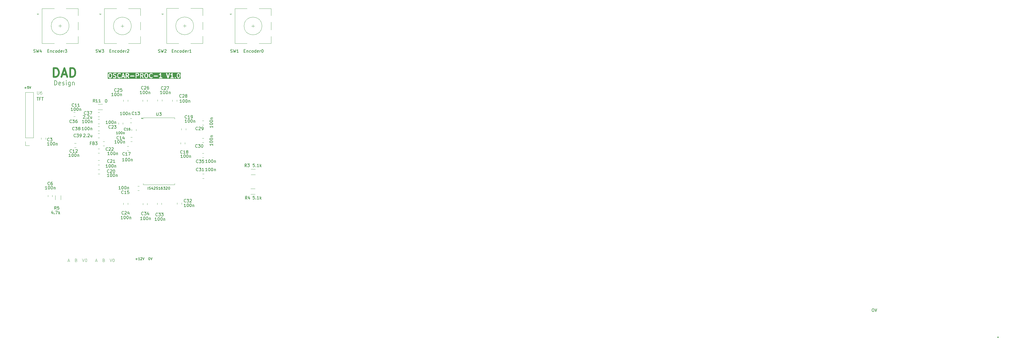
<source format=gbr>
%TF.GenerationSoftware,KiCad,Pcbnew,9.0.5*%
%TF.CreationDate,2025-11-16T19:48:47+01:00*%
%TF.ProjectId,OSCAR_Proc,4f534341-525f-4507-926f-632e6b696361,rev?*%
%TF.SameCoordinates,Original*%
%TF.FileFunction,Legend,Top*%
%TF.FilePolarity,Positive*%
%FSLAX46Y46*%
G04 Gerber Fmt 4.6, Leading zero omitted, Abs format (unit mm)*
G04 Created by KiCad (PCBNEW 9.0.5) date 2025-11-16 19:48:47*
%MOMM*%
%LPD*%
G01*
G04 APERTURE LIST*
%ADD10C,0.100000*%
%ADD11C,0.150000*%
%ADD12C,0.600000*%
%ADD13C,0.300000*%
%ADD14C,0.250000*%
%ADD15C,0.187500*%
%ADD16C,0.120000*%
G04 APERTURE END LIST*
D10*
X129266265Y-110326704D02*
X129742455Y-110326704D01*
X129171027Y-110612419D02*
X129504360Y-109612419D01*
X129504360Y-109612419D02*
X129837693Y-110612419D01*
X132028170Y-110088609D02*
X132171027Y-110136228D01*
X132171027Y-110136228D02*
X132218646Y-110183847D01*
X132218646Y-110183847D02*
X132266265Y-110279085D01*
X132266265Y-110279085D02*
X132266265Y-110421942D01*
X132266265Y-110421942D02*
X132218646Y-110517180D01*
X132218646Y-110517180D02*
X132171027Y-110564800D01*
X132171027Y-110564800D02*
X132075789Y-110612419D01*
X132075789Y-110612419D02*
X131694837Y-110612419D01*
X131694837Y-110612419D02*
X131694837Y-109612419D01*
X131694837Y-109612419D02*
X132028170Y-109612419D01*
X132028170Y-109612419D02*
X132123408Y-109660038D01*
X132123408Y-109660038D02*
X132171027Y-109707657D01*
X132171027Y-109707657D02*
X132218646Y-109802895D01*
X132218646Y-109802895D02*
X132218646Y-109898133D01*
X132218646Y-109898133D02*
X132171027Y-109993371D01*
X132171027Y-109993371D02*
X132123408Y-110040990D01*
X132123408Y-110040990D02*
X132028170Y-110088609D01*
X132028170Y-110088609D02*
X131694837Y-110088609D01*
X134075790Y-109612419D02*
X134409123Y-110612419D01*
X134409123Y-110612419D02*
X134742456Y-109612419D01*
X135266266Y-109612419D02*
X135361504Y-109612419D01*
X135361504Y-109612419D02*
X135456742Y-109660038D01*
X135456742Y-109660038D02*
X135504361Y-109707657D01*
X135504361Y-109707657D02*
X135551980Y-109802895D01*
X135551980Y-109802895D02*
X135599599Y-109993371D01*
X135599599Y-109993371D02*
X135599599Y-110231466D01*
X135599599Y-110231466D02*
X135551980Y-110421942D01*
X135551980Y-110421942D02*
X135504361Y-110517180D01*
X135504361Y-110517180D02*
X135456742Y-110564800D01*
X135456742Y-110564800D02*
X135361504Y-110612419D01*
X135361504Y-110612419D02*
X135266266Y-110612419D01*
X135266266Y-110612419D02*
X135171028Y-110564800D01*
X135171028Y-110564800D02*
X135123409Y-110517180D01*
X135123409Y-110517180D02*
X135075790Y-110421942D01*
X135075790Y-110421942D02*
X135028171Y-110231466D01*
X135028171Y-110231466D02*
X135028171Y-109993371D01*
X135028171Y-109993371D02*
X135075790Y-109802895D01*
X135075790Y-109802895D02*
X135123409Y-109707657D01*
X135123409Y-109707657D02*
X135171028Y-109660038D01*
X135171028Y-109660038D02*
X135266266Y-109612419D01*
D11*
X142769160Y-109689533D02*
X143378684Y-109689533D01*
X143073922Y-109994295D02*
X143073922Y-109384771D01*
X144178683Y-109994295D02*
X143721540Y-109994295D01*
X143950112Y-109994295D02*
X143950112Y-109194295D01*
X143950112Y-109194295D02*
X143873921Y-109308580D01*
X143873921Y-109308580D02*
X143797731Y-109384771D01*
X143797731Y-109384771D02*
X143721540Y-109422866D01*
X144483445Y-109270485D02*
X144521541Y-109232390D01*
X144521541Y-109232390D02*
X144597731Y-109194295D01*
X144597731Y-109194295D02*
X144788207Y-109194295D01*
X144788207Y-109194295D02*
X144864398Y-109232390D01*
X144864398Y-109232390D02*
X144902493Y-109270485D01*
X144902493Y-109270485D02*
X144940588Y-109346676D01*
X144940588Y-109346676D02*
X144940588Y-109422866D01*
X144940588Y-109422866D02*
X144902493Y-109537152D01*
X144902493Y-109537152D02*
X144445350Y-109994295D01*
X144445350Y-109994295D02*
X144940588Y-109994295D01*
X145169160Y-109194295D02*
X145435827Y-109994295D01*
X145435827Y-109994295D02*
X145702493Y-109194295D01*
X147340589Y-109194295D02*
X147416779Y-109194295D01*
X147416779Y-109194295D02*
X147492970Y-109232390D01*
X147492970Y-109232390D02*
X147531065Y-109270485D01*
X147531065Y-109270485D02*
X147569160Y-109346676D01*
X147569160Y-109346676D02*
X147607255Y-109499057D01*
X147607255Y-109499057D02*
X147607255Y-109689533D01*
X147607255Y-109689533D02*
X147569160Y-109841914D01*
X147569160Y-109841914D02*
X147531065Y-109918104D01*
X147531065Y-109918104D02*
X147492970Y-109956200D01*
X147492970Y-109956200D02*
X147416779Y-109994295D01*
X147416779Y-109994295D02*
X147340589Y-109994295D01*
X147340589Y-109994295D02*
X147264398Y-109956200D01*
X147264398Y-109956200D02*
X147226303Y-109918104D01*
X147226303Y-109918104D02*
X147188208Y-109841914D01*
X147188208Y-109841914D02*
X147150112Y-109689533D01*
X147150112Y-109689533D02*
X147150112Y-109499057D01*
X147150112Y-109499057D02*
X147188208Y-109346676D01*
X147188208Y-109346676D02*
X147226303Y-109270485D01*
X147226303Y-109270485D02*
X147264398Y-109232390D01*
X147264398Y-109232390D02*
X147340589Y-109194295D01*
X147835827Y-109194295D02*
X148102494Y-109994295D01*
X148102494Y-109994295D02*
X148369160Y-109194295D01*
D12*
X115139021Y-48201657D02*
X115139021Y-45201657D01*
X115139021Y-45201657D02*
X115853307Y-45201657D01*
X115853307Y-45201657D02*
X116281878Y-45344514D01*
X116281878Y-45344514D02*
X116567593Y-45630228D01*
X116567593Y-45630228D02*
X116710450Y-45915942D01*
X116710450Y-45915942D02*
X116853307Y-46487371D01*
X116853307Y-46487371D02*
X116853307Y-46915942D01*
X116853307Y-46915942D02*
X116710450Y-47487371D01*
X116710450Y-47487371D02*
X116567593Y-47773085D01*
X116567593Y-47773085D02*
X116281878Y-48058800D01*
X116281878Y-48058800D02*
X115853307Y-48201657D01*
X115853307Y-48201657D02*
X115139021Y-48201657D01*
X117996164Y-47344514D02*
X119424736Y-47344514D01*
X117710450Y-48201657D02*
X118710450Y-45201657D01*
X118710450Y-45201657D02*
X119710450Y-48201657D01*
X120710450Y-48201657D02*
X120710450Y-45201657D01*
X120710450Y-45201657D02*
X121424736Y-45201657D01*
X121424736Y-45201657D02*
X121853307Y-45344514D01*
X121853307Y-45344514D02*
X122139022Y-45630228D01*
X122139022Y-45630228D02*
X122281879Y-45915942D01*
X122281879Y-45915942D02*
X122424736Y-46487371D01*
X122424736Y-46487371D02*
X122424736Y-46915942D01*
X122424736Y-46915942D02*
X122281879Y-47487371D01*
X122281879Y-47487371D02*
X122139022Y-47773085D01*
X122139022Y-47773085D02*
X121853307Y-48058800D01*
X121853307Y-48058800D02*
X121424736Y-48201657D01*
X121424736Y-48201657D02*
X120710450Y-48201657D01*
D13*
G36*
X134419942Y-47235535D02*
G01*
X134516208Y-47331801D01*
X134573082Y-47559292D01*
X134573082Y-48022363D01*
X134516208Y-48249854D01*
X134419941Y-48346122D01*
X134330529Y-48390828D01*
X134115635Y-48390828D01*
X134026221Y-48346121D01*
X133929954Y-48249854D01*
X133873082Y-48022364D01*
X133873082Y-47559291D01*
X133929954Y-47331802D01*
X134026221Y-47235534D01*
X134115635Y-47190828D01*
X134330529Y-47190828D01*
X134419942Y-47235535D01*
G37*
G36*
X146562799Y-47235535D02*
G01*
X146659065Y-47331801D01*
X146715939Y-47559292D01*
X146715939Y-48022363D01*
X146659065Y-48249854D01*
X146562798Y-48346122D01*
X146473386Y-48390828D01*
X146258492Y-48390828D01*
X146169078Y-48346121D01*
X146072811Y-48249854D01*
X146015939Y-48022364D01*
X146015939Y-47559291D01*
X146072811Y-47331802D01*
X146169078Y-47235534D01*
X146258492Y-47190828D01*
X146473386Y-47190828D01*
X146562799Y-47235535D01*
G37*
G36*
X157348514Y-47235535D02*
G01*
X157385518Y-47272539D01*
X157438696Y-47378897D01*
X157501653Y-47630721D01*
X157501653Y-47950935D01*
X157438696Y-48202759D01*
X157385517Y-48309117D01*
X157348512Y-48346122D01*
X157259100Y-48390828D01*
X157187063Y-48390828D01*
X157097649Y-48346121D01*
X157060645Y-48309117D01*
X157007464Y-48202757D01*
X156944510Y-47950936D01*
X156944510Y-47630720D01*
X157007464Y-47378898D01*
X157060645Y-47272538D01*
X157097649Y-47235535D01*
X157187063Y-47190828D01*
X157259100Y-47190828D01*
X157348514Y-47235535D01*
G37*
G36*
X140205657Y-47235535D02*
G01*
X140242661Y-47272539D01*
X140287367Y-47361951D01*
X140287367Y-47505418D01*
X140242660Y-47594831D01*
X140205655Y-47631836D01*
X140116243Y-47676542D01*
X139730224Y-47676542D01*
X139730224Y-47190828D01*
X140116243Y-47190828D01*
X140205657Y-47235535D01*
G37*
G36*
X145062800Y-47235535D02*
G01*
X145099804Y-47272539D01*
X145144510Y-47361951D01*
X145144510Y-47505418D01*
X145099803Y-47594831D01*
X145062798Y-47631836D01*
X144973386Y-47676542D01*
X144587367Y-47676542D01*
X144587367Y-47190828D01*
X144973386Y-47190828D01*
X145062800Y-47235535D01*
G37*
G36*
X138729255Y-47962257D02*
G01*
X138431196Y-47962257D01*
X138580225Y-47515169D01*
X138729255Y-47962257D01*
G37*
G36*
X143562800Y-47235535D02*
G01*
X143599804Y-47272539D01*
X143644510Y-47361951D01*
X143644510Y-47505418D01*
X143599803Y-47594831D01*
X143562798Y-47631836D01*
X143473386Y-47676542D01*
X143087367Y-47676542D01*
X143087367Y-47190828D01*
X143473386Y-47190828D01*
X143562800Y-47235535D01*
G37*
G36*
X157968320Y-48857495D02*
G01*
X133406415Y-48857495D01*
X133406415Y-47540828D01*
X133573082Y-47540828D01*
X133573082Y-48040828D01*
X133573584Y-48045931D01*
X133573259Y-48048119D01*
X133574878Y-48059069D01*
X133575964Y-48070092D01*
X133576811Y-48072136D01*
X133577561Y-48077208D01*
X133648989Y-48362922D01*
X133658882Y-48390613D01*
X133665521Y-48399573D01*
X133669789Y-48409877D01*
X133688444Y-48432608D01*
X133831302Y-48575466D01*
X133842806Y-48584907D01*
X133845401Y-48587899D01*
X133849910Y-48590737D01*
X133854033Y-48594121D01*
X133857694Y-48595637D01*
X133870286Y-48603564D01*
X134013144Y-48674992D01*
X134040607Y-48685502D01*
X134045982Y-48685883D01*
X134050961Y-48687946D01*
X134080225Y-48690828D01*
X134365939Y-48690828D01*
X134395203Y-48687946D01*
X134400181Y-48685883D01*
X134405557Y-48685502D01*
X134433021Y-48674992D01*
X134575878Y-48603564D01*
X134588469Y-48595637D01*
X134592132Y-48594121D01*
X134596254Y-48590737D01*
X134600764Y-48587899D01*
X134603359Y-48584906D01*
X134614862Y-48575466D01*
X134757719Y-48432608D01*
X134776374Y-48409877D01*
X134780640Y-48399575D01*
X134787281Y-48390614D01*
X134797174Y-48362923D01*
X134868603Y-48077209D01*
X134869353Y-48072136D01*
X134870200Y-48070092D01*
X134871285Y-48059072D01*
X134872905Y-48048120D01*
X134872579Y-48045931D01*
X134873082Y-48040828D01*
X134873082Y-47540828D01*
X134872579Y-47535724D01*
X134872905Y-47533536D01*
X134871285Y-47522583D01*
X134870200Y-47511564D01*
X134869353Y-47509519D01*
X134868603Y-47504447D01*
X134824126Y-47326542D01*
X135144511Y-47326542D01*
X135144511Y-47469400D01*
X135147393Y-47498664D01*
X135149455Y-47503642D01*
X135149837Y-47509018D01*
X135160347Y-47536482D01*
X135231775Y-47679339D01*
X135239703Y-47691934D01*
X135241219Y-47695593D01*
X135244598Y-47699710D01*
X135247440Y-47704225D01*
X135250434Y-47706821D01*
X135259874Y-47718324D01*
X135331303Y-47789752D01*
X135342803Y-47799190D01*
X135345400Y-47802184D01*
X135349912Y-47805024D01*
X135354033Y-47808406D01*
X135357692Y-47809921D01*
X135370286Y-47817849D01*
X135513142Y-47889278D01*
X135515284Y-47890097D01*
X135516154Y-47890742D01*
X135528425Y-47895126D01*
X135540606Y-47899787D01*
X135541686Y-47899863D01*
X135543845Y-47900635D01*
X135813583Y-47968069D01*
X135919942Y-48021248D01*
X135956946Y-48058253D01*
X136001654Y-48147667D01*
X136001654Y-48219703D01*
X135956946Y-48309117D01*
X135919943Y-48346121D01*
X135830530Y-48390828D01*
X135533140Y-48390828D01*
X135341945Y-48327097D01*
X135313271Y-48320577D01*
X135254891Y-48324727D01*
X135202544Y-48350901D01*
X135164196Y-48395115D01*
X135145688Y-48450640D01*
X135149838Y-48509020D01*
X135176012Y-48561367D01*
X135220226Y-48599715D01*
X135247077Y-48611703D01*
X135461363Y-48683131D01*
X135475875Y-48686430D01*
X135479533Y-48687946D01*
X135484835Y-48688468D01*
X135490037Y-48689651D01*
X135493991Y-48689369D01*
X135508797Y-48690828D01*
X135865939Y-48690828D01*
X135895203Y-48687946D01*
X135900181Y-48685883D01*
X135905557Y-48685502D01*
X135933020Y-48674992D01*
X136075879Y-48603564D01*
X136088473Y-48595635D01*
X136092133Y-48594120D01*
X136096253Y-48590738D01*
X136100764Y-48587899D01*
X136103358Y-48584907D01*
X136114864Y-48575465D01*
X136186292Y-48504036D01*
X136195730Y-48492535D01*
X136198724Y-48489939D01*
X136201564Y-48485426D01*
X136204946Y-48481306D01*
X136206461Y-48477646D01*
X136214389Y-48465053D01*
X136285818Y-48322197D01*
X136296327Y-48294733D01*
X136296708Y-48289358D01*
X136298772Y-48284378D01*
X136301654Y-48255114D01*
X136301654Y-48112257D01*
X136298772Y-48082993D01*
X136296708Y-48078012D01*
X136296327Y-48072638D01*
X136285818Y-48045174D01*
X136214389Y-47902318D01*
X136206461Y-47889724D01*
X136204946Y-47886065D01*
X136201564Y-47881944D01*
X136198724Y-47877432D01*
X136195730Y-47874835D01*
X136186292Y-47863335D01*
X136114864Y-47791906D01*
X136103361Y-47782466D01*
X136100765Y-47779472D01*
X136096250Y-47776630D01*
X136092133Y-47773251D01*
X136088474Y-47771735D01*
X136075879Y-47763807D01*
X135933021Y-47692378D01*
X135930880Y-47691558D01*
X135930010Y-47690914D01*
X135917754Y-47686535D01*
X135910306Y-47683685D01*
X136573082Y-47683685D01*
X136573082Y-47897971D01*
X136573584Y-47903074D01*
X136573259Y-47905262D01*
X136574878Y-47916212D01*
X136575964Y-47927235D01*
X136576811Y-47929279D01*
X136577561Y-47934351D01*
X136648989Y-48220065D01*
X136649760Y-48222223D01*
X136649837Y-48223304D01*
X136654495Y-48235478D01*
X136658882Y-48247756D01*
X136659526Y-48248626D01*
X136660346Y-48250767D01*
X136731775Y-48393624D01*
X136739702Y-48406217D01*
X136741218Y-48409877D01*
X136744599Y-48413996D01*
X136747440Y-48418510D01*
X136750433Y-48421106D01*
X136759873Y-48432608D01*
X136902730Y-48575466D01*
X136925460Y-48594121D01*
X136930439Y-48596183D01*
X136934511Y-48599715D01*
X136961362Y-48611703D01*
X137175648Y-48683131D01*
X137190160Y-48686430D01*
X137193818Y-48687946D01*
X137199120Y-48688468D01*
X137204322Y-48689651D01*
X137208276Y-48689369D01*
X137223082Y-48690828D01*
X137365939Y-48690828D01*
X137380744Y-48689369D01*
X137384699Y-48689651D01*
X137389900Y-48688468D01*
X137395203Y-48687946D01*
X137398860Y-48686430D01*
X137413373Y-48683131D01*
X137627659Y-48611703D01*
X137654510Y-48599715D01*
X137658583Y-48596181D01*
X137663561Y-48594120D01*
X137686292Y-48575465D01*
X137739689Y-48522067D01*
X137931403Y-48522067D01*
X137935552Y-48580448D01*
X137961726Y-48632795D01*
X138005940Y-48671142D01*
X138061464Y-48689650D01*
X138119845Y-48685501D01*
X138172192Y-48659327D01*
X138210539Y-48615113D01*
X138222527Y-48588262D01*
X138331196Y-48262257D01*
X138829255Y-48262257D01*
X138937923Y-48588262D01*
X138949911Y-48615113D01*
X138988258Y-48659328D01*
X139040606Y-48685501D01*
X139098986Y-48689651D01*
X139154510Y-48671142D01*
X139198724Y-48632795D01*
X139224898Y-48580448D01*
X139229048Y-48522068D01*
X139222528Y-48493394D01*
X138738338Y-47040828D01*
X139430224Y-47040828D01*
X139430224Y-48540828D01*
X139433106Y-48570092D01*
X139455504Y-48624164D01*
X139496888Y-48665548D01*
X139550960Y-48687946D01*
X139609488Y-48687946D01*
X139663560Y-48665548D01*
X139704944Y-48624164D01*
X139727342Y-48570092D01*
X139730224Y-48540828D01*
X139730224Y-47976542D01*
X139859269Y-47976542D01*
X140314482Y-48626847D01*
X140333625Y-48649169D01*
X140382982Y-48680622D01*
X140440618Y-48690793D01*
X140497760Y-48678134D01*
X140545708Y-48644570D01*
X140577161Y-48595213D01*
X140587332Y-48537577D01*
X140574673Y-48480435D01*
X140560252Y-48454809D01*
X140215300Y-47962020D01*
X140218735Y-47960706D01*
X140259875Y-47940136D01*
X140933106Y-47940136D01*
X140933106Y-47998664D01*
X140955504Y-48052736D01*
X140996888Y-48094120D01*
X141050960Y-48116518D01*
X141080224Y-48119400D01*
X142223082Y-48119400D01*
X142252346Y-48116518D01*
X142306418Y-48094120D01*
X142347802Y-48052736D01*
X142370200Y-47998664D01*
X142370200Y-47940136D01*
X142347802Y-47886064D01*
X142306418Y-47844680D01*
X142252346Y-47822282D01*
X142223082Y-47819400D01*
X141080224Y-47819400D01*
X141050960Y-47822282D01*
X140996888Y-47844680D01*
X140955504Y-47886064D01*
X140933106Y-47940136D01*
X140259875Y-47940136D01*
X140361592Y-47889278D01*
X140374185Y-47881350D01*
X140377845Y-47879835D01*
X140381964Y-47876453D01*
X140386478Y-47873613D01*
X140389074Y-47870619D01*
X140400576Y-47861180D01*
X140472005Y-47789751D01*
X140481446Y-47778246D01*
X140484438Y-47775652D01*
X140487276Y-47771142D01*
X140490660Y-47767020D01*
X140492176Y-47763358D01*
X140500103Y-47750767D01*
X140571531Y-47607909D01*
X140582041Y-47580446D01*
X140582422Y-47575070D01*
X140584485Y-47570092D01*
X140587367Y-47540828D01*
X140587367Y-47326542D01*
X140584485Y-47297278D01*
X140582422Y-47292299D01*
X140582041Y-47286924D01*
X140571531Y-47259461D01*
X140500103Y-47116603D01*
X140492174Y-47104008D01*
X140490659Y-47100349D01*
X140487277Y-47096228D01*
X140484438Y-47091718D01*
X140481446Y-47089123D01*
X140472004Y-47077618D01*
X140435213Y-47040828D01*
X142787367Y-47040828D01*
X142787367Y-48540828D01*
X142790249Y-48570092D01*
X142812647Y-48624164D01*
X142854031Y-48665548D01*
X142908103Y-48687946D01*
X142966631Y-48687946D01*
X143020703Y-48665548D01*
X143062087Y-48624164D01*
X143084485Y-48570092D01*
X143087367Y-48540828D01*
X143087367Y-47976542D01*
X143508796Y-47976542D01*
X143538060Y-47973660D01*
X143543038Y-47971597D01*
X143548414Y-47971216D01*
X143575878Y-47960706D01*
X143718735Y-47889278D01*
X143731328Y-47881350D01*
X143734988Y-47879835D01*
X143739107Y-47876453D01*
X143743621Y-47873613D01*
X143746217Y-47870619D01*
X143757719Y-47861180D01*
X143829148Y-47789751D01*
X143838589Y-47778246D01*
X143841581Y-47775652D01*
X143844419Y-47771142D01*
X143847803Y-47767020D01*
X143849319Y-47763358D01*
X143857246Y-47750767D01*
X143928674Y-47607909D01*
X143939184Y-47580446D01*
X143939565Y-47575070D01*
X143941628Y-47570092D01*
X143944510Y-47540828D01*
X143944510Y-47326542D01*
X143941628Y-47297278D01*
X143939565Y-47292299D01*
X143939184Y-47286924D01*
X143928674Y-47259461D01*
X143857246Y-47116603D01*
X143849317Y-47104008D01*
X143847802Y-47100349D01*
X143844420Y-47096228D01*
X143841581Y-47091718D01*
X143838589Y-47089123D01*
X143829147Y-47077618D01*
X143792356Y-47040828D01*
X144287367Y-47040828D01*
X144287367Y-48540828D01*
X144290249Y-48570092D01*
X144312647Y-48624164D01*
X144354031Y-48665548D01*
X144408103Y-48687946D01*
X144466631Y-48687946D01*
X144520703Y-48665548D01*
X144562087Y-48624164D01*
X144584485Y-48570092D01*
X144587367Y-48540828D01*
X144587367Y-47976542D01*
X144716412Y-47976542D01*
X145171625Y-48626847D01*
X145190768Y-48649169D01*
X145240125Y-48680622D01*
X145297761Y-48690793D01*
X145354903Y-48678134D01*
X145402851Y-48644570D01*
X145434304Y-48595213D01*
X145444475Y-48537577D01*
X145431816Y-48480435D01*
X145417395Y-48454809D01*
X145072443Y-47962020D01*
X145075878Y-47960706D01*
X145218735Y-47889278D01*
X145231328Y-47881350D01*
X145234988Y-47879835D01*
X145239107Y-47876453D01*
X145243621Y-47873613D01*
X145246217Y-47870619D01*
X145257719Y-47861180D01*
X145329148Y-47789751D01*
X145338589Y-47778246D01*
X145341581Y-47775652D01*
X145344419Y-47771142D01*
X145347803Y-47767020D01*
X145349319Y-47763358D01*
X145357246Y-47750767D01*
X145428674Y-47607909D01*
X145439184Y-47580446D01*
X145439565Y-47575070D01*
X145441628Y-47570092D01*
X145444510Y-47540828D01*
X145715939Y-47540828D01*
X145715939Y-48040828D01*
X145716441Y-48045931D01*
X145716116Y-48048119D01*
X145717735Y-48059069D01*
X145718821Y-48070092D01*
X145719668Y-48072136D01*
X145720418Y-48077208D01*
X145791846Y-48362922D01*
X145801739Y-48390613D01*
X145808378Y-48399573D01*
X145812646Y-48409877D01*
X145831301Y-48432608D01*
X145974159Y-48575466D01*
X145985663Y-48584907D01*
X145988258Y-48587899D01*
X145992767Y-48590737D01*
X145996890Y-48594121D01*
X146000551Y-48595637D01*
X146013143Y-48603564D01*
X146156001Y-48674992D01*
X146183464Y-48685502D01*
X146188839Y-48685883D01*
X146193818Y-48687946D01*
X146223082Y-48690828D01*
X146508796Y-48690828D01*
X146538060Y-48687946D01*
X146543038Y-48685883D01*
X146548414Y-48685502D01*
X146575878Y-48674992D01*
X146718735Y-48603564D01*
X146731326Y-48595637D01*
X146734989Y-48594121D01*
X146739111Y-48590737D01*
X146743621Y-48587899D01*
X146746216Y-48584906D01*
X146757719Y-48575466D01*
X146900576Y-48432608D01*
X146919231Y-48409877D01*
X146923497Y-48399575D01*
X146930138Y-48390614D01*
X146940031Y-48362923D01*
X147011460Y-48077209D01*
X147012210Y-48072136D01*
X147013057Y-48070092D01*
X147014142Y-48059072D01*
X147015762Y-48048120D01*
X147015436Y-48045931D01*
X147015939Y-48040828D01*
X147015939Y-47683685D01*
X147287368Y-47683685D01*
X147287368Y-47897971D01*
X147287870Y-47903074D01*
X147287545Y-47905262D01*
X147289164Y-47916212D01*
X147290250Y-47927235D01*
X147291097Y-47929279D01*
X147291847Y-47934351D01*
X147363275Y-48220065D01*
X147364046Y-48222223D01*
X147364123Y-48223304D01*
X147368781Y-48235478D01*
X147373168Y-48247756D01*
X147373812Y-48248626D01*
X147374632Y-48250767D01*
X147446061Y-48393624D01*
X147453988Y-48406217D01*
X147455504Y-48409877D01*
X147458885Y-48413996D01*
X147461726Y-48418510D01*
X147464719Y-48421106D01*
X147474159Y-48432608D01*
X147617016Y-48575466D01*
X147639746Y-48594121D01*
X147644725Y-48596183D01*
X147648797Y-48599715D01*
X147675648Y-48611703D01*
X147889934Y-48683131D01*
X147904446Y-48686430D01*
X147908104Y-48687946D01*
X147913406Y-48688468D01*
X147918608Y-48689651D01*
X147922562Y-48689369D01*
X147937368Y-48690828D01*
X148080225Y-48690828D01*
X148095030Y-48689369D01*
X148098985Y-48689651D01*
X148104186Y-48688468D01*
X148109489Y-48687946D01*
X148113146Y-48686430D01*
X148127659Y-48683131D01*
X148341945Y-48611703D01*
X148368796Y-48599715D01*
X148372869Y-48596181D01*
X148377847Y-48594120D01*
X148400578Y-48575465D01*
X148472006Y-48504036D01*
X148490660Y-48481306D01*
X148513057Y-48427233D01*
X148513056Y-48368707D01*
X148490659Y-48314635D01*
X148449273Y-48273250D01*
X148395201Y-48250853D01*
X148336675Y-48250854D01*
X148282603Y-48273251D01*
X148259872Y-48291906D01*
X148213484Y-48338294D01*
X148055882Y-48390828D01*
X147961711Y-48390828D01*
X147804108Y-48338294D01*
X147703503Y-48237688D01*
X147650322Y-48131328D01*
X147602525Y-47940136D01*
X148861678Y-47940136D01*
X148861678Y-47998664D01*
X148884076Y-48052736D01*
X148925460Y-48094120D01*
X148979532Y-48116518D01*
X149008796Y-48119400D01*
X150151654Y-48119400D01*
X150180918Y-48116518D01*
X150234990Y-48094120D01*
X150276374Y-48052736D01*
X150298772Y-47998664D01*
X150298772Y-47940136D01*
X150276374Y-47886064D01*
X150234990Y-47844680D01*
X150180918Y-47822282D01*
X150151654Y-47819400D01*
X149008796Y-47819400D01*
X148979532Y-47822282D01*
X148925460Y-47844680D01*
X148884076Y-47886064D01*
X148861678Y-47940136D01*
X147602525Y-47940136D01*
X147587368Y-47879507D01*
X147587368Y-47702148D01*
X147650244Y-47450639D01*
X150645689Y-47450639D01*
X150649838Y-47509019D01*
X150676012Y-47561368D01*
X150720227Y-47599715D01*
X150775750Y-47618222D01*
X150834130Y-47614073D01*
X150861593Y-47603564D01*
X151004450Y-47532135D01*
X151017043Y-47524207D01*
X151020703Y-47522692D01*
X151024822Y-47519310D01*
X151029336Y-47516470D01*
X151031932Y-47513476D01*
X151043434Y-47504037D01*
X151073082Y-47474389D01*
X151073082Y-48390828D01*
X150794511Y-48390828D01*
X150765247Y-48393710D01*
X150711175Y-48416108D01*
X150669791Y-48457492D01*
X150647393Y-48511564D01*
X150647393Y-48570092D01*
X150669791Y-48624164D01*
X150711175Y-48665548D01*
X150765247Y-48687946D01*
X150794511Y-48690828D01*
X151651654Y-48690828D01*
X151680918Y-48687946D01*
X151734990Y-48665548D01*
X151776374Y-48624164D01*
X151798772Y-48570092D01*
X151798772Y-48511564D01*
X151776374Y-48457492D01*
X151734990Y-48416108D01*
X151680918Y-48393710D01*
X151651654Y-48390828D01*
X151373082Y-48390828D01*
X151373082Y-47059589D01*
X153074260Y-47059589D01*
X153080780Y-47088262D01*
X153580780Y-48588262D01*
X153592768Y-48615113D01*
X153599790Y-48623210D01*
X153604583Y-48632795D01*
X153618789Y-48645116D01*
X153631115Y-48659328D01*
X153640702Y-48664121D01*
X153648797Y-48671142D01*
X153666639Y-48677089D01*
X153683463Y-48685501D01*
X153694153Y-48686260D01*
X153704321Y-48689650D01*
X153723077Y-48688317D01*
X153741843Y-48689651D01*
X153752013Y-48686260D01*
X153762702Y-48685501D01*
X153779523Y-48677090D01*
X153797367Y-48671142D01*
X153805463Y-48664119D01*
X153815049Y-48659327D01*
X153827372Y-48645118D01*
X153841581Y-48632795D01*
X153846373Y-48623209D01*
X153853396Y-48615113D01*
X153865384Y-48588262D01*
X154244592Y-47450639D01*
X154502831Y-47450639D01*
X154506980Y-47509019D01*
X154533154Y-47561368D01*
X154577369Y-47599715D01*
X154632892Y-47618222D01*
X154691272Y-47614073D01*
X154718735Y-47603564D01*
X154861592Y-47532135D01*
X154874185Y-47524207D01*
X154877845Y-47522692D01*
X154881964Y-47519310D01*
X154886478Y-47516470D01*
X154889074Y-47513476D01*
X154900576Y-47504037D01*
X154930224Y-47474389D01*
X154930224Y-48390828D01*
X154651653Y-48390828D01*
X154622389Y-48393710D01*
X154568317Y-48416108D01*
X154526933Y-48457492D01*
X154504535Y-48511564D01*
X154504535Y-48570092D01*
X154526933Y-48624164D01*
X154568317Y-48665548D01*
X154622389Y-48687946D01*
X154651653Y-48690828D01*
X155508796Y-48690828D01*
X155538060Y-48687946D01*
X155592132Y-48665548D01*
X155633516Y-48624164D01*
X155655914Y-48570092D01*
X155655914Y-48511564D01*
X155633516Y-48457492D01*
X155616162Y-48440138D01*
X155933106Y-48440138D01*
X155933106Y-48498664D01*
X155935332Y-48504037D01*
X155955503Y-48552735D01*
X155974158Y-48575466D01*
X156045586Y-48646894D01*
X156068316Y-48665549D01*
X156090713Y-48674825D01*
X156122388Y-48687946D01*
X156180916Y-48687946D01*
X156221483Y-48671142D01*
X156234987Y-48665549D01*
X156234991Y-48665544D01*
X156257717Y-48646895D01*
X156329146Y-48575467D01*
X156347801Y-48552736D01*
X156347802Y-48552735D01*
X156370199Y-48498663D01*
X156370199Y-48440137D01*
X156347802Y-48386065D01*
X156329147Y-48363334D01*
X156257718Y-48291905D01*
X156234987Y-48273250D01*
X156201489Y-48259375D01*
X156180916Y-48250853D01*
X156122388Y-48250853D01*
X156101815Y-48259375D01*
X156068317Y-48273250D01*
X156068316Y-48273251D01*
X156045585Y-48291906D01*
X155974157Y-48363335D01*
X155955507Y-48386060D01*
X155955503Y-48386065D01*
X155935333Y-48434762D01*
X155933106Y-48440138D01*
X155616162Y-48440138D01*
X155592132Y-48416108D01*
X155538060Y-48393710D01*
X155508796Y-48390828D01*
X155230224Y-48390828D01*
X155230224Y-47612257D01*
X156644510Y-47612257D01*
X156644510Y-47969400D01*
X156645012Y-47974503D01*
X156644687Y-47976691D01*
X156646306Y-47987641D01*
X156647392Y-47998664D01*
X156648239Y-48000708D01*
X156648989Y-48005780D01*
X156720417Y-48291494D01*
X156721188Y-48293652D01*
X156721265Y-48294733D01*
X156725923Y-48306907D01*
X156730310Y-48319185D01*
X156730954Y-48320055D01*
X156731774Y-48322196D01*
X156803203Y-48465053D01*
X156811130Y-48477646D01*
X156812646Y-48481306D01*
X156816027Y-48485425D01*
X156818868Y-48489939D01*
X156821861Y-48492535D01*
X156831301Y-48504037D01*
X156902730Y-48575466D01*
X156914234Y-48584907D01*
X156916829Y-48587899D01*
X156921338Y-48590737D01*
X156925461Y-48594121D01*
X156929122Y-48595637D01*
X156941714Y-48603564D01*
X157084572Y-48674992D01*
X157112035Y-48685502D01*
X157117410Y-48685883D01*
X157122389Y-48687946D01*
X157151653Y-48690828D01*
X157294510Y-48690828D01*
X157323774Y-48687946D01*
X157328752Y-48685883D01*
X157334128Y-48685502D01*
X157361592Y-48674992D01*
X157504449Y-48603564D01*
X157517042Y-48595636D01*
X157520702Y-48594121D01*
X157524821Y-48590739D01*
X157529335Y-48587899D01*
X157531931Y-48584905D01*
X157543433Y-48575466D01*
X157614862Y-48504037D01*
X157624303Y-48492532D01*
X157627295Y-48489938D01*
X157630133Y-48485428D01*
X157633517Y-48481306D01*
X157635033Y-48477644D01*
X157642960Y-48465053D01*
X157714388Y-48322195D01*
X157715205Y-48320058D01*
X157715852Y-48319186D01*
X157720241Y-48306899D01*
X157724898Y-48294732D01*
X157724974Y-48293650D01*
X157725745Y-48291495D01*
X157797174Y-48005781D01*
X157797924Y-48000708D01*
X157798771Y-47998664D01*
X157799856Y-47987644D01*
X157801476Y-47976692D01*
X157801150Y-47974503D01*
X157801653Y-47969400D01*
X157801653Y-47612257D01*
X157801150Y-47607153D01*
X157801476Y-47604965D01*
X157799856Y-47594012D01*
X157798771Y-47582993D01*
X157797924Y-47580948D01*
X157797174Y-47575876D01*
X157725745Y-47290162D01*
X157724974Y-47288006D01*
X157724898Y-47286924D01*
X157720238Y-47274749D01*
X157715852Y-47262470D01*
X157715205Y-47261597D01*
X157714388Y-47259461D01*
X157642960Y-47116603D01*
X157635031Y-47104008D01*
X157633516Y-47100349D01*
X157630134Y-47096228D01*
X157627295Y-47091718D01*
X157624303Y-47089123D01*
X157614861Y-47077618D01*
X157543432Y-47006190D01*
X157531932Y-46996752D01*
X157529335Y-46993758D01*
X157524818Y-46990915D01*
X157520701Y-46987536D01*
X157517044Y-46986021D01*
X157504449Y-46978093D01*
X157361592Y-46906664D01*
X157334129Y-46896155D01*
X157328754Y-46895773D01*
X157323774Y-46893710D01*
X157294510Y-46890828D01*
X157151653Y-46890828D01*
X157122389Y-46893710D01*
X157117408Y-46895773D01*
X157112034Y-46896155D01*
X157084570Y-46906664D01*
X156941714Y-46978093D01*
X156929120Y-46986020D01*
X156925461Y-46987536D01*
X156921340Y-46990917D01*
X156916828Y-46993758D01*
X156914231Y-46996751D01*
X156902731Y-47006190D01*
X156831302Y-47077618D01*
X156821862Y-47089120D01*
X156818868Y-47091717D01*
X156816026Y-47096231D01*
X156812647Y-47100349D01*
X156811131Y-47104007D01*
X156803203Y-47116603D01*
X156731774Y-47259460D01*
X156730954Y-47261600D01*
X156730310Y-47262471D01*
X156725923Y-47274748D01*
X156721265Y-47286923D01*
X156721188Y-47288003D01*
X156720417Y-47290162D01*
X156648989Y-47575877D01*
X156648239Y-47580948D01*
X156647392Y-47582993D01*
X156646306Y-47594015D01*
X156644687Y-47604966D01*
X156645012Y-47607153D01*
X156644510Y-47612257D01*
X155230224Y-47612257D01*
X155230224Y-47040828D01*
X155230213Y-47040722D01*
X155230224Y-47040670D01*
X155230193Y-47040516D01*
X155227342Y-47011564D01*
X155221658Y-46997843D01*
X155218746Y-46983281D01*
X155210567Y-46971068D01*
X155204944Y-46957492D01*
X155194445Y-46946993D01*
X155186180Y-46934651D01*
X155173949Y-46926497D01*
X155163560Y-46916108D01*
X155149841Y-46910425D01*
X155137481Y-46902185D01*
X155123062Y-46899332D01*
X155109488Y-46893710D01*
X155094637Y-46893710D01*
X155080067Y-46890828D01*
X155065657Y-46893710D01*
X155050960Y-46893710D01*
X155037238Y-46899393D01*
X155022677Y-46902306D01*
X155010464Y-46910484D01*
X154996888Y-46916108D01*
X154986389Y-46926606D01*
X154974047Y-46934872D01*
X154955615Y-46957380D01*
X154955504Y-46957492D01*
X154955483Y-46957542D01*
X154955417Y-46957623D01*
X154820797Y-47159551D01*
X154705656Y-47274692D01*
X154584571Y-47335236D01*
X154559685Y-47350901D01*
X154521338Y-47395116D01*
X154502831Y-47450639D01*
X154244592Y-47450639D01*
X154365385Y-47088262D01*
X154371905Y-47059588D01*
X154367755Y-47001208D01*
X154341581Y-46948861D01*
X154297367Y-46910514D01*
X154241843Y-46892005D01*
X154183463Y-46896155D01*
X154131115Y-46922328D01*
X154092768Y-46966543D01*
X154080780Y-46993394D01*
X153723082Y-48066486D01*
X153365384Y-46993394D01*
X153353396Y-46966543D01*
X153315049Y-46922329D01*
X153262702Y-46896155D01*
X153204321Y-46892006D01*
X153148797Y-46910514D01*
X153104583Y-46948861D01*
X153078409Y-47001208D01*
X153074260Y-47059589D01*
X151373082Y-47059589D01*
X151373082Y-47040828D01*
X151373071Y-47040722D01*
X151373082Y-47040670D01*
X151373051Y-47040516D01*
X151370200Y-47011564D01*
X151364516Y-46997843D01*
X151361604Y-46983281D01*
X151353425Y-46971068D01*
X151347802Y-46957492D01*
X151337303Y-46946993D01*
X151329038Y-46934651D01*
X151316807Y-46926497D01*
X151306418Y-46916108D01*
X151292699Y-46910425D01*
X151280339Y-46902185D01*
X151265920Y-46899332D01*
X151252346Y-46893710D01*
X151237495Y-46893710D01*
X151222925Y-46890828D01*
X151208515Y-46893710D01*
X151193818Y-46893710D01*
X151180096Y-46899393D01*
X151165535Y-46902306D01*
X151153322Y-46910484D01*
X151139746Y-46916108D01*
X151129247Y-46926606D01*
X151116905Y-46934872D01*
X151098473Y-46957380D01*
X151098362Y-46957492D01*
X151098341Y-46957542D01*
X151098275Y-46957623D01*
X150963655Y-47159551D01*
X150848514Y-47274692D01*
X150727429Y-47335236D01*
X150702543Y-47350901D01*
X150664196Y-47395116D01*
X150645689Y-47450639D01*
X147650244Y-47450639D01*
X147650322Y-47450327D01*
X147703503Y-47343967D01*
X147804109Y-47243361D01*
X147961711Y-47190828D01*
X148055885Y-47190828D01*
X148213483Y-47243361D01*
X148259873Y-47289751D01*
X148282603Y-47308406D01*
X148336676Y-47330802D01*
X148395202Y-47330802D01*
X148449274Y-47308406D01*
X148490660Y-47267020D01*
X148513056Y-47212948D01*
X148513056Y-47154422D01*
X148490660Y-47100349D01*
X148472005Y-47077619D01*
X148400577Y-47006191D01*
X148377846Y-46987536D01*
X148372866Y-46985473D01*
X148368796Y-46981943D01*
X148341945Y-46969954D01*
X148127659Y-46898526D01*
X148113151Y-46895227D01*
X148109489Y-46893710D01*
X148104180Y-46893187D01*
X148098986Y-46892006D01*
X148095036Y-46892286D01*
X148080225Y-46890828D01*
X147937368Y-46890828D01*
X147922556Y-46892286D01*
X147918607Y-46892006D01*
X147913412Y-46893187D01*
X147908104Y-46893710D01*
X147904442Y-46895226D01*
X147889933Y-46898526D01*
X147675648Y-46969955D01*
X147648797Y-46981943D01*
X147644727Y-46985472D01*
X147639746Y-46987536D01*
X147617016Y-47006191D01*
X147474159Y-47149048D01*
X147464719Y-47160549D01*
X147461726Y-47163146D01*
X147458885Y-47167659D01*
X147455504Y-47171779D01*
X147453988Y-47175438D01*
X147446061Y-47188032D01*
X147374632Y-47330889D01*
X147373812Y-47333029D01*
X147373168Y-47333900D01*
X147368781Y-47346177D01*
X147364123Y-47358352D01*
X147364046Y-47359432D01*
X147363275Y-47361591D01*
X147291847Y-47647305D01*
X147291097Y-47652376D01*
X147290250Y-47654421D01*
X147289164Y-47665443D01*
X147287545Y-47676394D01*
X147287870Y-47678581D01*
X147287368Y-47683685D01*
X147015939Y-47683685D01*
X147015939Y-47540828D01*
X147015436Y-47535724D01*
X147015762Y-47533536D01*
X147014142Y-47522583D01*
X147013057Y-47511564D01*
X147012210Y-47509519D01*
X147011460Y-47504447D01*
X146940031Y-47218733D01*
X146930138Y-47191042D01*
X146923498Y-47182081D01*
X146919231Y-47171778D01*
X146900576Y-47149048D01*
X146757719Y-47006191D01*
X146746217Y-46996751D01*
X146743621Y-46993758D01*
X146739107Y-46990917D01*
X146734988Y-46987536D01*
X146731328Y-46986020D01*
X146718735Y-46978093D01*
X146575878Y-46906664D01*
X146548415Y-46896155D01*
X146543040Y-46895773D01*
X146538060Y-46893710D01*
X146508796Y-46890828D01*
X146223082Y-46890828D01*
X146193818Y-46893710D01*
X146188837Y-46895773D01*
X146183463Y-46896155D01*
X146155999Y-46906664D01*
X146013143Y-46978093D01*
X146000549Y-46986020D01*
X145996890Y-46987536D01*
X145992770Y-46990917D01*
X145988257Y-46993758D01*
X145985660Y-46996752D01*
X145974159Y-47006191D01*
X145831301Y-47149048D01*
X145812646Y-47171778D01*
X145808377Y-47182083D01*
X145801739Y-47191043D01*
X145791846Y-47218734D01*
X145720418Y-47504448D01*
X145719668Y-47509519D01*
X145718821Y-47511564D01*
X145717735Y-47522586D01*
X145716116Y-47533537D01*
X145716441Y-47535724D01*
X145715939Y-47540828D01*
X145444510Y-47540828D01*
X145444510Y-47326542D01*
X145441628Y-47297278D01*
X145439565Y-47292299D01*
X145439184Y-47286924D01*
X145428674Y-47259461D01*
X145357246Y-47116603D01*
X145349317Y-47104008D01*
X145347802Y-47100349D01*
X145344420Y-47096228D01*
X145341581Y-47091718D01*
X145338589Y-47089123D01*
X145329147Y-47077618D01*
X145257718Y-47006190D01*
X145246218Y-46996752D01*
X145243621Y-46993758D01*
X145239104Y-46990915D01*
X145234987Y-46987536D01*
X145231330Y-46986021D01*
X145218735Y-46978093D01*
X145075878Y-46906664D01*
X145048415Y-46896155D01*
X145043040Y-46895773D01*
X145038060Y-46893710D01*
X145008796Y-46890828D01*
X144437367Y-46890828D01*
X144408103Y-46893710D01*
X144354031Y-46916108D01*
X144312647Y-46957492D01*
X144290249Y-47011564D01*
X144287367Y-47040828D01*
X143792356Y-47040828D01*
X143757718Y-47006190D01*
X143746218Y-46996752D01*
X143743621Y-46993758D01*
X143739104Y-46990915D01*
X143734987Y-46987536D01*
X143731330Y-46986021D01*
X143718735Y-46978093D01*
X143575878Y-46906664D01*
X143548415Y-46896155D01*
X143543040Y-46895773D01*
X143538060Y-46893710D01*
X143508796Y-46890828D01*
X142937367Y-46890828D01*
X142908103Y-46893710D01*
X142854031Y-46916108D01*
X142812647Y-46957492D01*
X142790249Y-47011564D01*
X142787367Y-47040828D01*
X140435213Y-47040828D01*
X140400575Y-47006190D01*
X140389075Y-46996752D01*
X140386478Y-46993758D01*
X140381961Y-46990915D01*
X140377844Y-46987536D01*
X140374187Y-46986021D01*
X140361592Y-46978093D01*
X140218735Y-46906664D01*
X140191272Y-46896155D01*
X140185897Y-46895773D01*
X140180917Y-46893710D01*
X140151653Y-46890828D01*
X139580224Y-46890828D01*
X139550960Y-46893710D01*
X139496888Y-46916108D01*
X139455504Y-46957492D01*
X139433106Y-47011564D01*
X139430224Y-47040828D01*
X138738338Y-47040828D01*
X138722527Y-46993394D01*
X138710539Y-46966543D01*
X138703516Y-46958446D01*
X138698724Y-46948861D01*
X138684515Y-46936537D01*
X138672192Y-46922329D01*
X138662606Y-46917536D01*
X138654510Y-46910514D01*
X138636666Y-46904565D01*
X138619845Y-46896155D01*
X138609156Y-46895395D01*
X138598986Y-46892005D01*
X138580220Y-46893338D01*
X138561464Y-46892006D01*
X138551296Y-46895395D01*
X138540606Y-46896155D01*
X138523782Y-46904566D01*
X138505940Y-46910514D01*
X138497845Y-46917534D01*
X138488258Y-46922328D01*
X138475932Y-46936539D01*
X138461726Y-46948861D01*
X138456933Y-46958445D01*
X138449911Y-46966543D01*
X138437923Y-46993394D01*
X137937923Y-48493394D01*
X137931403Y-48522067D01*
X137739689Y-48522067D01*
X137757720Y-48504036D01*
X137776374Y-48481306D01*
X137798771Y-48427233D01*
X137798770Y-48368707D01*
X137776373Y-48314635D01*
X137734987Y-48273250D01*
X137680915Y-48250853D01*
X137622389Y-48250854D01*
X137568317Y-48273251D01*
X137545586Y-48291906D01*
X137499198Y-48338294D01*
X137341596Y-48390828D01*
X137247425Y-48390828D01*
X137089822Y-48338294D01*
X136989217Y-48237688D01*
X136936036Y-48131328D01*
X136873082Y-47879507D01*
X136873082Y-47702148D01*
X136936036Y-47450327D01*
X136989217Y-47343967D01*
X137089823Y-47243361D01*
X137247425Y-47190828D01*
X137341599Y-47190828D01*
X137499197Y-47243361D01*
X137545587Y-47289751D01*
X137568317Y-47308406D01*
X137622390Y-47330802D01*
X137680916Y-47330802D01*
X137734988Y-47308406D01*
X137776374Y-47267020D01*
X137798770Y-47212948D01*
X137798770Y-47154422D01*
X137776374Y-47100349D01*
X137757719Y-47077619D01*
X137686291Y-47006191D01*
X137663560Y-46987536D01*
X137658580Y-46985473D01*
X137654510Y-46981943D01*
X137627659Y-46969954D01*
X137413373Y-46898526D01*
X137398865Y-46895227D01*
X137395203Y-46893710D01*
X137389894Y-46893187D01*
X137384700Y-46892006D01*
X137380750Y-46892286D01*
X137365939Y-46890828D01*
X137223082Y-46890828D01*
X137208270Y-46892286D01*
X137204321Y-46892006D01*
X137199126Y-46893187D01*
X137193818Y-46893710D01*
X137190156Y-46895226D01*
X137175647Y-46898526D01*
X136961362Y-46969955D01*
X136934511Y-46981943D01*
X136930441Y-46985472D01*
X136925460Y-46987536D01*
X136902730Y-47006191D01*
X136759873Y-47149048D01*
X136750433Y-47160549D01*
X136747440Y-47163146D01*
X136744599Y-47167659D01*
X136741218Y-47171779D01*
X136739702Y-47175438D01*
X136731775Y-47188032D01*
X136660346Y-47330889D01*
X136659526Y-47333029D01*
X136658882Y-47333900D01*
X136654495Y-47346177D01*
X136649837Y-47358352D01*
X136649760Y-47359432D01*
X136648989Y-47361591D01*
X136577561Y-47647305D01*
X136576811Y-47652376D01*
X136575964Y-47654421D01*
X136574878Y-47665443D01*
X136573259Y-47676394D01*
X136573584Y-47678581D01*
X136573082Y-47683685D01*
X135910306Y-47683685D01*
X135905558Y-47681868D01*
X135904474Y-47681791D01*
X135902319Y-47681021D01*
X135632581Y-47613586D01*
X135526221Y-47560406D01*
X135489216Y-47523401D01*
X135444511Y-47433990D01*
X135444511Y-47361951D01*
X135489216Y-47272540D01*
X135526221Y-47235535D01*
X135615635Y-47190828D01*
X135913028Y-47190828D01*
X136104219Y-47254559D01*
X136132893Y-47261079D01*
X136191273Y-47256930D01*
X136243620Y-47230756D01*
X136281968Y-47186542D01*
X136300476Y-47131018D01*
X136296327Y-47072638D01*
X136270153Y-47020290D01*
X136225939Y-46981943D01*
X136199088Y-46969954D01*
X135984802Y-46898526D01*
X135970294Y-46895227D01*
X135966632Y-46893710D01*
X135961323Y-46893187D01*
X135956129Y-46892006D01*
X135952179Y-46892286D01*
X135937368Y-46890828D01*
X135580225Y-46890828D01*
X135550961Y-46893710D01*
X135545980Y-46895773D01*
X135540606Y-46896155D01*
X135513142Y-46906664D01*
X135370286Y-46978093D01*
X135357692Y-46986020D01*
X135354033Y-46987536D01*
X135349912Y-46990917D01*
X135345400Y-46993758D01*
X135342803Y-46996751D01*
X135331303Y-47006190D01*
X135259874Y-47077618D01*
X135250434Y-47089120D01*
X135247440Y-47091717D01*
X135244598Y-47096231D01*
X135241219Y-47100349D01*
X135239703Y-47104007D01*
X135231775Y-47116603D01*
X135160347Y-47259460D01*
X135149837Y-47286924D01*
X135149455Y-47292299D01*
X135147393Y-47297278D01*
X135144511Y-47326542D01*
X134824126Y-47326542D01*
X134797174Y-47218733D01*
X134787281Y-47191042D01*
X134780641Y-47182081D01*
X134776374Y-47171778D01*
X134757719Y-47149048D01*
X134614862Y-47006191D01*
X134603360Y-46996751D01*
X134600764Y-46993758D01*
X134596250Y-46990917D01*
X134592131Y-46987536D01*
X134588471Y-46986020D01*
X134575878Y-46978093D01*
X134433021Y-46906664D01*
X134405558Y-46896155D01*
X134400183Y-46895773D01*
X134395203Y-46893710D01*
X134365939Y-46890828D01*
X134080225Y-46890828D01*
X134050961Y-46893710D01*
X134045980Y-46895773D01*
X134040606Y-46896155D01*
X134013142Y-46906664D01*
X133870286Y-46978093D01*
X133857692Y-46986020D01*
X133854033Y-46987536D01*
X133849913Y-46990917D01*
X133845400Y-46993758D01*
X133842803Y-46996752D01*
X133831302Y-47006191D01*
X133688444Y-47149048D01*
X133669789Y-47171778D01*
X133665520Y-47182083D01*
X133658882Y-47191043D01*
X133648989Y-47218734D01*
X133577561Y-47504448D01*
X133576811Y-47509519D01*
X133575964Y-47511564D01*
X133574878Y-47522586D01*
X133573259Y-47533537D01*
X133573584Y-47535724D01*
X133573082Y-47540828D01*
X133406415Y-47540828D01*
X133406415Y-46724161D01*
X157968320Y-46724161D01*
X157968320Y-48857495D01*
G37*
D14*
X433400663Y-135951761D02*
X433495901Y-136047000D01*
X433495901Y-136047000D02*
X433400663Y-136142238D01*
X433400663Y-136142238D02*
X433305425Y-136047000D01*
X433305425Y-136047000D02*
X433400663Y-135951761D01*
X433400663Y-135951761D02*
X433400663Y-136142238D01*
D15*
X115420497Y-50996678D02*
X115420497Y-49496678D01*
X115420497Y-49496678D02*
X115777640Y-49496678D01*
X115777640Y-49496678D02*
X115991926Y-49568107D01*
X115991926Y-49568107D02*
X116134783Y-49710964D01*
X116134783Y-49710964D02*
X116206212Y-49853821D01*
X116206212Y-49853821D02*
X116277640Y-50139535D01*
X116277640Y-50139535D02*
X116277640Y-50353821D01*
X116277640Y-50353821D02*
X116206212Y-50639535D01*
X116206212Y-50639535D02*
X116134783Y-50782392D01*
X116134783Y-50782392D02*
X115991926Y-50925250D01*
X115991926Y-50925250D02*
X115777640Y-50996678D01*
X115777640Y-50996678D02*
X115420497Y-50996678D01*
X117491926Y-50925250D02*
X117349069Y-50996678D01*
X117349069Y-50996678D02*
X117063355Y-50996678D01*
X117063355Y-50996678D02*
X116920497Y-50925250D01*
X116920497Y-50925250D02*
X116849069Y-50782392D01*
X116849069Y-50782392D02*
X116849069Y-50210964D01*
X116849069Y-50210964D02*
X116920497Y-50068107D01*
X116920497Y-50068107D02*
X117063355Y-49996678D01*
X117063355Y-49996678D02*
X117349069Y-49996678D01*
X117349069Y-49996678D02*
X117491926Y-50068107D01*
X117491926Y-50068107D02*
X117563355Y-50210964D01*
X117563355Y-50210964D02*
X117563355Y-50353821D01*
X117563355Y-50353821D02*
X116849069Y-50496678D01*
X118134783Y-50925250D02*
X118277640Y-50996678D01*
X118277640Y-50996678D02*
X118563354Y-50996678D01*
X118563354Y-50996678D02*
X118706211Y-50925250D01*
X118706211Y-50925250D02*
X118777640Y-50782392D01*
X118777640Y-50782392D02*
X118777640Y-50710964D01*
X118777640Y-50710964D02*
X118706211Y-50568107D01*
X118706211Y-50568107D02*
X118563354Y-50496678D01*
X118563354Y-50496678D02*
X118349069Y-50496678D01*
X118349069Y-50496678D02*
X118206211Y-50425250D01*
X118206211Y-50425250D02*
X118134783Y-50282392D01*
X118134783Y-50282392D02*
X118134783Y-50210964D01*
X118134783Y-50210964D02*
X118206211Y-50068107D01*
X118206211Y-50068107D02*
X118349069Y-49996678D01*
X118349069Y-49996678D02*
X118563354Y-49996678D01*
X118563354Y-49996678D02*
X118706211Y-50068107D01*
X119420497Y-50996678D02*
X119420497Y-49996678D01*
X119420497Y-49496678D02*
X119349069Y-49568107D01*
X119349069Y-49568107D02*
X119420497Y-49639535D01*
X119420497Y-49639535D02*
X119491926Y-49568107D01*
X119491926Y-49568107D02*
X119420497Y-49496678D01*
X119420497Y-49496678D02*
X119420497Y-49639535D01*
X120777641Y-49996678D02*
X120777641Y-51210964D01*
X120777641Y-51210964D02*
X120706212Y-51353821D01*
X120706212Y-51353821D02*
X120634783Y-51425250D01*
X120634783Y-51425250D02*
X120491926Y-51496678D01*
X120491926Y-51496678D02*
X120277641Y-51496678D01*
X120277641Y-51496678D02*
X120134783Y-51425250D01*
X120777641Y-50925250D02*
X120634783Y-50996678D01*
X120634783Y-50996678D02*
X120349069Y-50996678D01*
X120349069Y-50996678D02*
X120206212Y-50925250D01*
X120206212Y-50925250D02*
X120134783Y-50853821D01*
X120134783Y-50853821D02*
X120063355Y-50710964D01*
X120063355Y-50710964D02*
X120063355Y-50282392D01*
X120063355Y-50282392D02*
X120134783Y-50139535D01*
X120134783Y-50139535D02*
X120206212Y-50068107D01*
X120206212Y-50068107D02*
X120349069Y-49996678D01*
X120349069Y-49996678D02*
X120634783Y-49996678D01*
X120634783Y-49996678D02*
X120777641Y-50068107D01*
X121491926Y-49996678D02*
X121491926Y-50996678D01*
X121491926Y-50139535D02*
X121563355Y-50068107D01*
X121563355Y-50068107D02*
X121706212Y-49996678D01*
X121706212Y-49996678D02*
X121920498Y-49996678D01*
X121920498Y-49996678D02*
X122063355Y-50068107D01*
X122063355Y-50068107D02*
X122134784Y-50210964D01*
X122134784Y-50210964D02*
X122134784Y-50996678D01*
D11*
X105359160Y-51889533D02*
X105968684Y-51889533D01*
X105663922Y-52194295D02*
X105663922Y-51584771D01*
X106730588Y-51394295D02*
X106349636Y-51394295D01*
X106349636Y-51394295D02*
X106311540Y-51775247D01*
X106311540Y-51775247D02*
X106349636Y-51737152D01*
X106349636Y-51737152D02*
X106425826Y-51699057D01*
X106425826Y-51699057D02*
X106616302Y-51699057D01*
X106616302Y-51699057D02*
X106692493Y-51737152D01*
X106692493Y-51737152D02*
X106730588Y-51775247D01*
X106730588Y-51775247D02*
X106768683Y-51851438D01*
X106768683Y-51851438D02*
X106768683Y-52041914D01*
X106768683Y-52041914D02*
X106730588Y-52118104D01*
X106730588Y-52118104D02*
X106692493Y-52156200D01*
X106692493Y-52156200D02*
X106616302Y-52194295D01*
X106616302Y-52194295D02*
X106425826Y-52194295D01*
X106425826Y-52194295D02*
X106349636Y-52156200D01*
X106349636Y-52156200D02*
X106311540Y-52118104D01*
X106997255Y-51394295D02*
X107263922Y-52194295D01*
X107263922Y-52194295D02*
X107530588Y-51394295D01*
X391214755Y-126438569D02*
X391405231Y-126438569D01*
X391405231Y-126438569D02*
X391500469Y-126486188D01*
X391500469Y-126486188D02*
X391595707Y-126581426D01*
X391595707Y-126581426D02*
X391643326Y-126771902D01*
X391643326Y-126771902D02*
X391643326Y-127105235D01*
X391643326Y-127105235D02*
X391595707Y-127295711D01*
X391595707Y-127295711D02*
X391500469Y-127390950D01*
X391500469Y-127390950D02*
X391405231Y-127438569D01*
X391405231Y-127438569D02*
X391214755Y-127438569D01*
X391214755Y-127438569D02*
X391119517Y-127390950D01*
X391119517Y-127390950D02*
X391024279Y-127295711D01*
X391024279Y-127295711D02*
X390976660Y-127105235D01*
X390976660Y-127105235D02*
X390976660Y-126771902D01*
X390976660Y-126771902D02*
X391024279Y-126581426D01*
X391024279Y-126581426D02*
X391119517Y-126486188D01*
X391119517Y-126486188D02*
X391214755Y-126438569D01*
X391929041Y-126438569D02*
X392262374Y-127438569D01*
X392262374Y-127438569D02*
X392595707Y-126438569D01*
D10*
X119976265Y-110316704D02*
X120452455Y-110316704D01*
X119881027Y-110602419D02*
X120214360Y-109602419D01*
X120214360Y-109602419D02*
X120547693Y-110602419D01*
X122738170Y-110078609D02*
X122881027Y-110126228D01*
X122881027Y-110126228D02*
X122928646Y-110173847D01*
X122928646Y-110173847D02*
X122976265Y-110269085D01*
X122976265Y-110269085D02*
X122976265Y-110411942D01*
X122976265Y-110411942D02*
X122928646Y-110507180D01*
X122928646Y-110507180D02*
X122881027Y-110554800D01*
X122881027Y-110554800D02*
X122785789Y-110602419D01*
X122785789Y-110602419D02*
X122404837Y-110602419D01*
X122404837Y-110602419D02*
X122404837Y-109602419D01*
X122404837Y-109602419D02*
X122738170Y-109602419D01*
X122738170Y-109602419D02*
X122833408Y-109650038D01*
X122833408Y-109650038D02*
X122881027Y-109697657D01*
X122881027Y-109697657D02*
X122928646Y-109792895D01*
X122928646Y-109792895D02*
X122928646Y-109888133D01*
X122928646Y-109888133D02*
X122881027Y-109983371D01*
X122881027Y-109983371D02*
X122833408Y-110030990D01*
X122833408Y-110030990D02*
X122738170Y-110078609D01*
X122738170Y-110078609D02*
X122404837Y-110078609D01*
X124785790Y-109602419D02*
X125119123Y-110602419D01*
X125119123Y-110602419D02*
X125452456Y-109602419D01*
X125976266Y-109602419D02*
X126071504Y-109602419D01*
X126071504Y-109602419D02*
X126166742Y-109650038D01*
X126166742Y-109650038D02*
X126214361Y-109697657D01*
X126214361Y-109697657D02*
X126261980Y-109792895D01*
X126261980Y-109792895D02*
X126309599Y-109983371D01*
X126309599Y-109983371D02*
X126309599Y-110221466D01*
X126309599Y-110221466D02*
X126261980Y-110411942D01*
X126261980Y-110411942D02*
X126214361Y-110507180D01*
X126214361Y-110507180D02*
X126166742Y-110554800D01*
X126166742Y-110554800D02*
X126071504Y-110602419D01*
X126071504Y-110602419D02*
X125976266Y-110602419D01*
X125976266Y-110602419D02*
X125881028Y-110554800D01*
X125881028Y-110554800D02*
X125833409Y-110507180D01*
X125833409Y-110507180D02*
X125785790Y-110411942D01*
X125785790Y-110411942D02*
X125738171Y-110221466D01*
X125738171Y-110221466D02*
X125738171Y-109983371D01*
X125738171Y-109983371D02*
X125785790Y-109792895D01*
X125785790Y-109792895D02*
X125833409Y-109697657D01*
X125833409Y-109697657D02*
X125881028Y-109650038D01*
X125881028Y-109650038D02*
X125976266Y-109602419D01*
D11*
X133387142Y-72989580D02*
X133339523Y-73037200D01*
X133339523Y-73037200D02*
X133196666Y-73084819D01*
X133196666Y-73084819D02*
X133101428Y-73084819D01*
X133101428Y-73084819D02*
X132958571Y-73037200D01*
X132958571Y-73037200D02*
X132863333Y-72941961D01*
X132863333Y-72941961D02*
X132815714Y-72846723D01*
X132815714Y-72846723D02*
X132768095Y-72656247D01*
X132768095Y-72656247D02*
X132768095Y-72513390D01*
X132768095Y-72513390D02*
X132815714Y-72322914D01*
X132815714Y-72322914D02*
X132863333Y-72227676D01*
X132863333Y-72227676D02*
X132958571Y-72132438D01*
X132958571Y-72132438D02*
X133101428Y-72084819D01*
X133101428Y-72084819D02*
X133196666Y-72084819D01*
X133196666Y-72084819D02*
X133339523Y-72132438D01*
X133339523Y-72132438D02*
X133387142Y-72180057D01*
X133768095Y-72180057D02*
X133815714Y-72132438D01*
X133815714Y-72132438D02*
X133910952Y-72084819D01*
X133910952Y-72084819D02*
X134149047Y-72084819D01*
X134149047Y-72084819D02*
X134244285Y-72132438D01*
X134244285Y-72132438D02*
X134291904Y-72180057D01*
X134291904Y-72180057D02*
X134339523Y-72275295D01*
X134339523Y-72275295D02*
X134339523Y-72370533D01*
X134339523Y-72370533D02*
X134291904Y-72513390D01*
X134291904Y-72513390D02*
X133720476Y-73084819D01*
X133720476Y-73084819D02*
X134339523Y-73084819D01*
X134720476Y-72180057D02*
X134768095Y-72132438D01*
X134768095Y-72132438D02*
X134863333Y-72084819D01*
X134863333Y-72084819D02*
X135101428Y-72084819D01*
X135101428Y-72084819D02*
X135196666Y-72132438D01*
X135196666Y-72132438D02*
X135244285Y-72180057D01*
X135244285Y-72180057D02*
X135291904Y-72275295D01*
X135291904Y-72275295D02*
X135291904Y-72370533D01*
X135291904Y-72370533D02*
X135244285Y-72513390D01*
X135244285Y-72513390D02*
X134672857Y-73084819D01*
X134672857Y-73084819D02*
X135291904Y-73084819D01*
X133970952Y-74544819D02*
X133399524Y-74544819D01*
X133685238Y-74544819D02*
X133685238Y-73544819D01*
X133685238Y-73544819D02*
X133590000Y-73687676D01*
X133590000Y-73687676D02*
X133494762Y-73782914D01*
X133494762Y-73782914D02*
X133399524Y-73830533D01*
X134590000Y-73544819D02*
X134685238Y-73544819D01*
X134685238Y-73544819D02*
X134780476Y-73592438D01*
X134780476Y-73592438D02*
X134828095Y-73640057D01*
X134828095Y-73640057D02*
X134875714Y-73735295D01*
X134875714Y-73735295D02*
X134923333Y-73925771D01*
X134923333Y-73925771D02*
X134923333Y-74163866D01*
X134923333Y-74163866D02*
X134875714Y-74354342D01*
X134875714Y-74354342D02*
X134828095Y-74449580D01*
X134828095Y-74449580D02*
X134780476Y-74497200D01*
X134780476Y-74497200D02*
X134685238Y-74544819D01*
X134685238Y-74544819D02*
X134590000Y-74544819D01*
X134590000Y-74544819D02*
X134494762Y-74497200D01*
X134494762Y-74497200D02*
X134447143Y-74449580D01*
X134447143Y-74449580D02*
X134399524Y-74354342D01*
X134399524Y-74354342D02*
X134351905Y-74163866D01*
X134351905Y-74163866D02*
X134351905Y-73925771D01*
X134351905Y-73925771D02*
X134399524Y-73735295D01*
X134399524Y-73735295D02*
X134447143Y-73640057D01*
X134447143Y-73640057D02*
X134494762Y-73592438D01*
X134494762Y-73592438D02*
X134590000Y-73544819D01*
X135542381Y-73544819D02*
X135637619Y-73544819D01*
X135637619Y-73544819D02*
X135732857Y-73592438D01*
X135732857Y-73592438D02*
X135780476Y-73640057D01*
X135780476Y-73640057D02*
X135828095Y-73735295D01*
X135828095Y-73735295D02*
X135875714Y-73925771D01*
X135875714Y-73925771D02*
X135875714Y-74163866D01*
X135875714Y-74163866D02*
X135828095Y-74354342D01*
X135828095Y-74354342D02*
X135780476Y-74449580D01*
X135780476Y-74449580D02*
X135732857Y-74497200D01*
X135732857Y-74497200D02*
X135637619Y-74544819D01*
X135637619Y-74544819D02*
X135542381Y-74544819D01*
X135542381Y-74544819D02*
X135447143Y-74497200D01*
X135447143Y-74497200D02*
X135399524Y-74449580D01*
X135399524Y-74449580D02*
X135351905Y-74354342D01*
X135351905Y-74354342D02*
X135304286Y-74163866D01*
X135304286Y-74163866D02*
X135304286Y-73925771D01*
X135304286Y-73925771D02*
X135351905Y-73735295D01*
X135351905Y-73735295D02*
X135399524Y-73640057D01*
X135399524Y-73640057D02*
X135447143Y-73592438D01*
X135447143Y-73592438D02*
X135542381Y-73544819D01*
X136304286Y-73878152D02*
X136304286Y-74544819D01*
X136304286Y-73973390D02*
X136351905Y-73925771D01*
X136351905Y-73925771D02*
X136447143Y-73878152D01*
X136447143Y-73878152D02*
X136590000Y-73878152D01*
X136590000Y-73878152D02*
X136685238Y-73925771D01*
X136685238Y-73925771D02*
X136732857Y-74021009D01*
X136732857Y-74021009D02*
X136732857Y-74544819D01*
X142222142Y-60929580D02*
X142174523Y-60977200D01*
X142174523Y-60977200D02*
X142031666Y-61024819D01*
X142031666Y-61024819D02*
X141936428Y-61024819D01*
X141936428Y-61024819D02*
X141793571Y-60977200D01*
X141793571Y-60977200D02*
X141698333Y-60881961D01*
X141698333Y-60881961D02*
X141650714Y-60786723D01*
X141650714Y-60786723D02*
X141603095Y-60596247D01*
X141603095Y-60596247D02*
X141603095Y-60453390D01*
X141603095Y-60453390D02*
X141650714Y-60262914D01*
X141650714Y-60262914D02*
X141698333Y-60167676D01*
X141698333Y-60167676D02*
X141793571Y-60072438D01*
X141793571Y-60072438D02*
X141936428Y-60024819D01*
X141936428Y-60024819D02*
X142031666Y-60024819D01*
X142031666Y-60024819D02*
X142174523Y-60072438D01*
X142174523Y-60072438D02*
X142222142Y-60120057D01*
X143174523Y-61024819D02*
X142603095Y-61024819D01*
X142888809Y-61024819D02*
X142888809Y-60024819D01*
X142888809Y-60024819D02*
X142793571Y-60167676D01*
X142793571Y-60167676D02*
X142698333Y-60262914D01*
X142698333Y-60262914D02*
X142603095Y-60310533D01*
X143507857Y-60024819D02*
X144126904Y-60024819D01*
X144126904Y-60024819D02*
X143793571Y-60405771D01*
X143793571Y-60405771D02*
X143936428Y-60405771D01*
X143936428Y-60405771D02*
X144031666Y-60453390D01*
X144031666Y-60453390D02*
X144079285Y-60501009D01*
X144079285Y-60501009D02*
X144126904Y-60596247D01*
X144126904Y-60596247D02*
X144126904Y-60834342D01*
X144126904Y-60834342D02*
X144079285Y-60929580D01*
X144079285Y-60929580D02*
X144031666Y-60977200D01*
X144031666Y-60977200D02*
X143936428Y-61024819D01*
X143936428Y-61024819D02*
X143650714Y-61024819D01*
X143650714Y-61024819D02*
X143555476Y-60977200D01*
X143555476Y-60977200D02*
X143507857Y-60929580D01*
X138170952Y-61049819D02*
X137599524Y-61049819D01*
X137885238Y-61049819D02*
X137885238Y-60049819D01*
X137885238Y-60049819D02*
X137790000Y-60192676D01*
X137790000Y-60192676D02*
X137694762Y-60287914D01*
X137694762Y-60287914D02*
X137599524Y-60335533D01*
X138790000Y-60049819D02*
X138885238Y-60049819D01*
X138885238Y-60049819D02*
X138980476Y-60097438D01*
X138980476Y-60097438D02*
X139028095Y-60145057D01*
X139028095Y-60145057D02*
X139075714Y-60240295D01*
X139075714Y-60240295D02*
X139123333Y-60430771D01*
X139123333Y-60430771D02*
X139123333Y-60668866D01*
X139123333Y-60668866D02*
X139075714Y-60859342D01*
X139075714Y-60859342D02*
X139028095Y-60954580D01*
X139028095Y-60954580D02*
X138980476Y-61002200D01*
X138980476Y-61002200D02*
X138885238Y-61049819D01*
X138885238Y-61049819D02*
X138790000Y-61049819D01*
X138790000Y-61049819D02*
X138694762Y-61002200D01*
X138694762Y-61002200D02*
X138647143Y-60954580D01*
X138647143Y-60954580D02*
X138599524Y-60859342D01*
X138599524Y-60859342D02*
X138551905Y-60668866D01*
X138551905Y-60668866D02*
X138551905Y-60430771D01*
X138551905Y-60430771D02*
X138599524Y-60240295D01*
X138599524Y-60240295D02*
X138647143Y-60145057D01*
X138647143Y-60145057D02*
X138694762Y-60097438D01*
X138694762Y-60097438D02*
X138790000Y-60049819D01*
X139742381Y-60049819D02*
X139837619Y-60049819D01*
X139837619Y-60049819D02*
X139932857Y-60097438D01*
X139932857Y-60097438D02*
X139980476Y-60145057D01*
X139980476Y-60145057D02*
X140028095Y-60240295D01*
X140028095Y-60240295D02*
X140075714Y-60430771D01*
X140075714Y-60430771D02*
X140075714Y-60668866D01*
X140075714Y-60668866D02*
X140028095Y-60859342D01*
X140028095Y-60859342D02*
X139980476Y-60954580D01*
X139980476Y-60954580D02*
X139932857Y-61002200D01*
X139932857Y-61002200D02*
X139837619Y-61049819D01*
X139837619Y-61049819D02*
X139742381Y-61049819D01*
X139742381Y-61049819D02*
X139647143Y-61002200D01*
X139647143Y-61002200D02*
X139599524Y-60954580D01*
X139599524Y-60954580D02*
X139551905Y-60859342D01*
X139551905Y-60859342D02*
X139504286Y-60668866D01*
X139504286Y-60668866D02*
X139504286Y-60430771D01*
X139504286Y-60430771D02*
X139551905Y-60240295D01*
X139551905Y-60240295D02*
X139599524Y-60145057D01*
X139599524Y-60145057D02*
X139647143Y-60097438D01*
X139647143Y-60097438D02*
X139742381Y-60049819D01*
X140504286Y-60383152D02*
X140504286Y-61049819D01*
X140504286Y-60478390D02*
X140551905Y-60430771D01*
X140551905Y-60430771D02*
X140647143Y-60383152D01*
X140647143Y-60383152D02*
X140790000Y-60383152D01*
X140790000Y-60383152D02*
X140885238Y-60430771D01*
X140885238Y-60430771D02*
X140932857Y-60526009D01*
X140932857Y-60526009D02*
X140932857Y-61049819D01*
X121977142Y-58129580D02*
X121929523Y-58177200D01*
X121929523Y-58177200D02*
X121786666Y-58224819D01*
X121786666Y-58224819D02*
X121691428Y-58224819D01*
X121691428Y-58224819D02*
X121548571Y-58177200D01*
X121548571Y-58177200D02*
X121453333Y-58081961D01*
X121453333Y-58081961D02*
X121405714Y-57986723D01*
X121405714Y-57986723D02*
X121358095Y-57796247D01*
X121358095Y-57796247D02*
X121358095Y-57653390D01*
X121358095Y-57653390D02*
X121405714Y-57462914D01*
X121405714Y-57462914D02*
X121453333Y-57367676D01*
X121453333Y-57367676D02*
X121548571Y-57272438D01*
X121548571Y-57272438D02*
X121691428Y-57224819D01*
X121691428Y-57224819D02*
X121786666Y-57224819D01*
X121786666Y-57224819D02*
X121929523Y-57272438D01*
X121929523Y-57272438D02*
X121977142Y-57320057D01*
X122929523Y-58224819D02*
X122358095Y-58224819D01*
X122643809Y-58224819D02*
X122643809Y-57224819D01*
X122643809Y-57224819D02*
X122548571Y-57367676D01*
X122548571Y-57367676D02*
X122453333Y-57462914D01*
X122453333Y-57462914D02*
X122358095Y-57510533D01*
X123881904Y-58224819D02*
X123310476Y-58224819D01*
X123596190Y-58224819D02*
X123596190Y-57224819D01*
X123596190Y-57224819D02*
X123500952Y-57367676D01*
X123500952Y-57367676D02*
X123405714Y-57462914D01*
X123405714Y-57462914D02*
X123310476Y-57510533D01*
X121590952Y-59624819D02*
X121019524Y-59624819D01*
X121305238Y-59624819D02*
X121305238Y-58624819D01*
X121305238Y-58624819D02*
X121210000Y-58767676D01*
X121210000Y-58767676D02*
X121114762Y-58862914D01*
X121114762Y-58862914D02*
X121019524Y-58910533D01*
X122210000Y-58624819D02*
X122305238Y-58624819D01*
X122305238Y-58624819D02*
X122400476Y-58672438D01*
X122400476Y-58672438D02*
X122448095Y-58720057D01*
X122448095Y-58720057D02*
X122495714Y-58815295D01*
X122495714Y-58815295D02*
X122543333Y-59005771D01*
X122543333Y-59005771D02*
X122543333Y-59243866D01*
X122543333Y-59243866D02*
X122495714Y-59434342D01*
X122495714Y-59434342D02*
X122448095Y-59529580D01*
X122448095Y-59529580D02*
X122400476Y-59577200D01*
X122400476Y-59577200D02*
X122305238Y-59624819D01*
X122305238Y-59624819D02*
X122210000Y-59624819D01*
X122210000Y-59624819D02*
X122114762Y-59577200D01*
X122114762Y-59577200D02*
X122067143Y-59529580D01*
X122067143Y-59529580D02*
X122019524Y-59434342D01*
X122019524Y-59434342D02*
X121971905Y-59243866D01*
X121971905Y-59243866D02*
X121971905Y-59005771D01*
X121971905Y-59005771D02*
X122019524Y-58815295D01*
X122019524Y-58815295D02*
X122067143Y-58720057D01*
X122067143Y-58720057D02*
X122114762Y-58672438D01*
X122114762Y-58672438D02*
X122210000Y-58624819D01*
X123162381Y-58624819D02*
X123257619Y-58624819D01*
X123257619Y-58624819D02*
X123352857Y-58672438D01*
X123352857Y-58672438D02*
X123400476Y-58720057D01*
X123400476Y-58720057D02*
X123448095Y-58815295D01*
X123448095Y-58815295D02*
X123495714Y-59005771D01*
X123495714Y-59005771D02*
X123495714Y-59243866D01*
X123495714Y-59243866D02*
X123448095Y-59434342D01*
X123448095Y-59434342D02*
X123400476Y-59529580D01*
X123400476Y-59529580D02*
X123352857Y-59577200D01*
X123352857Y-59577200D02*
X123257619Y-59624819D01*
X123257619Y-59624819D02*
X123162381Y-59624819D01*
X123162381Y-59624819D02*
X123067143Y-59577200D01*
X123067143Y-59577200D02*
X123019524Y-59529580D01*
X123019524Y-59529580D02*
X122971905Y-59434342D01*
X122971905Y-59434342D02*
X122924286Y-59243866D01*
X122924286Y-59243866D02*
X122924286Y-59005771D01*
X122924286Y-59005771D02*
X122971905Y-58815295D01*
X122971905Y-58815295D02*
X123019524Y-58720057D01*
X123019524Y-58720057D02*
X123067143Y-58672438D01*
X123067143Y-58672438D02*
X123162381Y-58624819D01*
X123924286Y-58958152D02*
X123924286Y-59624819D01*
X123924286Y-59053390D02*
X123971905Y-59005771D01*
X123971905Y-59005771D02*
X124067143Y-58958152D01*
X124067143Y-58958152D02*
X124210000Y-58958152D01*
X124210000Y-58958152D02*
X124305238Y-59005771D01*
X124305238Y-59005771D02*
X124352857Y-59101009D01*
X124352857Y-59101009D02*
X124352857Y-59624819D01*
X159727142Y-90399580D02*
X159679523Y-90447200D01*
X159679523Y-90447200D02*
X159536666Y-90494819D01*
X159536666Y-90494819D02*
X159441428Y-90494819D01*
X159441428Y-90494819D02*
X159298571Y-90447200D01*
X159298571Y-90447200D02*
X159203333Y-90351961D01*
X159203333Y-90351961D02*
X159155714Y-90256723D01*
X159155714Y-90256723D02*
X159108095Y-90066247D01*
X159108095Y-90066247D02*
X159108095Y-89923390D01*
X159108095Y-89923390D02*
X159155714Y-89732914D01*
X159155714Y-89732914D02*
X159203333Y-89637676D01*
X159203333Y-89637676D02*
X159298571Y-89542438D01*
X159298571Y-89542438D02*
X159441428Y-89494819D01*
X159441428Y-89494819D02*
X159536666Y-89494819D01*
X159536666Y-89494819D02*
X159679523Y-89542438D01*
X159679523Y-89542438D02*
X159727142Y-89590057D01*
X160060476Y-89494819D02*
X160679523Y-89494819D01*
X160679523Y-89494819D02*
X160346190Y-89875771D01*
X160346190Y-89875771D02*
X160489047Y-89875771D01*
X160489047Y-89875771D02*
X160584285Y-89923390D01*
X160584285Y-89923390D02*
X160631904Y-89971009D01*
X160631904Y-89971009D02*
X160679523Y-90066247D01*
X160679523Y-90066247D02*
X160679523Y-90304342D01*
X160679523Y-90304342D02*
X160631904Y-90399580D01*
X160631904Y-90399580D02*
X160584285Y-90447200D01*
X160584285Y-90447200D02*
X160489047Y-90494819D01*
X160489047Y-90494819D02*
X160203333Y-90494819D01*
X160203333Y-90494819D02*
X160108095Y-90447200D01*
X160108095Y-90447200D02*
X160060476Y-90399580D01*
X161060476Y-89590057D02*
X161108095Y-89542438D01*
X161108095Y-89542438D02*
X161203333Y-89494819D01*
X161203333Y-89494819D02*
X161441428Y-89494819D01*
X161441428Y-89494819D02*
X161536666Y-89542438D01*
X161536666Y-89542438D02*
X161584285Y-89590057D01*
X161584285Y-89590057D02*
X161631904Y-89685295D01*
X161631904Y-89685295D02*
X161631904Y-89780533D01*
X161631904Y-89780533D02*
X161584285Y-89923390D01*
X161584285Y-89923390D02*
X161012857Y-90494819D01*
X161012857Y-90494819D02*
X161631904Y-90494819D01*
X159690952Y-92054819D02*
X159119524Y-92054819D01*
X159405238Y-92054819D02*
X159405238Y-91054819D01*
X159405238Y-91054819D02*
X159310000Y-91197676D01*
X159310000Y-91197676D02*
X159214762Y-91292914D01*
X159214762Y-91292914D02*
X159119524Y-91340533D01*
X160310000Y-91054819D02*
X160405238Y-91054819D01*
X160405238Y-91054819D02*
X160500476Y-91102438D01*
X160500476Y-91102438D02*
X160548095Y-91150057D01*
X160548095Y-91150057D02*
X160595714Y-91245295D01*
X160595714Y-91245295D02*
X160643333Y-91435771D01*
X160643333Y-91435771D02*
X160643333Y-91673866D01*
X160643333Y-91673866D02*
X160595714Y-91864342D01*
X160595714Y-91864342D02*
X160548095Y-91959580D01*
X160548095Y-91959580D02*
X160500476Y-92007200D01*
X160500476Y-92007200D02*
X160405238Y-92054819D01*
X160405238Y-92054819D02*
X160310000Y-92054819D01*
X160310000Y-92054819D02*
X160214762Y-92007200D01*
X160214762Y-92007200D02*
X160167143Y-91959580D01*
X160167143Y-91959580D02*
X160119524Y-91864342D01*
X160119524Y-91864342D02*
X160071905Y-91673866D01*
X160071905Y-91673866D02*
X160071905Y-91435771D01*
X160071905Y-91435771D02*
X160119524Y-91245295D01*
X160119524Y-91245295D02*
X160167143Y-91150057D01*
X160167143Y-91150057D02*
X160214762Y-91102438D01*
X160214762Y-91102438D02*
X160310000Y-91054819D01*
X161262381Y-91054819D02*
X161357619Y-91054819D01*
X161357619Y-91054819D02*
X161452857Y-91102438D01*
X161452857Y-91102438D02*
X161500476Y-91150057D01*
X161500476Y-91150057D02*
X161548095Y-91245295D01*
X161548095Y-91245295D02*
X161595714Y-91435771D01*
X161595714Y-91435771D02*
X161595714Y-91673866D01*
X161595714Y-91673866D02*
X161548095Y-91864342D01*
X161548095Y-91864342D02*
X161500476Y-91959580D01*
X161500476Y-91959580D02*
X161452857Y-92007200D01*
X161452857Y-92007200D02*
X161357619Y-92054819D01*
X161357619Y-92054819D02*
X161262381Y-92054819D01*
X161262381Y-92054819D02*
X161167143Y-92007200D01*
X161167143Y-92007200D02*
X161119524Y-91959580D01*
X161119524Y-91959580D02*
X161071905Y-91864342D01*
X161071905Y-91864342D02*
X161024286Y-91673866D01*
X161024286Y-91673866D02*
X161024286Y-91435771D01*
X161024286Y-91435771D02*
X161071905Y-91245295D01*
X161071905Y-91245295D02*
X161119524Y-91150057D01*
X161119524Y-91150057D02*
X161167143Y-91102438D01*
X161167143Y-91102438D02*
X161262381Y-91054819D01*
X162024286Y-91388152D02*
X162024286Y-92054819D01*
X162024286Y-91483390D02*
X162071905Y-91435771D01*
X162071905Y-91435771D02*
X162167143Y-91388152D01*
X162167143Y-91388152D02*
X162310000Y-91388152D01*
X162310000Y-91388152D02*
X162405238Y-91435771D01*
X162405238Y-91435771D02*
X162452857Y-91531009D01*
X162452857Y-91531009D02*
X162452857Y-92054819D01*
X174786667Y-39937200D02*
X174929524Y-39984819D01*
X174929524Y-39984819D02*
X175167619Y-39984819D01*
X175167619Y-39984819D02*
X175262857Y-39937200D01*
X175262857Y-39937200D02*
X175310476Y-39889580D01*
X175310476Y-39889580D02*
X175358095Y-39794342D01*
X175358095Y-39794342D02*
X175358095Y-39699104D01*
X175358095Y-39699104D02*
X175310476Y-39603866D01*
X175310476Y-39603866D02*
X175262857Y-39556247D01*
X175262857Y-39556247D02*
X175167619Y-39508628D01*
X175167619Y-39508628D02*
X174977143Y-39461009D01*
X174977143Y-39461009D02*
X174881905Y-39413390D01*
X174881905Y-39413390D02*
X174834286Y-39365771D01*
X174834286Y-39365771D02*
X174786667Y-39270533D01*
X174786667Y-39270533D02*
X174786667Y-39175295D01*
X174786667Y-39175295D02*
X174834286Y-39080057D01*
X174834286Y-39080057D02*
X174881905Y-39032438D01*
X174881905Y-39032438D02*
X174977143Y-38984819D01*
X174977143Y-38984819D02*
X175215238Y-38984819D01*
X175215238Y-38984819D02*
X175358095Y-39032438D01*
X175691429Y-38984819D02*
X175929524Y-39984819D01*
X175929524Y-39984819D02*
X176120000Y-39270533D01*
X176120000Y-39270533D02*
X176310476Y-39984819D01*
X176310476Y-39984819D02*
X176548572Y-38984819D01*
X177453333Y-39984819D02*
X176881905Y-39984819D01*
X177167619Y-39984819D02*
X177167619Y-38984819D01*
X177167619Y-38984819D02*
X177072381Y-39127676D01*
X177072381Y-39127676D02*
X176977143Y-39222914D01*
X176977143Y-39222914D02*
X176881905Y-39270533D01*
X179325714Y-39451009D02*
X179659047Y-39451009D01*
X179801904Y-39974819D02*
X179325714Y-39974819D01*
X179325714Y-39974819D02*
X179325714Y-38974819D01*
X179325714Y-38974819D02*
X179801904Y-38974819D01*
X180230476Y-39308152D02*
X180230476Y-39974819D01*
X180230476Y-39403390D02*
X180278095Y-39355771D01*
X180278095Y-39355771D02*
X180373333Y-39308152D01*
X180373333Y-39308152D02*
X180516190Y-39308152D01*
X180516190Y-39308152D02*
X180611428Y-39355771D01*
X180611428Y-39355771D02*
X180659047Y-39451009D01*
X180659047Y-39451009D02*
X180659047Y-39974819D01*
X181563809Y-39927200D02*
X181468571Y-39974819D01*
X181468571Y-39974819D02*
X181278095Y-39974819D01*
X181278095Y-39974819D02*
X181182857Y-39927200D01*
X181182857Y-39927200D02*
X181135238Y-39879580D01*
X181135238Y-39879580D02*
X181087619Y-39784342D01*
X181087619Y-39784342D02*
X181087619Y-39498628D01*
X181087619Y-39498628D02*
X181135238Y-39403390D01*
X181135238Y-39403390D02*
X181182857Y-39355771D01*
X181182857Y-39355771D02*
X181278095Y-39308152D01*
X181278095Y-39308152D02*
X181468571Y-39308152D01*
X181468571Y-39308152D02*
X181563809Y-39355771D01*
X182135238Y-39974819D02*
X182040000Y-39927200D01*
X182040000Y-39927200D02*
X181992381Y-39879580D01*
X181992381Y-39879580D02*
X181944762Y-39784342D01*
X181944762Y-39784342D02*
X181944762Y-39498628D01*
X181944762Y-39498628D02*
X181992381Y-39403390D01*
X181992381Y-39403390D02*
X182040000Y-39355771D01*
X182040000Y-39355771D02*
X182135238Y-39308152D01*
X182135238Y-39308152D02*
X182278095Y-39308152D01*
X182278095Y-39308152D02*
X182373333Y-39355771D01*
X182373333Y-39355771D02*
X182420952Y-39403390D01*
X182420952Y-39403390D02*
X182468571Y-39498628D01*
X182468571Y-39498628D02*
X182468571Y-39784342D01*
X182468571Y-39784342D02*
X182420952Y-39879580D01*
X182420952Y-39879580D02*
X182373333Y-39927200D01*
X182373333Y-39927200D02*
X182278095Y-39974819D01*
X182278095Y-39974819D02*
X182135238Y-39974819D01*
X183325714Y-39974819D02*
X183325714Y-38974819D01*
X183325714Y-39927200D02*
X183230476Y-39974819D01*
X183230476Y-39974819D02*
X183040000Y-39974819D01*
X183040000Y-39974819D02*
X182944762Y-39927200D01*
X182944762Y-39927200D02*
X182897143Y-39879580D01*
X182897143Y-39879580D02*
X182849524Y-39784342D01*
X182849524Y-39784342D02*
X182849524Y-39498628D01*
X182849524Y-39498628D02*
X182897143Y-39403390D01*
X182897143Y-39403390D02*
X182944762Y-39355771D01*
X182944762Y-39355771D02*
X183040000Y-39308152D01*
X183040000Y-39308152D02*
X183230476Y-39308152D01*
X183230476Y-39308152D02*
X183325714Y-39355771D01*
X184182857Y-39927200D02*
X184087619Y-39974819D01*
X184087619Y-39974819D02*
X183897143Y-39974819D01*
X183897143Y-39974819D02*
X183801905Y-39927200D01*
X183801905Y-39927200D02*
X183754286Y-39831961D01*
X183754286Y-39831961D02*
X183754286Y-39451009D01*
X183754286Y-39451009D02*
X183801905Y-39355771D01*
X183801905Y-39355771D02*
X183897143Y-39308152D01*
X183897143Y-39308152D02*
X184087619Y-39308152D01*
X184087619Y-39308152D02*
X184182857Y-39355771D01*
X184182857Y-39355771D02*
X184230476Y-39451009D01*
X184230476Y-39451009D02*
X184230476Y-39546247D01*
X184230476Y-39546247D02*
X183754286Y-39641485D01*
X184659048Y-39974819D02*
X184659048Y-39308152D01*
X184659048Y-39498628D02*
X184706667Y-39403390D01*
X184706667Y-39403390D02*
X184754286Y-39355771D01*
X184754286Y-39355771D02*
X184849524Y-39308152D01*
X184849524Y-39308152D02*
X184944762Y-39308152D01*
X185468572Y-38974819D02*
X185563810Y-38974819D01*
X185563810Y-38974819D02*
X185659048Y-39022438D01*
X185659048Y-39022438D02*
X185706667Y-39070057D01*
X185706667Y-39070057D02*
X185754286Y-39165295D01*
X185754286Y-39165295D02*
X185801905Y-39355771D01*
X185801905Y-39355771D02*
X185801905Y-39593866D01*
X185801905Y-39593866D02*
X185754286Y-39784342D01*
X185754286Y-39784342D02*
X185706667Y-39879580D01*
X185706667Y-39879580D02*
X185659048Y-39927200D01*
X185659048Y-39927200D02*
X185563810Y-39974819D01*
X185563810Y-39974819D02*
X185468572Y-39974819D01*
X185468572Y-39974819D02*
X185373334Y-39927200D01*
X185373334Y-39927200D02*
X185325715Y-39879580D01*
X185325715Y-39879580D02*
X185278096Y-39784342D01*
X185278096Y-39784342D02*
X185230477Y-39593866D01*
X185230477Y-39593866D02*
X185230477Y-39355771D01*
X185230477Y-39355771D02*
X185278096Y-39165295D01*
X185278096Y-39165295D02*
X185325715Y-39070057D01*
X185325715Y-39070057D02*
X185373334Y-39022438D01*
X185373334Y-39022438D02*
X185468572Y-38974819D01*
X122607142Y-68409580D02*
X122559523Y-68457200D01*
X122559523Y-68457200D02*
X122416666Y-68504819D01*
X122416666Y-68504819D02*
X122321428Y-68504819D01*
X122321428Y-68504819D02*
X122178571Y-68457200D01*
X122178571Y-68457200D02*
X122083333Y-68361961D01*
X122083333Y-68361961D02*
X122035714Y-68266723D01*
X122035714Y-68266723D02*
X121988095Y-68076247D01*
X121988095Y-68076247D02*
X121988095Y-67933390D01*
X121988095Y-67933390D02*
X122035714Y-67742914D01*
X122035714Y-67742914D02*
X122083333Y-67647676D01*
X122083333Y-67647676D02*
X122178571Y-67552438D01*
X122178571Y-67552438D02*
X122321428Y-67504819D01*
X122321428Y-67504819D02*
X122416666Y-67504819D01*
X122416666Y-67504819D02*
X122559523Y-67552438D01*
X122559523Y-67552438D02*
X122607142Y-67600057D01*
X122940476Y-67504819D02*
X123559523Y-67504819D01*
X123559523Y-67504819D02*
X123226190Y-67885771D01*
X123226190Y-67885771D02*
X123369047Y-67885771D01*
X123369047Y-67885771D02*
X123464285Y-67933390D01*
X123464285Y-67933390D02*
X123511904Y-67981009D01*
X123511904Y-67981009D02*
X123559523Y-68076247D01*
X123559523Y-68076247D02*
X123559523Y-68314342D01*
X123559523Y-68314342D02*
X123511904Y-68409580D01*
X123511904Y-68409580D02*
X123464285Y-68457200D01*
X123464285Y-68457200D02*
X123369047Y-68504819D01*
X123369047Y-68504819D02*
X123083333Y-68504819D01*
X123083333Y-68504819D02*
X122988095Y-68457200D01*
X122988095Y-68457200D02*
X122940476Y-68409580D01*
X124035714Y-68504819D02*
X124226190Y-68504819D01*
X124226190Y-68504819D02*
X124321428Y-68457200D01*
X124321428Y-68457200D02*
X124369047Y-68409580D01*
X124369047Y-68409580D02*
X124464285Y-68266723D01*
X124464285Y-68266723D02*
X124511904Y-68076247D01*
X124511904Y-68076247D02*
X124511904Y-67695295D01*
X124511904Y-67695295D02*
X124464285Y-67600057D01*
X124464285Y-67600057D02*
X124416666Y-67552438D01*
X124416666Y-67552438D02*
X124321428Y-67504819D01*
X124321428Y-67504819D02*
X124130952Y-67504819D01*
X124130952Y-67504819D02*
X124035714Y-67552438D01*
X124035714Y-67552438D02*
X123988095Y-67600057D01*
X123988095Y-67600057D02*
X123940476Y-67695295D01*
X123940476Y-67695295D02*
X123940476Y-67933390D01*
X123940476Y-67933390D02*
X123988095Y-68028628D01*
X123988095Y-68028628D02*
X124035714Y-68076247D01*
X124035714Y-68076247D02*
X124130952Y-68123866D01*
X124130952Y-68123866D02*
X124321428Y-68123866D01*
X124321428Y-68123866D02*
X124416666Y-68076247D01*
X124416666Y-68076247D02*
X124464285Y-68028628D01*
X124464285Y-68028628D02*
X124511904Y-67933390D01*
X125227619Y-67580057D02*
X125275238Y-67532438D01*
X125275238Y-67532438D02*
X125370476Y-67484819D01*
X125370476Y-67484819D02*
X125608571Y-67484819D01*
X125608571Y-67484819D02*
X125703809Y-67532438D01*
X125703809Y-67532438D02*
X125751428Y-67580057D01*
X125751428Y-67580057D02*
X125799047Y-67675295D01*
X125799047Y-67675295D02*
X125799047Y-67770533D01*
X125799047Y-67770533D02*
X125751428Y-67913390D01*
X125751428Y-67913390D02*
X125180000Y-68484819D01*
X125180000Y-68484819D02*
X125799047Y-68484819D01*
X126227619Y-68389580D02*
X126275238Y-68437200D01*
X126275238Y-68437200D02*
X126227619Y-68484819D01*
X126227619Y-68484819D02*
X126180000Y-68437200D01*
X126180000Y-68437200D02*
X126227619Y-68389580D01*
X126227619Y-68389580D02*
X126227619Y-68484819D01*
X126656190Y-67580057D02*
X126703809Y-67532438D01*
X126703809Y-67532438D02*
X126799047Y-67484819D01*
X126799047Y-67484819D02*
X127037142Y-67484819D01*
X127037142Y-67484819D02*
X127132380Y-67532438D01*
X127132380Y-67532438D02*
X127179999Y-67580057D01*
X127179999Y-67580057D02*
X127227618Y-67675295D01*
X127227618Y-67675295D02*
X127227618Y-67770533D01*
X127227618Y-67770533D02*
X127179999Y-67913390D01*
X127179999Y-67913390D02*
X126608571Y-68484819D01*
X126608571Y-68484819D02*
X127227618Y-68484819D01*
X128084761Y-67818152D02*
X128084761Y-68484819D01*
X127656190Y-67818152D02*
X127656190Y-68341961D01*
X127656190Y-68341961D02*
X127703809Y-68437200D01*
X127703809Y-68437200D02*
X127799047Y-68484819D01*
X127799047Y-68484819D02*
X127941904Y-68484819D01*
X127941904Y-68484819D02*
X128037142Y-68437200D01*
X128037142Y-68437200D02*
X128084761Y-68389580D01*
X150187142Y-95069580D02*
X150139523Y-95117200D01*
X150139523Y-95117200D02*
X149996666Y-95164819D01*
X149996666Y-95164819D02*
X149901428Y-95164819D01*
X149901428Y-95164819D02*
X149758571Y-95117200D01*
X149758571Y-95117200D02*
X149663333Y-95021961D01*
X149663333Y-95021961D02*
X149615714Y-94926723D01*
X149615714Y-94926723D02*
X149568095Y-94736247D01*
X149568095Y-94736247D02*
X149568095Y-94593390D01*
X149568095Y-94593390D02*
X149615714Y-94402914D01*
X149615714Y-94402914D02*
X149663333Y-94307676D01*
X149663333Y-94307676D02*
X149758571Y-94212438D01*
X149758571Y-94212438D02*
X149901428Y-94164819D01*
X149901428Y-94164819D02*
X149996666Y-94164819D01*
X149996666Y-94164819D02*
X150139523Y-94212438D01*
X150139523Y-94212438D02*
X150187142Y-94260057D01*
X150520476Y-94164819D02*
X151139523Y-94164819D01*
X151139523Y-94164819D02*
X150806190Y-94545771D01*
X150806190Y-94545771D02*
X150949047Y-94545771D01*
X150949047Y-94545771D02*
X151044285Y-94593390D01*
X151044285Y-94593390D02*
X151091904Y-94641009D01*
X151091904Y-94641009D02*
X151139523Y-94736247D01*
X151139523Y-94736247D02*
X151139523Y-94974342D01*
X151139523Y-94974342D02*
X151091904Y-95069580D01*
X151091904Y-95069580D02*
X151044285Y-95117200D01*
X151044285Y-95117200D02*
X150949047Y-95164819D01*
X150949047Y-95164819D02*
X150663333Y-95164819D01*
X150663333Y-95164819D02*
X150568095Y-95117200D01*
X150568095Y-95117200D02*
X150520476Y-95069580D01*
X151472857Y-94164819D02*
X152091904Y-94164819D01*
X152091904Y-94164819D02*
X151758571Y-94545771D01*
X151758571Y-94545771D02*
X151901428Y-94545771D01*
X151901428Y-94545771D02*
X151996666Y-94593390D01*
X151996666Y-94593390D02*
X152044285Y-94641009D01*
X152044285Y-94641009D02*
X152091904Y-94736247D01*
X152091904Y-94736247D02*
X152091904Y-94974342D01*
X152091904Y-94974342D02*
X152044285Y-95069580D01*
X152044285Y-95069580D02*
X151996666Y-95117200D01*
X151996666Y-95117200D02*
X151901428Y-95164819D01*
X151901428Y-95164819D02*
X151615714Y-95164819D01*
X151615714Y-95164819D02*
X151520476Y-95117200D01*
X151520476Y-95117200D02*
X151472857Y-95069580D01*
X149880952Y-96684819D02*
X149309524Y-96684819D01*
X149595238Y-96684819D02*
X149595238Y-95684819D01*
X149595238Y-95684819D02*
X149500000Y-95827676D01*
X149500000Y-95827676D02*
X149404762Y-95922914D01*
X149404762Y-95922914D02*
X149309524Y-95970533D01*
X150500000Y-95684819D02*
X150595238Y-95684819D01*
X150595238Y-95684819D02*
X150690476Y-95732438D01*
X150690476Y-95732438D02*
X150738095Y-95780057D01*
X150738095Y-95780057D02*
X150785714Y-95875295D01*
X150785714Y-95875295D02*
X150833333Y-96065771D01*
X150833333Y-96065771D02*
X150833333Y-96303866D01*
X150833333Y-96303866D02*
X150785714Y-96494342D01*
X150785714Y-96494342D02*
X150738095Y-96589580D01*
X150738095Y-96589580D02*
X150690476Y-96637200D01*
X150690476Y-96637200D02*
X150595238Y-96684819D01*
X150595238Y-96684819D02*
X150500000Y-96684819D01*
X150500000Y-96684819D02*
X150404762Y-96637200D01*
X150404762Y-96637200D02*
X150357143Y-96589580D01*
X150357143Y-96589580D02*
X150309524Y-96494342D01*
X150309524Y-96494342D02*
X150261905Y-96303866D01*
X150261905Y-96303866D02*
X150261905Y-96065771D01*
X150261905Y-96065771D02*
X150309524Y-95875295D01*
X150309524Y-95875295D02*
X150357143Y-95780057D01*
X150357143Y-95780057D02*
X150404762Y-95732438D01*
X150404762Y-95732438D02*
X150500000Y-95684819D01*
X151452381Y-95684819D02*
X151547619Y-95684819D01*
X151547619Y-95684819D02*
X151642857Y-95732438D01*
X151642857Y-95732438D02*
X151690476Y-95780057D01*
X151690476Y-95780057D02*
X151738095Y-95875295D01*
X151738095Y-95875295D02*
X151785714Y-96065771D01*
X151785714Y-96065771D02*
X151785714Y-96303866D01*
X151785714Y-96303866D02*
X151738095Y-96494342D01*
X151738095Y-96494342D02*
X151690476Y-96589580D01*
X151690476Y-96589580D02*
X151642857Y-96637200D01*
X151642857Y-96637200D02*
X151547619Y-96684819D01*
X151547619Y-96684819D02*
X151452381Y-96684819D01*
X151452381Y-96684819D02*
X151357143Y-96637200D01*
X151357143Y-96637200D02*
X151309524Y-96589580D01*
X151309524Y-96589580D02*
X151261905Y-96494342D01*
X151261905Y-96494342D02*
X151214286Y-96303866D01*
X151214286Y-96303866D02*
X151214286Y-96065771D01*
X151214286Y-96065771D02*
X151261905Y-95875295D01*
X151261905Y-95875295D02*
X151309524Y-95780057D01*
X151309524Y-95780057D02*
X151357143Y-95732438D01*
X151357143Y-95732438D02*
X151452381Y-95684819D01*
X152214286Y-96018152D02*
X152214286Y-96684819D01*
X152214286Y-96113390D02*
X152261905Y-96065771D01*
X152261905Y-96065771D02*
X152357143Y-96018152D01*
X152357143Y-96018152D02*
X152500000Y-96018152D01*
X152500000Y-96018152D02*
X152595238Y-96065771D01*
X152595238Y-96065771D02*
X152642857Y-96161009D01*
X152642857Y-96161009D02*
X152642857Y-96684819D01*
X113813333Y-84619580D02*
X113765714Y-84667200D01*
X113765714Y-84667200D02*
X113622857Y-84714819D01*
X113622857Y-84714819D02*
X113527619Y-84714819D01*
X113527619Y-84714819D02*
X113384762Y-84667200D01*
X113384762Y-84667200D02*
X113289524Y-84571961D01*
X113289524Y-84571961D02*
X113241905Y-84476723D01*
X113241905Y-84476723D02*
X113194286Y-84286247D01*
X113194286Y-84286247D02*
X113194286Y-84143390D01*
X113194286Y-84143390D02*
X113241905Y-83952914D01*
X113241905Y-83952914D02*
X113289524Y-83857676D01*
X113289524Y-83857676D02*
X113384762Y-83762438D01*
X113384762Y-83762438D02*
X113527619Y-83714819D01*
X113527619Y-83714819D02*
X113622857Y-83714819D01*
X113622857Y-83714819D02*
X113765714Y-83762438D01*
X113765714Y-83762438D02*
X113813333Y-83810057D01*
X114670476Y-83714819D02*
X114480000Y-83714819D01*
X114480000Y-83714819D02*
X114384762Y-83762438D01*
X114384762Y-83762438D02*
X114337143Y-83810057D01*
X114337143Y-83810057D02*
X114241905Y-83952914D01*
X114241905Y-83952914D02*
X114194286Y-84143390D01*
X114194286Y-84143390D02*
X114194286Y-84524342D01*
X114194286Y-84524342D02*
X114241905Y-84619580D01*
X114241905Y-84619580D02*
X114289524Y-84667200D01*
X114289524Y-84667200D02*
X114384762Y-84714819D01*
X114384762Y-84714819D02*
X114575238Y-84714819D01*
X114575238Y-84714819D02*
X114670476Y-84667200D01*
X114670476Y-84667200D02*
X114718095Y-84619580D01*
X114718095Y-84619580D02*
X114765714Y-84524342D01*
X114765714Y-84524342D02*
X114765714Y-84286247D01*
X114765714Y-84286247D02*
X114718095Y-84191009D01*
X114718095Y-84191009D02*
X114670476Y-84143390D01*
X114670476Y-84143390D02*
X114575238Y-84095771D01*
X114575238Y-84095771D02*
X114384762Y-84095771D01*
X114384762Y-84095771D02*
X114289524Y-84143390D01*
X114289524Y-84143390D02*
X114241905Y-84191009D01*
X114241905Y-84191009D02*
X114194286Y-84286247D01*
X112910952Y-86134819D02*
X112339524Y-86134819D01*
X112625238Y-86134819D02*
X112625238Y-85134819D01*
X112625238Y-85134819D02*
X112530000Y-85277676D01*
X112530000Y-85277676D02*
X112434762Y-85372914D01*
X112434762Y-85372914D02*
X112339524Y-85420533D01*
X113530000Y-85134819D02*
X113625238Y-85134819D01*
X113625238Y-85134819D02*
X113720476Y-85182438D01*
X113720476Y-85182438D02*
X113768095Y-85230057D01*
X113768095Y-85230057D02*
X113815714Y-85325295D01*
X113815714Y-85325295D02*
X113863333Y-85515771D01*
X113863333Y-85515771D02*
X113863333Y-85753866D01*
X113863333Y-85753866D02*
X113815714Y-85944342D01*
X113815714Y-85944342D02*
X113768095Y-86039580D01*
X113768095Y-86039580D02*
X113720476Y-86087200D01*
X113720476Y-86087200D02*
X113625238Y-86134819D01*
X113625238Y-86134819D02*
X113530000Y-86134819D01*
X113530000Y-86134819D02*
X113434762Y-86087200D01*
X113434762Y-86087200D02*
X113387143Y-86039580D01*
X113387143Y-86039580D02*
X113339524Y-85944342D01*
X113339524Y-85944342D02*
X113291905Y-85753866D01*
X113291905Y-85753866D02*
X113291905Y-85515771D01*
X113291905Y-85515771D02*
X113339524Y-85325295D01*
X113339524Y-85325295D02*
X113387143Y-85230057D01*
X113387143Y-85230057D02*
X113434762Y-85182438D01*
X113434762Y-85182438D02*
X113530000Y-85134819D01*
X114482381Y-85134819D02*
X114577619Y-85134819D01*
X114577619Y-85134819D02*
X114672857Y-85182438D01*
X114672857Y-85182438D02*
X114720476Y-85230057D01*
X114720476Y-85230057D02*
X114768095Y-85325295D01*
X114768095Y-85325295D02*
X114815714Y-85515771D01*
X114815714Y-85515771D02*
X114815714Y-85753866D01*
X114815714Y-85753866D02*
X114768095Y-85944342D01*
X114768095Y-85944342D02*
X114720476Y-86039580D01*
X114720476Y-86039580D02*
X114672857Y-86087200D01*
X114672857Y-86087200D02*
X114577619Y-86134819D01*
X114577619Y-86134819D02*
X114482381Y-86134819D01*
X114482381Y-86134819D02*
X114387143Y-86087200D01*
X114387143Y-86087200D02*
X114339524Y-86039580D01*
X114339524Y-86039580D02*
X114291905Y-85944342D01*
X114291905Y-85944342D02*
X114244286Y-85753866D01*
X114244286Y-85753866D02*
X114244286Y-85515771D01*
X114244286Y-85515771D02*
X114291905Y-85325295D01*
X114291905Y-85325295D02*
X114339524Y-85230057D01*
X114339524Y-85230057D02*
X114387143Y-85182438D01*
X114387143Y-85182438D02*
X114482381Y-85134819D01*
X115244286Y-85468152D02*
X115244286Y-86134819D01*
X115244286Y-85563390D02*
X115291905Y-85515771D01*
X115291905Y-85515771D02*
X115387143Y-85468152D01*
X115387143Y-85468152D02*
X115530000Y-85468152D01*
X115530000Y-85468152D02*
X115625238Y-85515771D01*
X115625238Y-85515771D02*
X115672857Y-85611009D01*
X115672857Y-85611009D02*
X115672857Y-86134819D01*
X129037142Y-56784819D02*
X128703809Y-56308628D01*
X128465714Y-56784819D02*
X128465714Y-55784819D01*
X128465714Y-55784819D02*
X128846666Y-55784819D01*
X128846666Y-55784819D02*
X128941904Y-55832438D01*
X128941904Y-55832438D02*
X128989523Y-55880057D01*
X128989523Y-55880057D02*
X129037142Y-55975295D01*
X129037142Y-55975295D02*
X129037142Y-56118152D01*
X129037142Y-56118152D02*
X128989523Y-56213390D01*
X128989523Y-56213390D02*
X128941904Y-56261009D01*
X128941904Y-56261009D02*
X128846666Y-56308628D01*
X128846666Y-56308628D02*
X128465714Y-56308628D01*
X129989523Y-56784819D02*
X129418095Y-56784819D01*
X129703809Y-56784819D02*
X129703809Y-55784819D01*
X129703809Y-55784819D02*
X129608571Y-55927676D01*
X129608571Y-55927676D02*
X129513333Y-56022914D01*
X129513333Y-56022914D02*
X129418095Y-56070533D01*
X130941904Y-56784819D02*
X130370476Y-56784819D01*
X130656190Y-56784819D02*
X130656190Y-55784819D01*
X130656190Y-55784819D02*
X130560952Y-55927676D01*
X130560952Y-55927676D02*
X130465714Y-56022914D01*
X130465714Y-56022914D02*
X130370476Y-56070533D01*
X132782381Y-55834819D02*
X132877619Y-55834819D01*
X132877619Y-55834819D02*
X132972857Y-55882438D01*
X132972857Y-55882438D02*
X133020476Y-55930057D01*
X133020476Y-55930057D02*
X133068095Y-56025295D01*
X133068095Y-56025295D02*
X133115714Y-56215771D01*
X133115714Y-56215771D02*
X133115714Y-56453866D01*
X133115714Y-56453866D02*
X133068095Y-56644342D01*
X133068095Y-56644342D02*
X133020476Y-56739580D01*
X133020476Y-56739580D02*
X132972857Y-56787200D01*
X132972857Y-56787200D02*
X132877619Y-56834819D01*
X132877619Y-56834819D02*
X132782381Y-56834819D01*
X132782381Y-56834819D02*
X132687143Y-56787200D01*
X132687143Y-56787200D02*
X132639524Y-56739580D01*
X132639524Y-56739580D02*
X132591905Y-56644342D01*
X132591905Y-56644342D02*
X132544286Y-56453866D01*
X132544286Y-56453866D02*
X132544286Y-56215771D01*
X132544286Y-56215771D02*
X132591905Y-56025295D01*
X132591905Y-56025295D02*
X132639524Y-55930057D01*
X132639524Y-55930057D02*
X132687143Y-55882438D01*
X132687143Y-55882438D02*
X132782381Y-55834819D01*
X160047142Y-62119580D02*
X159999523Y-62167200D01*
X159999523Y-62167200D02*
X159856666Y-62214819D01*
X159856666Y-62214819D02*
X159761428Y-62214819D01*
X159761428Y-62214819D02*
X159618571Y-62167200D01*
X159618571Y-62167200D02*
X159523333Y-62071961D01*
X159523333Y-62071961D02*
X159475714Y-61976723D01*
X159475714Y-61976723D02*
X159428095Y-61786247D01*
X159428095Y-61786247D02*
X159428095Y-61643390D01*
X159428095Y-61643390D02*
X159475714Y-61452914D01*
X159475714Y-61452914D02*
X159523333Y-61357676D01*
X159523333Y-61357676D02*
X159618571Y-61262438D01*
X159618571Y-61262438D02*
X159761428Y-61214819D01*
X159761428Y-61214819D02*
X159856666Y-61214819D01*
X159856666Y-61214819D02*
X159999523Y-61262438D01*
X159999523Y-61262438D02*
X160047142Y-61310057D01*
X160999523Y-62214819D02*
X160428095Y-62214819D01*
X160713809Y-62214819D02*
X160713809Y-61214819D01*
X160713809Y-61214819D02*
X160618571Y-61357676D01*
X160618571Y-61357676D02*
X160523333Y-61452914D01*
X160523333Y-61452914D02*
X160428095Y-61500533D01*
X161475714Y-62214819D02*
X161666190Y-62214819D01*
X161666190Y-62214819D02*
X161761428Y-62167200D01*
X161761428Y-62167200D02*
X161809047Y-62119580D01*
X161809047Y-62119580D02*
X161904285Y-61976723D01*
X161904285Y-61976723D02*
X161951904Y-61786247D01*
X161951904Y-61786247D02*
X161951904Y-61405295D01*
X161951904Y-61405295D02*
X161904285Y-61310057D01*
X161904285Y-61310057D02*
X161856666Y-61262438D01*
X161856666Y-61262438D02*
X161761428Y-61214819D01*
X161761428Y-61214819D02*
X161570952Y-61214819D01*
X161570952Y-61214819D02*
X161475714Y-61262438D01*
X161475714Y-61262438D02*
X161428095Y-61310057D01*
X161428095Y-61310057D02*
X161380476Y-61405295D01*
X161380476Y-61405295D02*
X161380476Y-61643390D01*
X161380476Y-61643390D02*
X161428095Y-61738628D01*
X161428095Y-61738628D02*
X161475714Y-61786247D01*
X161475714Y-61786247D02*
X161570952Y-61833866D01*
X161570952Y-61833866D02*
X161761428Y-61833866D01*
X161761428Y-61833866D02*
X161856666Y-61786247D01*
X161856666Y-61786247D02*
X161904285Y-61738628D01*
X161904285Y-61738628D02*
X161951904Y-61643390D01*
X160020952Y-63614819D02*
X159449524Y-63614819D01*
X159735238Y-63614819D02*
X159735238Y-62614819D01*
X159735238Y-62614819D02*
X159640000Y-62757676D01*
X159640000Y-62757676D02*
X159544762Y-62852914D01*
X159544762Y-62852914D02*
X159449524Y-62900533D01*
X160640000Y-62614819D02*
X160735238Y-62614819D01*
X160735238Y-62614819D02*
X160830476Y-62662438D01*
X160830476Y-62662438D02*
X160878095Y-62710057D01*
X160878095Y-62710057D02*
X160925714Y-62805295D01*
X160925714Y-62805295D02*
X160973333Y-62995771D01*
X160973333Y-62995771D02*
X160973333Y-63233866D01*
X160973333Y-63233866D02*
X160925714Y-63424342D01*
X160925714Y-63424342D02*
X160878095Y-63519580D01*
X160878095Y-63519580D02*
X160830476Y-63567200D01*
X160830476Y-63567200D02*
X160735238Y-63614819D01*
X160735238Y-63614819D02*
X160640000Y-63614819D01*
X160640000Y-63614819D02*
X160544762Y-63567200D01*
X160544762Y-63567200D02*
X160497143Y-63519580D01*
X160497143Y-63519580D02*
X160449524Y-63424342D01*
X160449524Y-63424342D02*
X160401905Y-63233866D01*
X160401905Y-63233866D02*
X160401905Y-62995771D01*
X160401905Y-62995771D02*
X160449524Y-62805295D01*
X160449524Y-62805295D02*
X160497143Y-62710057D01*
X160497143Y-62710057D02*
X160544762Y-62662438D01*
X160544762Y-62662438D02*
X160640000Y-62614819D01*
X161592381Y-62614819D02*
X161687619Y-62614819D01*
X161687619Y-62614819D02*
X161782857Y-62662438D01*
X161782857Y-62662438D02*
X161830476Y-62710057D01*
X161830476Y-62710057D02*
X161878095Y-62805295D01*
X161878095Y-62805295D02*
X161925714Y-62995771D01*
X161925714Y-62995771D02*
X161925714Y-63233866D01*
X161925714Y-63233866D02*
X161878095Y-63424342D01*
X161878095Y-63424342D02*
X161830476Y-63519580D01*
X161830476Y-63519580D02*
X161782857Y-63567200D01*
X161782857Y-63567200D02*
X161687619Y-63614819D01*
X161687619Y-63614819D02*
X161592381Y-63614819D01*
X161592381Y-63614819D02*
X161497143Y-63567200D01*
X161497143Y-63567200D02*
X161449524Y-63519580D01*
X161449524Y-63519580D02*
X161401905Y-63424342D01*
X161401905Y-63424342D02*
X161354286Y-63233866D01*
X161354286Y-63233866D02*
X161354286Y-62995771D01*
X161354286Y-62995771D02*
X161401905Y-62805295D01*
X161401905Y-62805295D02*
X161449524Y-62710057D01*
X161449524Y-62710057D02*
X161497143Y-62662438D01*
X161497143Y-62662438D02*
X161592381Y-62614819D01*
X162354286Y-62948152D02*
X162354286Y-63614819D01*
X162354286Y-63043390D02*
X162401905Y-62995771D01*
X162401905Y-62995771D02*
X162497143Y-62948152D01*
X162497143Y-62948152D02*
X162640000Y-62948152D01*
X162640000Y-62948152D02*
X162735238Y-62995771D01*
X162735238Y-62995771D02*
X162782857Y-63091009D01*
X162782857Y-63091009D02*
X162782857Y-63614819D01*
X133907142Y-77039580D02*
X133859523Y-77087200D01*
X133859523Y-77087200D02*
X133716666Y-77134819D01*
X133716666Y-77134819D02*
X133621428Y-77134819D01*
X133621428Y-77134819D02*
X133478571Y-77087200D01*
X133478571Y-77087200D02*
X133383333Y-76991961D01*
X133383333Y-76991961D02*
X133335714Y-76896723D01*
X133335714Y-76896723D02*
X133288095Y-76706247D01*
X133288095Y-76706247D02*
X133288095Y-76563390D01*
X133288095Y-76563390D02*
X133335714Y-76372914D01*
X133335714Y-76372914D02*
X133383333Y-76277676D01*
X133383333Y-76277676D02*
X133478571Y-76182438D01*
X133478571Y-76182438D02*
X133621428Y-76134819D01*
X133621428Y-76134819D02*
X133716666Y-76134819D01*
X133716666Y-76134819D02*
X133859523Y-76182438D01*
X133859523Y-76182438D02*
X133907142Y-76230057D01*
X134288095Y-76230057D02*
X134335714Y-76182438D01*
X134335714Y-76182438D02*
X134430952Y-76134819D01*
X134430952Y-76134819D02*
X134669047Y-76134819D01*
X134669047Y-76134819D02*
X134764285Y-76182438D01*
X134764285Y-76182438D02*
X134811904Y-76230057D01*
X134811904Y-76230057D02*
X134859523Y-76325295D01*
X134859523Y-76325295D02*
X134859523Y-76420533D01*
X134859523Y-76420533D02*
X134811904Y-76563390D01*
X134811904Y-76563390D02*
X134240476Y-77134819D01*
X134240476Y-77134819D02*
X134859523Y-77134819D01*
X135811904Y-77134819D02*
X135240476Y-77134819D01*
X135526190Y-77134819D02*
X135526190Y-76134819D01*
X135526190Y-76134819D02*
X135430952Y-76277676D01*
X135430952Y-76277676D02*
X135335714Y-76372914D01*
X135335714Y-76372914D02*
X135240476Y-76420533D01*
X133360952Y-78764819D02*
X132789524Y-78764819D01*
X133075238Y-78764819D02*
X133075238Y-77764819D01*
X133075238Y-77764819D02*
X132980000Y-77907676D01*
X132980000Y-77907676D02*
X132884762Y-78002914D01*
X132884762Y-78002914D02*
X132789524Y-78050533D01*
X133980000Y-77764819D02*
X134075238Y-77764819D01*
X134075238Y-77764819D02*
X134170476Y-77812438D01*
X134170476Y-77812438D02*
X134218095Y-77860057D01*
X134218095Y-77860057D02*
X134265714Y-77955295D01*
X134265714Y-77955295D02*
X134313333Y-78145771D01*
X134313333Y-78145771D02*
X134313333Y-78383866D01*
X134313333Y-78383866D02*
X134265714Y-78574342D01*
X134265714Y-78574342D02*
X134218095Y-78669580D01*
X134218095Y-78669580D02*
X134170476Y-78717200D01*
X134170476Y-78717200D02*
X134075238Y-78764819D01*
X134075238Y-78764819D02*
X133980000Y-78764819D01*
X133980000Y-78764819D02*
X133884762Y-78717200D01*
X133884762Y-78717200D02*
X133837143Y-78669580D01*
X133837143Y-78669580D02*
X133789524Y-78574342D01*
X133789524Y-78574342D02*
X133741905Y-78383866D01*
X133741905Y-78383866D02*
X133741905Y-78145771D01*
X133741905Y-78145771D02*
X133789524Y-77955295D01*
X133789524Y-77955295D02*
X133837143Y-77860057D01*
X133837143Y-77860057D02*
X133884762Y-77812438D01*
X133884762Y-77812438D02*
X133980000Y-77764819D01*
X134932381Y-77764819D02*
X135027619Y-77764819D01*
X135027619Y-77764819D02*
X135122857Y-77812438D01*
X135122857Y-77812438D02*
X135170476Y-77860057D01*
X135170476Y-77860057D02*
X135218095Y-77955295D01*
X135218095Y-77955295D02*
X135265714Y-78145771D01*
X135265714Y-78145771D02*
X135265714Y-78383866D01*
X135265714Y-78383866D02*
X135218095Y-78574342D01*
X135218095Y-78574342D02*
X135170476Y-78669580D01*
X135170476Y-78669580D02*
X135122857Y-78717200D01*
X135122857Y-78717200D02*
X135027619Y-78764819D01*
X135027619Y-78764819D02*
X134932381Y-78764819D01*
X134932381Y-78764819D02*
X134837143Y-78717200D01*
X134837143Y-78717200D02*
X134789524Y-78669580D01*
X134789524Y-78669580D02*
X134741905Y-78574342D01*
X134741905Y-78574342D02*
X134694286Y-78383866D01*
X134694286Y-78383866D02*
X134694286Y-78145771D01*
X134694286Y-78145771D02*
X134741905Y-77955295D01*
X134741905Y-77955295D02*
X134789524Y-77860057D01*
X134789524Y-77860057D02*
X134837143Y-77812438D01*
X134837143Y-77812438D02*
X134932381Y-77764819D01*
X135694286Y-78098152D02*
X135694286Y-78764819D01*
X135694286Y-78193390D02*
X135741905Y-78145771D01*
X135741905Y-78145771D02*
X135837143Y-78098152D01*
X135837143Y-78098152D02*
X135980000Y-78098152D01*
X135980000Y-78098152D02*
X136075238Y-78145771D01*
X136075238Y-78145771D02*
X136122857Y-78241009D01*
X136122857Y-78241009D02*
X136122857Y-78764819D01*
X163847142Y-79889580D02*
X163799523Y-79937200D01*
X163799523Y-79937200D02*
X163656666Y-79984819D01*
X163656666Y-79984819D02*
X163561428Y-79984819D01*
X163561428Y-79984819D02*
X163418571Y-79937200D01*
X163418571Y-79937200D02*
X163323333Y-79841961D01*
X163323333Y-79841961D02*
X163275714Y-79746723D01*
X163275714Y-79746723D02*
X163228095Y-79556247D01*
X163228095Y-79556247D02*
X163228095Y-79413390D01*
X163228095Y-79413390D02*
X163275714Y-79222914D01*
X163275714Y-79222914D02*
X163323333Y-79127676D01*
X163323333Y-79127676D02*
X163418571Y-79032438D01*
X163418571Y-79032438D02*
X163561428Y-78984819D01*
X163561428Y-78984819D02*
X163656666Y-78984819D01*
X163656666Y-78984819D02*
X163799523Y-79032438D01*
X163799523Y-79032438D02*
X163847142Y-79080057D01*
X164180476Y-78984819D02*
X164799523Y-78984819D01*
X164799523Y-78984819D02*
X164466190Y-79365771D01*
X164466190Y-79365771D02*
X164609047Y-79365771D01*
X164609047Y-79365771D02*
X164704285Y-79413390D01*
X164704285Y-79413390D02*
X164751904Y-79461009D01*
X164751904Y-79461009D02*
X164799523Y-79556247D01*
X164799523Y-79556247D02*
X164799523Y-79794342D01*
X164799523Y-79794342D02*
X164751904Y-79889580D01*
X164751904Y-79889580D02*
X164704285Y-79937200D01*
X164704285Y-79937200D02*
X164609047Y-79984819D01*
X164609047Y-79984819D02*
X164323333Y-79984819D01*
X164323333Y-79984819D02*
X164228095Y-79937200D01*
X164228095Y-79937200D02*
X164180476Y-79889580D01*
X165751904Y-79984819D02*
X165180476Y-79984819D01*
X165466190Y-79984819D02*
X165466190Y-78984819D01*
X165466190Y-78984819D02*
X165370952Y-79127676D01*
X165370952Y-79127676D02*
X165275714Y-79222914D01*
X165275714Y-79222914D02*
X165180476Y-79270533D01*
X166920952Y-79984819D02*
X166349524Y-79984819D01*
X166635238Y-79984819D02*
X166635238Y-78984819D01*
X166635238Y-78984819D02*
X166540000Y-79127676D01*
X166540000Y-79127676D02*
X166444762Y-79222914D01*
X166444762Y-79222914D02*
X166349524Y-79270533D01*
X167540000Y-78984819D02*
X167635238Y-78984819D01*
X167635238Y-78984819D02*
X167730476Y-79032438D01*
X167730476Y-79032438D02*
X167778095Y-79080057D01*
X167778095Y-79080057D02*
X167825714Y-79175295D01*
X167825714Y-79175295D02*
X167873333Y-79365771D01*
X167873333Y-79365771D02*
X167873333Y-79603866D01*
X167873333Y-79603866D02*
X167825714Y-79794342D01*
X167825714Y-79794342D02*
X167778095Y-79889580D01*
X167778095Y-79889580D02*
X167730476Y-79937200D01*
X167730476Y-79937200D02*
X167635238Y-79984819D01*
X167635238Y-79984819D02*
X167540000Y-79984819D01*
X167540000Y-79984819D02*
X167444762Y-79937200D01*
X167444762Y-79937200D02*
X167397143Y-79889580D01*
X167397143Y-79889580D02*
X167349524Y-79794342D01*
X167349524Y-79794342D02*
X167301905Y-79603866D01*
X167301905Y-79603866D02*
X167301905Y-79365771D01*
X167301905Y-79365771D02*
X167349524Y-79175295D01*
X167349524Y-79175295D02*
X167397143Y-79080057D01*
X167397143Y-79080057D02*
X167444762Y-79032438D01*
X167444762Y-79032438D02*
X167540000Y-78984819D01*
X168492381Y-78984819D02*
X168587619Y-78984819D01*
X168587619Y-78984819D02*
X168682857Y-79032438D01*
X168682857Y-79032438D02*
X168730476Y-79080057D01*
X168730476Y-79080057D02*
X168778095Y-79175295D01*
X168778095Y-79175295D02*
X168825714Y-79365771D01*
X168825714Y-79365771D02*
X168825714Y-79603866D01*
X168825714Y-79603866D02*
X168778095Y-79794342D01*
X168778095Y-79794342D02*
X168730476Y-79889580D01*
X168730476Y-79889580D02*
X168682857Y-79937200D01*
X168682857Y-79937200D02*
X168587619Y-79984819D01*
X168587619Y-79984819D02*
X168492381Y-79984819D01*
X168492381Y-79984819D02*
X168397143Y-79937200D01*
X168397143Y-79937200D02*
X168349524Y-79889580D01*
X168349524Y-79889580D02*
X168301905Y-79794342D01*
X168301905Y-79794342D02*
X168254286Y-79603866D01*
X168254286Y-79603866D02*
X168254286Y-79365771D01*
X168254286Y-79365771D02*
X168301905Y-79175295D01*
X168301905Y-79175295D02*
X168349524Y-79080057D01*
X168349524Y-79080057D02*
X168397143Y-79032438D01*
X168397143Y-79032438D02*
X168492381Y-78984819D01*
X169254286Y-79318152D02*
X169254286Y-79984819D01*
X169254286Y-79413390D02*
X169301905Y-79365771D01*
X169301905Y-79365771D02*
X169397143Y-79318152D01*
X169397143Y-79318152D02*
X169540000Y-79318152D01*
X169540000Y-79318152D02*
X169635238Y-79365771D01*
X169635238Y-79365771D02*
X169682857Y-79461009D01*
X169682857Y-79461009D02*
X169682857Y-79984819D01*
X150456667Y-39957200D02*
X150599524Y-40004819D01*
X150599524Y-40004819D02*
X150837619Y-40004819D01*
X150837619Y-40004819D02*
X150932857Y-39957200D01*
X150932857Y-39957200D02*
X150980476Y-39909580D01*
X150980476Y-39909580D02*
X151028095Y-39814342D01*
X151028095Y-39814342D02*
X151028095Y-39719104D01*
X151028095Y-39719104D02*
X150980476Y-39623866D01*
X150980476Y-39623866D02*
X150932857Y-39576247D01*
X150932857Y-39576247D02*
X150837619Y-39528628D01*
X150837619Y-39528628D02*
X150647143Y-39481009D01*
X150647143Y-39481009D02*
X150551905Y-39433390D01*
X150551905Y-39433390D02*
X150504286Y-39385771D01*
X150504286Y-39385771D02*
X150456667Y-39290533D01*
X150456667Y-39290533D02*
X150456667Y-39195295D01*
X150456667Y-39195295D02*
X150504286Y-39100057D01*
X150504286Y-39100057D02*
X150551905Y-39052438D01*
X150551905Y-39052438D02*
X150647143Y-39004819D01*
X150647143Y-39004819D02*
X150885238Y-39004819D01*
X150885238Y-39004819D02*
X151028095Y-39052438D01*
X151361429Y-39004819D02*
X151599524Y-40004819D01*
X151599524Y-40004819D02*
X151790000Y-39290533D01*
X151790000Y-39290533D02*
X151980476Y-40004819D01*
X151980476Y-40004819D02*
X152218572Y-39004819D01*
X152551905Y-39100057D02*
X152599524Y-39052438D01*
X152599524Y-39052438D02*
X152694762Y-39004819D01*
X152694762Y-39004819D02*
X152932857Y-39004819D01*
X152932857Y-39004819D02*
X153028095Y-39052438D01*
X153028095Y-39052438D02*
X153075714Y-39100057D01*
X153075714Y-39100057D02*
X153123333Y-39195295D01*
X153123333Y-39195295D02*
X153123333Y-39290533D01*
X153123333Y-39290533D02*
X153075714Y-39433390D01*
X153075714Y-39433390D02*
X152504286Y-40004819D01*
X152504286Y-40004819D02*
X153123333Y-40004819D01*
X155055714Y-39461009D02*
X155389047Y-39461009D01*
X155531904Y-39984819D02*
X155055714Y-39984819D01*
X155055714Y-39984819D02*
X155055714Y-38984819D01*
X155055714Y-38984819D02*
X155531904Y-38984819D01*
X155960476Y-39318152D02*
X155960476Y-39984819D01*
X155960476Y-39413390D02*
X156008095Y-39365771D01*
X156008095Y-39365771D02*
X156103333Y-39318152D01*
X156103333Y-39318152D02*
X156246190Y-39318152D01*
X156246190Y-39318152D02*
X156341428Y-39365771D01*
X156341428Y-39365771D02*
X156389047Y-39461009D01*
X156389047Y-39461009D02*
X156389047Y-39984819D01*
X157293809Y-39937200D02*
X157198571Y-39984819D01*
X157198571Y-39984819D02*
X157008095Y-39984819D01*
X157008095Y-39984819D02*
X156912857Y-39937200D01*
X156912857Y-39937200D02*
X156865238Y-39889580D01*
X156865238Y-39889580D02*
X156817619Y-39794342D01*
X156817619Y-39794342D02*
X156817619Y-39508628D01*
X156817619Y-39508628D02*
X156865238Y-39413390D01*
X156865238Y-39413390D02*
X156912857Y-39365771D01*
X156912857Y-39365771D02*
X157008095Y-39318152D01*
X157008095Y-39318152D02*
X157198571Y-39318152D01*
X157198571Y-39318152D02*
X157293809Y-39365771D01*
X157865238Y-39984819D02*
X157770000Y-39937200D01*
X157770000Y-39937200D02*
X157722381Y-39889580D01*
X157722381Y-39889580D02*
X157674762Y-39794342D01*
X157674762Y-39794342D02*
X157674762Y-39508628D01*
X157674762Y-39508628D02*
X157722381Y-39413390D01*
X157722381Y-39413390D02*
X157770000Y-39365771D01*
X157770000Y-39365771D02*
X157865238Y-39318152D01*
X157865238Y-39318152D02*
X158008095Y-39318152D01*
X158008095Y-39318152D02*
X158103333Y-39365771D01*
X158103333Y-39365771D02*
X158150952Y-39413390D01*
X158150952Y-39413390D02*
X158198571Y-39508628D01*
X158198571Y-39508628D02*
X158198571Y-39794342D01*
X158198571Y-39794342D02*
X158150952Y-39889580D01*
X158150952Y-39889580D02*
X158103333Y-39937200D01*
X158103333Y-39937200D02*
X158008095Y-39984819D01*
X158008095Y-39984819D02*
X157865238Y-39984819D01*
X159055714Y-39984819D02*
X159055714Y-38984819D01*
X159055714Y-39937200D02*
X158960476Y-39984819D01*
X158960476Y-39984819D02*
X158770000Y-39984819D01*
X158770000Y-39984819D02*
X158674762Y-39937200D01*
X158674762Y-39937200D02*
X158627143Y-39889580D01*
X158627143Y-39889580D02*
X158579524Y-39794342D01*
X158579524Y-39794342D02*
X158579524Y-39508628D01*
X158579524Y-39508628D02*
X158627143Y-39413390D01*
X158627143Y-39413390D02*
X158674762Y-39365771D01*
X158674762Y-39365771D02*
X158770000Y-39318152D01*
X158770000Y-39318152D02*
X158960476Y-39318152D01*
X158960476Y-39318152D02*
X159055714Y-39365771D01*
X159912857Y-39937200D02*
X159817619Y-39984819D01*
X159817619Y-39984819D02*
X159627143Y-39984819D01*
X159627143Y-39984819D02*
X159531905Y-39937200D01*
X159531905Y-39937200D02*
X159484286Y-39841961D01*
X159484286Y-39841961D02*
X159484286Y-39461009D01*
X159484286Y-39461009D02*
X159531905Y-39365771D01*
X159531905Y-39365771D02*
X159627143Y-39318152D01*
X159627143Y-39318152D02*
X159817619Y-39318152D01*
X159817619Y-39318152D02*
X159912857Y-39365771D01*
X159912857Y-39365771D02*
X159960476Y-39461009D01*
X159960476Y-39461009D02*
X159960476Y-39556247D01*
X159960476Y-39556247D02*
X159484286Y-39651485D01*
X160389048Y-39984819D02*
X160389048Y-39318152D01*
X160389048Y-39508628D02*
X160436667Y-39413390D01*
X160436667Y-39413390D02*
X160484286Y-39365771D01*
X160484286Y-39365771D02*
X160579524Y-39318152D01*
X160579524Y-39318152D02*
X160674762Y-39318152D01*
X161531905Y-39984819D02*
X160960477Y-39984819D01*
X161246191Y-39984819D02*
X161246191Y-38984819D01*
X161246191Y-38984819D02*
X161150953Y-39127676D01*
X161150953Y-39127676D02*
X161055715Y-39222914D01*
X161055715Y-39222914D02*
X160960477Y-39270533D01*
X113663333Y-69759580D02*
X113615714Y-69807200D01*
X113615714Y-69807200D02*
X113472857Y-69854819D01*
X113472857Y-69854819D02*
X113377619Y-69854819D01*
X113377619Y-69854819D02*
X113234762Y-69807200D01*
X113234762Y-69807200D02*
X113139524Y-69711961D01*
X113139524Y-69711961D02*
X113091905Y-69616723D01*
X113091905Y-69616723D02*
X113044286Y-69426247D01*
X113044286Y-69426247D02*
X113044286Y-69283390D01*
X113044286Y-69283390D02*
X113091905Y-69092914D01*
X113091905Y-69092914D02*
X113139524Y-68997676D01*
X113139524Y-68997676D02*
X113234762Y-68902438D01*
X113234762Y-68902438D02*
X113377619Y-68854819D01*
X113377619Y-68854819D02*
X113472857Y-68854819D01*
X113472857Y-68854819D02*
X113615714Y-68902438D01*
X113615714Y-68902438D02*
X113663333Y-68950057D01*
X113996667Y-68854819D02*
X114615714Y-68854819D01*
X114615714Y-68854819D02*
X114282381Y-69235771D01*
X114282381Y-69235771D02*
X114425238Y-69235771D01*
X114425238Y-69235771D02*
X114520476Y-69283390D01*
X114520476Y-69283390D02*
X114568095Y-69331009D01*
X114568095Y-69331009D02*
X114615714Y-69426247D01*
X114615714Y-69426247D02*
X114615714Y-69664342D01*
X114615714Y-69664342D02*
X114568095Y-69759580D01*
X114568095Y-69759580D02*
X114520476Y-69807200D01*
X114520476Y-69807200D02*
X114425238Y-69854819D01*
X114425238Y-69854819D02*
X114139524Y-69854819D01*
X114139524Y-69854819D02*
X114044286Y-69807200D01*
X114044286Y-69807200D02*
X113996667Y-69759580D01*
X113640952Y-71274819D02*
X113069524Y-71274819D01*
X113355238Y-71274819D02*
X113355238Y-70274819D01*
X113355238Y-70274819D02*
X113260000Y-70417676D01*
X113260000Y-70417676D02*
X113164762Y-70512914D01*
X113164762Y-70512914D02*
X113069524Y-70560533D01*
X114260000Y-70274819D02*
X114355238Y-70274819D01*
X114355238Y-70274819D02*
X114450476Y-70322438D01*
X114450476Y-70322438D02*
X114498095Y-70370057D01*
X114498095Y-70370057D02*
X114545714Y-70465295D01*
X114545714Y-70465295D02*
X114593333Y-70655771D01*
X114593333Y-70655771D02*
X114593333Y-70893866D01*
X114593333Y-70893866D02*
X114545714Y-71084342D01*
X114545714Y-71084342D02*
X114498095Y-71179580D01*
X114498095Y-71179580D02*
X114450476Y-71227200D01*
X114450476Y-71227200D02*
X114355238Y-71274819D01*
X114355238Y-71274819D02*
X114260000Y-71274819D01*
X114260000Y-71274819D02*
X114164762Y-71227200D01*
X114164762Y-71227200D02*
X114117143Y-71179580D01*
X114117143Y-71179580D02*
X114069524Y-71084342D01*
X114069524Y-71084342D02*
X114021905Y-70893866D01*
X114021905Y-70893866D02*
X114021905Y-70655771D01*
X114021905Y-70655771D02*
X114069524Y-70465295D01*
X114069524Y-70465295D02*
X114117143Y-70370057D01*
X114117143Y-70370057D02*
X114164762Y-70322438D01*
X114164762Y-70322438D02*
X114260000Y-70274819D01*
X115212381Y-70274819D02*
X115307619Y-70274819D01*
X115307619Y-70274819D02*
X115402857Y-70322438D01*
X115402857Y-70322438D02*
X115450476Y-70370057D01*
X115450476Y-70370057D02*
X115498095Y-70465295D01*
X115498095Y-70465295D02*
X115545714Y-70655771D01*
X115545714Y-70655771D02*
X115545714Y-70893866D01*
X115545714Y-70893866D02*
X115498095Y-71084342D01*
X115498095Y-71084342D02*
X115450476Y-71179580D01*
X115450476Y-71179580D02*
X115402857Y-71227200D01*
X115402857Y-71227200D02*
X115307619Y-71274819D01*
X115307619Y-71274819D02*
X115212381Y-71274819D01*
X115212381Y-71274819D02*
X115117143Y-71227200D01*
X115117143Y-71227200D02*
X115069524Y-71179580D01*
X115069524Y-71179580D02*
X115021905Y-71084342D01*
X115021905Y-71084342D02*
X114974286Y-70893866D01*
X114974286Y-70893866D02*
X114974286Y-70655771D01*
X114974286Y-70655771D02*
X115021905Y-70465295D01*
X115021905Y-70465295D02*
X115069524Y-70370057D01*
X115069524Y-70370057D02*
X115117143Y-70322438D01*
X115117143Y-70322438D02*
X115212381Y-70274819D01*
X115974286Y-70608152D02*
X115974286Y-71274819D01*
X115974286Y-70703390D02*
X116021905Y-70655771D01*
X116021905Y-70655771D02*
X116117143Y-70608152D01*
X116117143Y-70608152D02*
X116260000Y-70608152D01*
X116260000Y-70608152D02*
X116355238Y-70655771D01*
X116355238Y-70655771D02*
X116402857Y-70751009D01*
X116402857Y-70751009D02*
X116402857Y-71274819D01*
D10*
X109628095Y-53107419D02*
X109628095Y-53916942D01*
X109628095Y-53916942D02*
X109675714Y-54012180D01*
X109675714Y-54012180D02*
X109723333Y-54059800D01*
X109723333Y-54059800D02*
X109818571Y-54107419D01*
X109818571Y-54107419D02*
X110009047Y-54107419D01*
X110009047Y-54107419D02*
X110104285Y-54059800D01*
X110104285Y-54059800D02*
X110151904Y-54012180D01*
X110151904Y-54012180D02*
X110199523Y-53916942D01*
X110199523Y-53916942D02*
X110199523Y-53107419D01*
X111104285Y-53107419D02*
X110913809Y-53107419D01*
X110913809Y-53107419D02*
X110818571Y-53155038D01*
X110818571Y-53155038D02*
X110770952Y-53202657D01*
X110770952Y-53202657D02*
X110675714Y-53345514D01*
X110675714Y-53345514D02*
X110628095Y-53535990D01*
X110628095Y-53535990D02*
X110628095Y-53916942D01*
X110628095Y-53916942D02*
X110675714Y-54012180D01*
X110675714Y-54012180D02*
X110723333Y-54059800D01*
X110723333Y-54059800D02*
X110818571Y-54107419D01*
X110818571Y-54107419D02*
X111009047Y-54107419D01*
X111009047Y-54107419D02*
X111104285Y-54059800D01*
X111104285Y-54059800D02*
X111151904Y-54012180D01*
X111151904Y-54012180D02*
X111199523Y-53916942D01*
X111199523Y-53916942D02*
X111199523Y-53678847D01*
X111199523Y-53678847D02*
X111151904Y-53583609D01*
X111151904Y-53583609D02*
X111104285Y-53535990D01*
X111104285Y-53535990D02*
X111009047Y-53488371D01*
X111009047Y-53488371D02*
X110818571Y-53488371D01*
X110818571Y-53488371D02*
X110723333Y-53535990D01*
X110723333Y-53535990D02*
X110675714Y-53583609D01*
X110675714Y-53583609D02*
X110628095Y-53678847D01*
D11*
X109504762Y-55134819D02*
X110076190Y-55134819D01*
X109790476Y-56134819D02*
X109790476Y-55134819D01*
X110742857Y-55611009D02*
X110409524Y-55611009D01*
X110409524Y-56134819D02*
X110409524Y-55134819D01*
X110409524Y-55134819D02*
X110885714Y-55134819D01*
X111123810Y-55134819D02*
X111695238Y-55134819D01*
X111409524Y-56134819D02*
X111409524Y-55134819D01*
X145357142Y-94729580D02*
X145309523Y-94777200D01*
X145309523Y-94777200D02*
X145166666Y-94824819D01*
X145166666Y-94824819D02*
X145071428Y-94824819D01*
X145071428Y-94824819D02*
X144928571Y-94777200D01*
X144928571Y-94777200D02*
X144833333Y-94681961D01*
X144833333Y-94681961D02*
X144785714Y-94586723D01*
X144785714Y-94586723D02*
X144738095Y-94396247D01*
X144738095Y-94396247D02*
X144738095Y-94253390D01*
X144738095Y-94253390D02*
X144785714Y-94062914D01*
X144785714Y-94062914D02*
X144833333Y-93967676D01*
X144833333Y-93967676D02*
X144928571Y-93872438D01*
X144928571Y-93872438D02*
X145071428Y-93824819D01*
X145071428Y-93824819D02*
X145166666Y-93824819D01*
X145166666Y-93824819D02*
X145309523Y-93872438D01*
X145309523Y-93872438D02*
X145357142Y-93920057D01*
X145690476Y-93824819D02*
X146309523Y-93824819D01*
X146309523Y-93824819D02*
X145976190Y-94205771D01*
X145976190Y-94205771D02*
X146119047Y-94205771D01*
X146119047Y-94205771D02*
X146214285Y-94253390D01*
X146214285Y-94253390D02*
X146261904Y-94301009D01*
X146261904Y-94301009D02*
X146309523Y-94396247D01*
X146309523Y-94396247D02*
X146309523Y-94634342D01*
X146309523Y-94634342D02*
X146261904Y-94729580D01*
X146261904Y-94729580D02*
X146214285Y-94777200D01*
X146214285Y-94777200D02*
X146119047Y-94824819D01*
X146119047Y-94824819D02*
X145833333Y-94824819D01*
X145833333Y-94824819D02*
X145738095Y-94777200D01*
X145738095Y-94777200D02*
X145690476Y-94729580D01*
X147166666Y-94158152D02*
X147166666Y-94824819D01*
X146928571Y-93777200D02*
X146690476Y-94491485D01*
X146690476Y-94491485D02*
X147309523Y-94491485D01*
X145010952Y-96474819D02*
X144439524Y-96474819D01*
X144725238Y-96474819D02*
X144725238Y-95474819D01*
X144725238Y-95474819D02*
X144630000Y-95617676D01*
X144630000Y-95617676D02*
X144534762Y-95712914D01*
X144534762Y-95712914D02*
X144439524Y-95760533D01*
X145630000Y-95474819D02*
X145725238Y-95474819D01*
X145725238Y-95474819D02*
X145820476Y-95522438D01*
X145820476Y-95522438D02*
X145868095Y-95570057D01*
X145868095Y-95570057D02*
X145915714Y-95665295D01*
X145915714Y-95665295D02*
X145963333Y-95855771D01*
X145963333Y-95855771D02*
X145963333Y-96093866D01*
X145963333Y-96093866D02*
X145915714Y-96284342D01*
X145915714Y-96284342D02*
X145868095Y-96379580D01*
X145868095Y-96379580D02*
X145820476Y-96427200D01*
X145820476Y-96427200D02*
X145725238Y-96474819D01*
X145725238Y-96474819D02*
X145630000Y-96474819D01*
X145630000Y-96474819D02*
X145534762Y-96427200D01*
X145534762Y-96427200D02*
X145487143Y-96379580D01*
X145487143Y-96379580D02*
X145439524Y-96284342D01*
X145439524Y-96284342D02*
X145391905Y-96093866D01*
X145391905Y-96093866D02*
X145391905Y-95855771D01*
X145391905Y-95855771D02*
X145439524Y-95665295D01*
X145439524Y-95665295D02*
X145487143Y-95570057D01*
X145487143Y-95570057D02*
X145534762Y-95522438D01*
X145534762Y-95522438D02*
X145630000Y-95474819D01*
X146582381Y-95474819D02*
X146677619Y-95474819D01*
X146677619Y-95474819D02*
X146772857Y-95522438D01*
X146772857Y-95522438D02*
X146820476Y-95570057D01*
X146820476Y-95570057D02*
X146868095Y-95665295D01*
X146868095Y-95665295D02*
X146915714Y-95855771D01*
X146915714Y-95855771D02*
X146915714Y-96093866D01*
X146915714Y-96093866D02*
X146868095Y-96284342D01*
X146868095Y-96284342D02*
X146820476Y-96379580D01*
X146820476Y-96379580D02*
X146772857Y-96427200D01*
X146772857Y-96427200D02*
X146677619Y-96474819D01*
X146677619Y-96474819D02*
X146582381Y-96474819D01*
X146582381Y-96474819D02*
X146487143Y-96427200D01*
X146487143Y-96427200D02*
X146439524Y-96379580D01*
X146439524Y-96379580D02*
X146391905Y-96284342D01*
X146391905Y-96284342D02*
X146344286Y-96093866D01*
X146344286Y-96093866D02*
X146344286Y-95855771D01*
X146344286Y-95855771D02*
X146391905Y-95665295D01*
X146391905Y-95665295D02*
X146439524Y-95570057D01*
X146439524Y-95570057D02*
X146487143Y-95522438D01*
X146487143Y-95522438D02*
X146582381Y-95474819D01*
X147344286Y-95808152D02*
X147344286Y-96474819D01*
X147344286Y-95903390D02*
X147391905Y-95855771D01*
X147391905Y-95855771D02*
X147487143Y-95808152D01*
X147487143Y-95808152D02*
X147630000Y-95808152D01*
X147630000Y-95808152D02*
X147725238Y-95855771D01*
X147725238Y-95855771D02*
X147772857Y-95951009D01*
X147772857Y-95951009D02*
X147772857Y-96474819D01*
X163677142Y-66059580D02*
X163629523Y-66107200D01*
X163629523Y-66107200D02*
X163486666Y-66154819D01*
X163486666Y-66154819D02*
X163391428Y-66154819D01*
X163391428Y-66154819D02*
X163248571Y-66107200D01*
X163248571Y-66107200D02*
X163153333Y-66011961D01*
X163153333Y-66011961D02*
X163105714Y-65916723D01*
X163105714Y-65916723D02*
X163058095Y-65726247D01*
X163058095Y-65726247D02*
X163058095Y-65583390D01*
X163058095Y-65583390D02*
X163105714Y-65392914D01*
X163105714Y-65392914D02*
X163153333Y-65297676D01*
X163153333Y-65297676D02*
X163248571Y-65202438D01*
X163248571Y-65202438D02*
X163391428Y-65154819D01*
X163391428Y-65154819D02*
X163486666Y-65154819D01*
X163486666Y-65154819D02*
X163629523Y-65202438D01*
X163629523Y-65202438D02*
X163677142Y-65250057D01*
X164058095Y-65250057D02*
X164105714Y-65202438D01*
X164105714Y-65202438D02*
X164200952Y-65154819D01*
X164200952Y-65154819D02*
X164439047Y-65154819D01*
X164439047Y-65154819D02*
X164534285Y-65202438D01*
X164534285Y-65202438D02*
X164581904Y-65250057D01*
X164581904Y-65250057D02*
X164629523Y-65345295D01*
X164629523Y-65345295D02*
X164629523Y-65440533D01*
X164629523Y-65440533D02*
X164581904Y-65583390D01*
X164581904Y-65583390D02*
X164010476Y-66154819D01*
X164010476Y-66154819D02*
X164629523Y-66154819D01*
X165105714Y-66154819D02*
X165296190Y-66154819D01*
X165296190Y-66154819D02*
X165391428Y-66107200D01*
X165391428Y-66107200D02*
X165439047Y-66059580D01*
X165439047Y-66059580D02*
X165534285Y-65916723D01*
X165534285Y-65916723D02*
X165581904Y-65726247D01*
X165581904Y-65726247D02*
X165581904Y-65345295D01*
X165581904Y-65345295D02*
X165534285Y-65250057D01*
X165534285Y-65250057D02*
X165486666Y-65202438D01*
X165486666Y-65202438D02*
X165391428Y-65154819D01*
X165391428Y-65154819D02*
X165200952Y-65154819D01*
X165200952Y-65154819D02*
X165105714Y-65202438D01*
X165105714Y-65202438D02*
X165058095Y-65250057D01*
X165058095Y-65250057D02*
X165010476Y-65345295D01*
X165010476Y-65345295D02*
X165010476Y-65583390D01*
X165010476Y-65583390D02*
X165058095Y-65678628D01*
X165058095Y-65678628D02*
X165105714Y-65726247D01*
X165105714Y-65726247D02*
X165200952Y-65773866D01*
X165200952Y-65773866D02*
X165391428Y-65773866D01*
X165391428Y-65773866D02*
X165486666Y-65726247D01*
X165486666Y-65726247D02*
X165534285Y-65678628D01*
X165534285Y-65678628D02*
X165581904Y-65583390D01*
X168764819Y-64759047D02*
X168764819Y-65330475D01*
X168764819Y-65044761D02*
X167764819Y-65044761D01*
X167764819Y-65044761D02*
X167907676Y-65139999D01*
X167907676Y-65139999D02*
X168002914Y-65235237D01*
X168002914Y-65235237D02*
X168050533Y-65330475D01*
X167764819Y-64139999D02*
X167764819Y-64044761D01*
X167764819Y-64044761D02*
X167812438Y-63949523D01*
X167812438Y-63949523D02*
X167860057Y-63901904D01*
X167860057Y-63901904D02*
X167955295Y-63854285D01*
X167955295Y-63854285D02*
X168145771Y-63806666D01*
X168145771Y-63806666D02*
X168383866Y-63806666D01*
X168383866Y-63806666D02*
X168574342Y-63854285D01*
X168574342Y-63854285D02*
X168669580Y-63901904D01*
X168669580Y-63901904D02*
X168717200Y-63949523D01*
X168717200Y-63949523D02*
X168764819Y-64044761D01*
X168764819Y-64044761D02*
X168764819Y-64139999D01*
X168764819Y-64139999D02*
X168717200Y-64235237D01*
X168717200Y-64235237D02*
X168669580Y-64282856D01*
X168669580Y-64282856D02*
X168574342Y-64330475D01*
X168574342Y-64330475D02*
X168383866Y-64378094D01*
X168383866Y-64378094D02*
X168145771Y-64378094D01*
X168145771Y-64378094D02*
X167955295Y-64330475D01*
X167955295Y-64330475D02*
X167860057Y-64282856D01*
X167860057Y-64282856D02*
X167812438Y-64235237D01*
X167812438Y-64235237D02*
X167764819Y-64139999D01*
X167764819Y-63187618D02*
X167764819Y-63092380D01*
X167764819Y-63092380D02*
X167812438Y-62997142D01*
X167812438Y-62997142D02*
X167860057Y-62949523D01*
X167860057Y-62949523D02*
X167955295Y-62901904D01*
X167955295Y-62901904D02*
X168145771Y-62854285D01*
X168145771Y-62854285D02*
X168383866Y-62854285D01*
X168383866Y-62854285D02*
X168574342Y-62901904D01*
X168574342Y-62901904D02*
X168669580Y-62949523D01*
X168669580Y-62949523D02*
X168717200Y-62997142D01*
X168717200Y-62997142D02*
X168764819Y-63092380D01*
X168764819Y-63092380D02*
X168764819Y-63187618D01*
X168764819Y-63187618D02*
X168717200Y-63282856D01*
X168717200Y-63282856D02*
X168669580Y-63330475D01*
X168669580Y-63330475D02*
X168574342Y-63378094D01*
X168574342Y-63378094D02*
X168383866Y-63425713D01*
X168383866Y-63425713D02*
X168145771Y-63425713D01*
X168145771Y-63425713D02*
X167955295Y-63378094D01*
X167955295Y-63378094D02*
X167860057Y-63330475D01*
X167860057Y-63330475D02*
X167812438Y-63282856D01*
X167812438Y-63282856D02*
X167764819Y-63187618D01*
X168098152Y-62425713D02*
X168764819Y-62425713D01*
X168193390Y-62425713D02*
X168145771Y-62378094D01*
X168145771Y-62378094D02*
X168098152Y-62282856D01*
X168098152Y-62282856D02*
X168098152Y-62139999D01*
X168098152Y-62139999D02*
X168145771Y-62044761D01*
X168145771Y-62044761D02*
X168241009Y-61997142D01*
X168241009Y-61997142D02*
X168764819Y-61997142D01*
X136287142Y-53059580D02*
X136239523Y-53107200D01*
X136239523Y-53107200D02*
X136096666Y-53154819D01*
X136096666Y-53154819D02*
X136001428Y-53154819D01*
X136001428Y-53154819D02*
X135858571Y-53107200D01*
X135858571Y-53107200D02*
X135763333Y-53011961D01*
X135763333Y-53011961D02*
X135715714Y-52916723D01*
X135715714Y-52916723D02*
X135668095Y-52726247D01*
X135668095Y-52726247D02*
X135668095Y-52583390D01*
X135668095Y-52583390D02*
X135715714Y-52392914D01*
X135715714Y-52392914D02*
X135763333Y-52297676D01*
X135763333Y-52297676D02*
X135858571Y-52202438D01*
X135858571Y-52202438D02*
X136001428Y-52154819D01*
X136001428Y-52154819D02*
X136096666Y-52154819D01*
X136096666Y-52154819D02*
X136239523Y-52202438D01*
X136239523Y-52202438D02*
X136287142Y-52250057D01*
X136668095Y-52250057D02*
X136715714Y-52202438D01*
X136715714Y-52202438D02*
X136810952Y-52154819D01*
X136810952Y-52154819D02*
X137049047Y-52154819D01*
X137049047Y-52154819D02*
X137144285Y-52202438D01*
X137144285Y-52202438D02*
X137191904Y-52250057D01*
X137191904Y-52250057D02*
X137239523Y-52345295D01*
X137239523Y-52345295D02*
X137239523Y-52440533D01*
X137239523Y-52440533D02*
X137191904Y-52583390D01*
X137191904Y-52583390D02*
X136620476Y-53154819D01*
X136620476Y-53154819D02*
X137239523Y-53154819D01*
X138144285Y-52154819D02*
X137668095Y-52154819D01*
X137668095Y-52154819D02*
X137620476Y-52631009D01*
X137620476Y-52631009D02*
X137668095Y-52583390D01*
X137668095Y-52583390D02*
X137763333Y-52535771D01*
X137763333Y-52535771D02*
X138001428Y-52535771D01*
X138001428Y-52535771D02*
X138096666Y-52583390D01*
X138096666Y-52583390D02*
X138144285Y-52631009D01*
X138144285Y-52631009D02*
X138191904Y-52726247D01*
X138191904Y-52726247D02*
X138191904Y-52964342D01*
X138191904Y-52964342D02*
X138144285Y-53059580D01*
X138144285Y-53059580D02*
X138096666Y-53107200D01*
X138096666Y-53107200D02*
X138001428Y-53154819D01*
X138001428Y-53154819D02*
X137763333Y-53154819D01*
X137763333Y-53154819D02*
X137668095Y-53107200D01*
X137668095Y-53107200D02*
X137620476Y-53059580D01*
X135270952Y-54644819D02*
X134699524Y-54644819D01*
X134985238Y-54644819D02*
X134985238Y-53644819D01*
X134985238Y-53644819D02*
X134890000Y-53787676D01*
X134890000Y-53787676D02*
X134794762Y-53882914D01*
X134794762Y-53882914D02*
X134699524Y-53930533D01*
X135890000Y-53644819D02*
X135985238Y-53644819D01*
X135985238Y-53644819D02*
X136080476Y-53692438D01*
X136080476Y-53692438D02*
X136128095Y-53740057D01*
X136128095Y-53740057D02*
X136175714Y-53835295D01*
X136175714Y-53835295D02*
X136223333Y-54025771D01*
X136223333Y-54025771D02*
X136223333Y-54263866D01*
X136223333Y-54263866D02*
X136175714Y-54454342D01*
X136175714Y-54454342D02*
X136128095Y-54549580D01*
X136128095Y-54549580D02*
X136080476Y-54597200D01*
X136080476Y-54597200D02*
X135985238Y-54644819D01*
X135985238Y-54644819D02*
X135890000Y-54644819D01*
X135890000Y-54644819D02*
X135794762Y-54597200D01*
X135794762Y-54597200D02*
X135747143Y-54549580D01*
X135747143Y-54549580D02*
X135699524Y-54454342D01*
X135699524Y-54454342D02*
X135651905Y-54263866D01*
X135651905Y-54263866D02*
X135651905Y-54025771D01*
X135651905Y-54025771D02*
X135699524Y-53835295D01*
X135699524Y-53835295D02*
X135747143Y-53740057D01*
X135747143Y-53740057D02*
X135794762Y-53692438D01*
X135794762Y-53692438D02*
X135890000Y-53644819D01*
X136842381Y-53644819D02*
X136937619Y-53644819D01*
X136937619Y-53644819D02*
X137032857Y-53692438D01*
X137032857Y-53692438D02*
X137080476Y-53740057D01*
X137080476Y-53740057D02*
X137128095Y-53835295D01*
X137128095Y-53835295D02*
X137175714Y-54025771D01*
X137175714Y-54025771D02*
X137175714Y-54263866D01*
X137175714Y-54263866D02*
X137128095Y-54454342D01*
X137128095Y-54454342D02*
X137080476Y-54549580D01*
X137080476Y-54549580D02*
X137032857Y-54597200D01*
X137032857Y-54597200D02*
X136937619Y-54644819D01*
X136937619Y-54644819D02*
X136842381Y-54644819D01*
X136842381Y-54644819D02*
X136747143Y-54597200D01*
X136747143Y-54597200D02*
X136699524Y-54549580D01*
X136699524Y-54549580D02*
X136651905Y-54454342D01*
X136651905Y-54454342D02*
X136604286Y-54263866D01*
X136604286Y-54263866D02*
X136604286Y-54025771D01*
X136604286Y-54025771D02*
X136651905Y-53835295D01*
X136651905Y-53835295D02*
X136699524Y-53740057D01*
X136699524Y-53740057D02*
X136747143Y-53692438D01*
X136747143Y-53692438D02*
X136842381Y-53644819D01*
X137604286Y-53978152D02*
X137604286Y-54644819D01*
X137604286Y-54073390D02*
X137651905Y-54025771D01*
X137651905Y-54025771D02*
X137747143Y-53978152D01*
X137747143Y-53978152D02*
X137890000Y-53978152D01*
X137890000Y-53978152D02*
X137985238Y-54025771D01*
X137985238Y-54025771D02*
X138032857Y-54121009D01*
X138032857Y-54121009D02*
X138032857Y-54644819D01*
X121217142Y-63629580D02*
X121169523Y-63677200D01*
X121169523Y-63677200D02*
X121026666Y-63724819D01*
X121026666Y-63724819D02*
X120931428Y-63724819D01*
X120931428Y-63724819D02*
X120788571Y-63677200D01*
X120788571Y-63677200D02*
X120693333Y-63581961D01*
X120693333Y-63581961D02*
X120645714Y-63486723D01*
X120645714Y-63486723D02*
X120598095Y-63296247D01*
X120598095Y-63296247D02*
X120598095Y-63153390D01*
X120598095Y-63153390D02*
X120645714Y-62962914D01*
X120645714Y-62962914D02*
X120693333Y-62867676D01*
X120693333Y-62867676D02*
X120788571Y-62772438D01*
X120788571Y-62772438D02*
X120931428Y-62724819D01*
X120931428Y-62724819D02*
X121026666Y-62724819D01*
X121026666Y-62724819D02*
X121169523Y-62772438D01*
X121169523Y-62772438D02*
X121217142Y-62820057D01*
X121550476Y-62724819D02*
X122169523Y-62724819D01*
X122169523Y-62724819D02*
X121836190Y-63105771D01*
X121836190Y-63105771D02*
X121979047Y-63105771D01*
X121979047Y-63105771D02*
X122074285Y-63153390D01*
X122074285Y-63153390D02*
X122121904Y-63201009D01*
X122121904Y-63201009D02*
X122169523Y-63296247D01*
X122169523Y-63296247D02*
X122169523Y-63534342D01*
X122169523Y-63534342D02*
X122121904Y-63629580D01*
X122121904Y-63629580D02*
X122074285Y-63677200D01*
X122074285Y-63677200D02*
X121979047Y-63724819D01*
X121979047Y-63724819D02*
X121693333Y-63724819D01*
X121693333Y-63724819D02*
X121598095Y-63677200D01*
X121598095Y-63677200D02*
X121550476Y-63629580D01*
X123026666Y-62724819D02*
X122836190Y-62724819D01*
X122836190Y-62724819D02*
X122740952Y-62772438D01*
X122740952Y-62772438D02*
X122693333Y-62820057D01*
X122693333Y-62820057D02*
X122598095Y-62962914D01*
X122598095Y-62962914D02*
X122550476Y-63153390D01*
X122550476Y-63153390D02*
X122550476Y-63534342D01*
X122550476Y-63534342D02*
X122598095Y-63629580D01*
X122598095Y-63629580D02*
X122645714Y-63677200D01*
X122645714Y-63677200D02*
X122740952Y-63724819D01*
X122740952Y-63724819D02*
X122931428Y-63724819D01*
X122931428Y-63724819D02*
X123026666Y-63677200D01*
X123026666Y-63677200D02*
X123074285Y-63629580D01*
X123074285Y-63629580D02*
X123121904Y-63534342D01*
X123121904Y-63534342D02*
X123121904Y-63296247D01*
X123121904Y-63296247D02*
X123074285Y-63201009D01*
X123074285Y-63201009D02*
X123026666Y-63153390D01*
X123026666Y-63153390D02*
X122931428Y-63105771D01*
X122931428Y-63105771D02*
X122740952Y-63105771D01*
X122740952Y-63105771D02*
X122645714Y-63153390D01*
X122645714Y-63153390D02*
X122598095Y-63201009D01*
X122598095Y-63201009D02*
X122550476Y-63296247D01*
X125380952Y-63744819D02*
X124809524Y-63744819D01*
X125095238Y-63744819D02*
X125095238Y-62744819D01*
X125095238Y-62744819D02*
X125000000Y-62887676D01*
X125000000Y-62887676D02*
X124904762Y-62982914D01*
X124904762Y-62982914D02*
X124809524Y-63030533D01*
X126000000Y-62744819D02*
X126095238Y-62744819D01*
X126095238Y-62744819D02*
X126190476Y-62792438D01*
X126190476Y-62792438D02*
X126238095Y-62840057D01*
X126238095Y-62840057D02*
X126285714Y-62935295D01*
X126285714Y-62935295D02*
X126333333Y-63125771D01*
X126333333Y-63125771D02*
X126333333Y-63363866D01*
X126333333Y-63363866D02*
X126285714Y-63554342D01*
X126285714Y-63554342D02*
X126238095Y-63649580D01*
X126238095Y-63649580D02*
X126190476Y-63697200D01*
X126190476Y-63697200D02*
X126095238Y-63744819D01*
X126095238Y-63744819D02*
X126000000Y-63744819D01*
X126000000Y-63744819D02*
X125904762Y-63697200D01*
X125904762Y-63697200D02*
X125857143Y-63649580D01*
X125857143Y-63649580D02*
X125809524Y-63554342D01*
X125809524Y-63554342D02*
X125761905Y-63363866D01*
X125761905Y-63363866D02*
X125761905Y-63125771D01*
X125761905Y-63125771D02*
X125809524Y-62935295D01*
X125809524Y-62935295D02*
X125857143Y-62840057D01*
X125857143Y-62840057D02*
X125904762Y-62792438D01*
X125904762Y-62792438D02*
X126000000Y-62744819D01*
X126952381Y-62744819D02*
X127047619Y-62744819D01*
X127047619Y-62744819D02*
X127142857Y-62792438D01*
X127142857Y-62792438D02*
X127190476Y-62840057D01*
X127190476Y-62840057D02*
X127238095Y-62935295D01*
X127238095Y-62935295D02*
X127285714Y-63125771D01*
X127285714Y-63125771D02*
X127285714Y-63363866D01*
X127285714Y-63363866D02*
X127238095Y-63554342D01*
X127238095Y-63554342D02*
X127190476Y-63649580D01*
X127190476Y-63649580D02*
X127142857Y-63697200D01*
X127142857Y-63697200D02*
X127047619Y-63744819D01*
X127047619Y-63744819D02*
X126952381Y-63744819D01*
X126952381Y-63744819D02*
X126857143Y-63697200D01*
X126857143Y-63697200D02*
X126809524Y-63649580D01*
X126809524Y-63649580D02*
X126761905Y-63554342D01*
X126761905Y-63554342D02*
X126714286Y-63363866D01*
X126714286Y-63363866D02*
X126714286Y-63125771D01*
X126714286Y-63125771D02*
X126761905Y-62935295D01*
X126761905Y-62935295D02*
X126809524Y-62840057D01*
X126809524Y-62840057D02*
X126857143Y-62792438D01*
X126857143Y-62792438D02*
X126952381Y-62744819D01*
X127714286Y-63078152D02*
X127714286Y-63744819D01*
X127714286Y-63173390D02*
X127761905Y-63125771D01*
X127761905Y-63125771D02*
X127857143Y-63078152D01*
X127857143Y-63078152D02*
X128000000Y-63078152D01*
X128000000Y-63078152D02*
X128095238Y-63125771D01*
X128095238Y-63125771D02*
X128142857Y-63221009D01*
X128142857Y-63221009D02*
X128142857Y-63744819D01*
X122137142Y-66089580D02*
X122089523Y-66137200D01*
X122089523Y-66137200D02*
X121946666Y-66184819D01*
X121946666Y-66184819D02*
X121851428Y-66184819D01*
X121851428Y-66184819D02*
X121708571Y-66137200D01*
X121708571Y-66137200D02*
X121613333Y-66041961D01*
X121613333Y-66041961D02*
X121565714Y-65946723D01*
X121565714Y-65946723D02*
X121518095Y-65756247D01*
X121518095Y-65756247D02*
X121518095Y-65613390D01*
X121518095Y-65613390D02*
X121565714Y-65422914D01*
X121565714Y-65422914D02*
X121613333Y-65327676D01*
X121613333Y-65327676D02*
X121708571Y-65232438D01*
X121708571Y-65232438D02*
X121851428Y-65184819D01*
X121851428Y-65184819D02*
X121946666Y-65184819D01*
X121946666Y-65184819D02*
X122089523Y-65232438D01*
X122089523Y-65232438D02*
X122137142Y-65280057D01*
X122470476Y-65184819D02*
X123089523Y-65184819D01*
X123089523Y-65184819D02*
X122756190Y-65565771D01*
X122756190Y-65565771D02*
X122899047Y-65565771D01*
X122899047Y-65565771D02*
X122994285Y-65613390D01*
X122994285Y-65613390D02*
X123041904Y-65661009D01*
X123041904Y-65661009D02*
X123089523Y-65756247D01*
X123089523Y-65756247D02*
X123089523Y-65994342D01*
X123089523Y-65994342D02*
X123041904Y-66089580D01*
X123041904Y-66089580D02*
X122994285Y-66137200D01*
X122994285Y-66137200D02*
X122899047Y-66184819D01*
X122899047Y-66184819D02*
X122613333Y-66184819D01*
X122613333Y-66184819D02*
X122518095Y-66137200D01*
X122518095Y-66137200D02*
X122470476Y-66089580D01*
X123660952Y-65613390D02*
X123565714Y-65565771D01*
X123565714Y-65565771D02*
X123518095Y-65518152D01*
X123518095Y-65518152D02*
X123470476Y-65422914D01*
X123470476Y-65422914D02*
X123470476Y-65375295D01*
X123470476Y-65375295D02*
X123518095Y-65280057D01*
X123518095Y-65280057D02*
X123565714Y-65232438D01*
X123565714Y-65232438D02*
X123660952Y-65184819D01*
X123660952Y-65184819D02*
X123851428Y-65184819D01*
X123851428Y-65184819D02*
X123946666Y-65232438D01*
X123946666Y-65232438D02*
X123994285Y-65280057D01*
X123994285Y-65280057D02*
X124041904Y-65375295D01*
X124041904Y-65375295D02*
X124041904Y-65422914D01*
X124041904Y-65422914D02*
X123994285Y-65518152D01*
X123994285Y-65518152D02*
X123946666Y-65565771D01*
X123946666Y-65565771D02*
X123851428Y-65613390D01*
X123851428Y-65613390D02*
X123660952Y-65613390D01*
X123660952Y-65613390D02*
X123565714Y-65661009D01*
X123565714Y-65661009D02*
X123518095Y-65708628D01*
X123518095Y-65708628D02*
X123470476Y-65803866D01*
X123470476Y-65803866D02*
X123470476Y-65994342D01*
X123470476Y-65994342D02*
X123518095Y-66089580D01*
X123518095Y-66089580D02*
X123565714Y-66137200D01*
X123565714Y-66137200D02*
X123660952Y-66184819D01*
X123660952Y-66184819D02*
X123851428Y-66184819D01*
X123851428Y-66184819D02*
X123946666Y-66137200D01*
X123946666Y-66137200D02*
X123994285Y-66089580D01*
X123994285Y-66089580D02*
X124041904Y-65994342D01*
X124041904Y-65994342D02*
X124041904Y-65803866D01*
X124041904Y-65803866D02*
X123994285Y-65708628D01*
X123994285Y-65708628D02*
X123946666Y-65661009D01*
X123946666Y-65661009D02*
X123851428Y-65613390D01*
X125290952Y-66164819D02*
X124719524Y-66164819D01*
X125005238Y-66164819D02*
X125005238Y-65164819D01*
X125005238Y-65164819D02*
X124910000Y-65307676D01*
X124910000Y-65307676D02*
X124814762Y-65402914D01*
X124814762Y-65402914D02*
X124719524Y-65450533D01*
X125910000Y-65164819D02*
X126005238Y-65164819D01*
X126005238Y-65164819D02*
X126100476Y-65212438D01*
X126100476Y-65212438D02*
X126148095Y-65260057D01*
X126148095Y-65260057D02*
X126195714Y-65355295D01*
X126195714Y-65355295D02*
X126243333Y-65545771D01*
X126243333Y-65545771D02*
X126243333Y-65783866D01*
X126243333Y-65783866D02*
X126195714Y-65974342D01*
X126195714Y-65974342D02*
X126148095Y-66069580D01*
X126148095Y-66069580D02*
X126100476Y-66117200D01*
X126100476Y-66117200D02*
X126005238Y-66164819D01*
X126005238Y-66164819D02*
X125910000Y-66164819D01*
X125910000Y-66164819D02*
X125814762Y-66117200D01*
X125814762Y-66117200D02*
X125767143Y-66069580D01*
X125767143Y-66069580D02*
X125719524Y-65974342D01*
X125719524Y-65974342D02*
X125671905Y-65783866D01*
X125671905Y-65783866D02*
X125671905Y-65545771D01*
X125671905Y-65545771D02*
X125719524Y-65355295D01*
X125719524Y-65355295D02*
X125767143Y-65260057D01*
X125767143Y-65260057D02*
X125814762Y-65212438D01*
X125814762Y-65212438D02*
X125910000Y-65164819D01*
X126862381Y-65164819D02*
X126957619Y-65164819D01*
X126957619Y-65164819D02*
X127052857Y-65212438D01*
X127052857Y-65212438D02*
X127100476Y-65260057D01*
X127100476Y-65260057D02*
X127148095Y-65355295D01*
X127148095Y-65355295D02*
X127195714Y-65545771D01*
X127195714Y-65545771D02*
X127195714Y-65783866D01*
X127195714Y-65783866D02*
X127148095Y-65974342D01*
X127148095Y-65974342D02*
X127100476Y-66069580D01*
X127100476Y-66069580D02*
X127052857Y-66117200D01*
X127052857Y-66117200D02*
X126957619Y-66164819D01*
X126957619Y-66164819D02*
X126862381Y-66164819D01*
X126862381Y-66164819D02*
X126767143Y-66117200D01*
X126767143Y-66117200D02*
X126719524Y-66069580D01*
X126719524Y-66069580D02*
X126671905Y-65974342D01*
X126671905Y-65974342D02*
X126624286Y-65783866D01*
X126624286Y-65783866D02*
X126624286Y-65545771D01*
X126624286Y-65545771D02*
X126671905Y-65355295D01*
X126671905Y-65355295D02*
X126719524Y-65260057D01*
X126719524Y-65260057D02*
X126767143Y-65212438D01*
X126767143Y-65212438D02*
X126862381Y-65164819D01*
X127624286Y-65498152D02*
X127624286Y-66164819D01*
X127624286Y-65593390D02*
X127671905Y-65545771D01*
X127671905Y-65545771D02*
X127767143Y-65498152D01*
X127767143Y-65498152D02*
X127910000Y-65498152D01*
X127910000Y-65498152D02*
X128005238Y-65545771D01*
X128005238Y-65545771D02*
X128052857Y-65641009D01*
X128052857Y-65641009D02*
X128052857Y-66164819D01*
X145327142Y-52299580D02*
X145279523Y-52347200D01*
X145279523Y-52347200D02*
X145136666Y-52394819D01*
X145136666Y-52394819D02*
X145041428Y-52394819D01*
X145041428Y-52394819D02*
X144898571Y-52347200D01*
X144898571Y-52347200D02*
X144803333Y-52251961D01*
X144803333Y-52251961D02*
X144755714Y-52156723D01*
X144755714Y-52156723D02*
X144708095Y-51966247D01*
X144708095Y-51966247D02*
X144708095Y-51823390D01*
X144708095Y-51823390D02*
X144755714Y-51632914D01*
X144755714Y-51632914D02*
X144803333Y-51537676D01*
X144803333Y-51537676D02*
X144898571Y-51442438D01*
X144898571Y-51442438D02*
X145041428Y-51394819D01*
X145041428Y-51394819D02*
X145136666Y-51394819D01*
X145136666Y-51394819D02*
X145279523Y-51442438D01*
X145279523Y-51442438D02*
X145327142Y-51490057D01*
X145708095Y-51490057D02*
X145755714Y-51442438D01*
X145755714Y-51442438D02*
X145850952Y-51394819D01*
X145850952Y-51394819D02*
X146089047Y-51394819D01*
X146089047Y-51394819D02*
X146184285Y-51442438D01*
X146184285Y-51442438D02*
X146231904Y-51490057D01*
X146231904Y-51490057D02*
X146279523Y-51585295D01*
X146279523Y-51585295D02*
X146279523Y-51680533D01*
X146279523Y-51680533D02*
X146231904Y-51823390D01*
X146231904Y-51823390D02*
X145660476Y-52394819D01*
X145660476Y-52394819D02*
X146279523Y-52394819D01*
X147136666Y-51394819D02*
X146946190Y-51394819D01*
X146946190Y-51394819D02*
X146850952Y-51442438D01*
X146850952Y-51442438D02*
X146803333Y-51490057D01*
X146803333Y-51490057D02*
X146708095Y-51632914D01*
X146708095Y-51632914D02*
X146660476Y-51823390D01*
X146660476Y-51823390D02*
X146660476Y-52204342D01*
X146660476Y-52204342D02*
X146708095Y-52299580D01*
X146708095Y-52299580D02*
X146755714Y-52347200D01*
X146755714Y-52347200D02*
X146850952Y-52394819D01*
X146850952Y-52394819D02*
X147041428Y-52394819D01*
X147041428Y-52394819D02*
X147136666Y-52347200D01*
X147136666Y-52347200D02*
X147184285Y-52299580D01*
X147184285Y-52299580D02*
X147231904Y-52204342D01*
X147231904Y-52204342D02*
X147231904Y-51966247D01*
X147231904Y-51966247D02*
X147184285Y-51871009D01*
X147184285Y-51871009D02*
X147136666Y-51823390D01*
X147136666Y-51823390D02*
X147041428Y-51775771D01*
X147041428Y-51775771D02*
X146850952Y-51775771D01*
X146850952Y-51775771D02*
X146755714Y-51823390D01*
X146755714Y-51823390D02*
X146708095Y-51871009D01*
X146708095Y-51871009D02*
X146660476Y-51966247D01*
X144870952Y-53964819D02*
X144299524Y-53964819D01*
X144585238Y-53964819D02*
X144585238Y-52964819D01*
X144585238Y-52964819D02*
X144490000Y-53107676D01*
X144490000Y-53107676D02*
X144394762Y-53202914D01*
X144394762Y-53202914D02*
X144299524Y-53250533D01*
X145490000Y-52964819D02*
X145585238Y-52964819D01*
X145585238Y-52964819D02*
X145680476Y-53012438D01*
X145680476Y-53012438D02*
X145728095Y-53060057D01*
X145728095Y-53060057D02*
X145775714Y-53155295D01*
X145775714Y-53155295D02*
X145823333Y-53345771D01*
X145823333Y-53345771D02*
X145823333Y-53583866D01*
X145823333Y-53583866D02*
X145775714Y-53774342D01*
X145775714Y-53774342D02*
X145728095Y-53869580D01*
X145728095Y-53869580D02*
X145680476Y-53917200D01*
X145680476Y-53917200D02*
X145585238Y-53964819D01*
X145585238Y-53964819D02*
X145490000Y-53964819D01*
X145490000Y-53964819D02*
X145394762Y-53917200D01*
X145394762Y-53917200D02*
X145347143Y-53869580D01*
X145347143Y-53869580D02*
X145299524Y-53774342D01*
X145299524Y-53774342D02*
X145251905Y-53583866D01*
X145251905Y-53583866D02*
X145251905Y-53345771D01*
X145251905Y-53345771D02*
X145299524Y-53155295D01*
X145299524Y-53155295D02*
X145347143Y-53060057D01*
X145347143Y-53060057D02*
X145394762Y-53012438D01*
X145394762Y-53012438D02*
X145490000Y-52964819D01*
X146442381Y-52964819D02*
X146537619Y-52964819D01*
X146537619Y-52964819D02*
X146632857Y-53012438D01*
X146632857Y-53012438D02*
X146680476Y-53060057D01*
X146680476Y-53060057D02*
X146728095Y-53155295D01*
X146728095Y-53155295D02*
X146775714Y-53345771D01*
X146775714Y-53345771D02*
X146775714Y-53583866D01*
X146775714Y-53583866D02*
X146728095Y-53774342D01*
X146728095Y-53774342D02*
X146680476Y-53869580D01*
X146680476Y-53869580D02*
X146632857Y-53917200D01*
X146632857Y-53917200D02*
X146537619Y-53964819D01*
X146537619Y-53964819D02*
X146442381Y-53964819D01*
X146442381Y-53964819D02*
X146347143Y-53917200D01*
X146347143Y-53917200D02*
X146299524Y-53869580D01*
X146299524Y-53869580D02*
X146251905Y-53774342D01*
X146251905Y-53774342D02*
X146204286Y-53583866D01*
X146204286Y-53583866D02*
X146204286Y-53345771D01*
X146204286Y-53345771D02*
X146251905Y-53155295D01*
X146251905Y-53155295D02*
X146299524Y-53060057D01*
X146299524Y-53060057D02*
X146347143Y-53012438D01*
X146347143Y-53012438D02*
X146442381Y-52964819D01*
X147204286Y-53298152D02*
X147204286Y-53964819D01*
X147204286Y-53393390D02*
X147251905Y-53345771D01*
X147251905Y-53345771D02*
X147347143Y-53298152D01*
X147347143Y-53298152D02*
X147490000Y-53298152D01*
X147490000Y-53298152D02*
X147585238Y-53345771D01*
X147585238Y-53345771D02*
X147632857Y-53441009D01*
X147632857Y-53441009D02*
X147632857Y-53964819D01*
X138647142Y-87554580D02*
X138599523Y-87602200D01*
X138599523Y-87602200D02*
X138456666Y-87649819D01*
X138456666Y-87649819D02*
X138361428Y-87649819D01*
X138361428Y-87649819D02*
X138218571Y-87602200D01*
X138218571Y-87602200D02*
X138123333Y-87506961D01*
X138123333Y-87506961D02*
X138075714Y-87411723D01*
X138075714Y-87411723D02*
X138028095Y-87221247D01*
X138028095Y-87221247D02*
X138028095Y-87078390D01*
X138028095Y-87078390D02*
X138075714Y-86887914D01*
X138075714Y-86887914D02*
X138123333Y-86792676D01*
X138123333Y-86792676D02*
X138218571Y-86697438D01*
X138218571Y-86697438D02*
X138361428Y-86649819D01*
X138361428Y-86649819D02*
X138456666Y-86649819D01*
X138456666Y-86649819D02*
X138599523Y-86697438D01*
X138599523Y-86697438D02*
X138647142Y-86745057D01*
X139599523Y-87649819D02*
X139028095Y-87649819D01*
X139313809Y-87649819D02*
X139313809Y-86649819D01*
X139313809Y-86649819D02*
X139218571Y-86792676D01*
X139218571Y-86792676D02*
X139123333Y-86887914D01*
X139123333Y-86887914D02*
X139028095Y-86935533D01*
X140504285Y-86649819D02*
X140028095Y-86649819D01*
X140028095Y-86649819D02*
X139980476Y-87126009D01*
X139980476Y-87126009D02*
X140028095Y-87078390D01*
X140028095Y-87078390D02*
X140123333Y-87030771D01*
X140123333Y-87030771D02*
X140361428Y-87030771D01*
X140361428Y-87030771D02*
X140456666Y-87078390D01*
X140456666Y-87078390D02*
X140504285Y-87126009D01*
X140504285Y-87126009D02*
X140551904Y-87221247D01*
X140551904Y-87221247D02*
X140551904Y-87459342D01*
X140551904Y-87459342D02*
X140504285Y-87554580D01*
X140504285Y-87554580D02*
X140456666Y-87602200D01*
X140456666Y-87602200D02*
X140361428Y-87649819D01*
X140361428Y-87649819D02*
X140123333Y-87649819D01*
X140123333Y-87649819D02*
X140028095Y-87602200D01*
X140028095Y-87602200D02*
X139980476Y-87554580D01*
X137695952Y-86124819D02*
X137124524Y-86124819D01*
X137410238Y-86124819D02*
X137410238Y-85124819D01*
X137410238Y-85124819D02*
X137315000Y-85267676D01*
X137315000Y-85267676D02*
X137219762Y-85362914D01*
X137219762Y-85362914D02*
X137124524Y-85410533D01*
X138315000Y-85124819D02*
X138410238Y-85124819D01*
X138410238Y-85124819D02*
X138505476Y-85172438D01*
X138505476Y-85172438D02*
X138553095Y-85220057D01*
X138553095Y-85220057D02*
X138600714Y-85315295D01*
X138600714Y-85315295D02*
X138648333Y-85505771D01*
X138648333Y-85505771D02*
X138648333Y-85743866D01*
X138648333Y-85743866D02*
X138600714Y-85934342D01*
X138600714Y-85934342D02*
X138553095Y-86029580D01*
X138553095Y-86029580D02*
X138505476Y-86077200D01*
X138505476Y-86077200D02*
X138410238Y-86124819D01*
X138410238Y-86124819D02*
X138315000Y-86124819D01*
X138315000Y-86124819D02*
X138219762Y-86077200D01*
X138219762Y-86077200D02*
X138172143Y-86029580D01*
X138172143Y-86029580D02*
X138124524Y-85934342D01*
X138124524Y-85934342D02*
X138076905Y-85743866D01*
X138076905Y-85743866D02*
X138076905Y-85505771D01*
X138076905Y-85505771D02*
X138124524Y-85315295D01*
X138124524Y-85315295D02*
X138172143Y-85220057D01*
X138172143Y-85220057D02*
X138219762Y-85172438D01*
X138219762Y-85172438D02*
X138315000Y-85124819D01*
X139267381Y-85124819D02*
X139362619Y-85124819D01*
X139362619Y-85124819D02*
X139457857Y-85172438D01*
X139457857Y-85172438D02*
X139505476Y-85220057D01*
X139505476Y-85220057D02*
X139553095Y-85315295D01*
X139553095Y-85315295D02*
X139600714Y-85505771D01*
X139600714Y-85505771D02*
X139600714Y-85743866D01*
X139600714Y-85743866D02*
X139553095Y-85934342D01*
X139553095Y-85934342D02*
X139505476Y-86029580D01*
X139505476Y-86029580D02*
X139457857Y-86077200D01*
X139457857Y-86077200D02*
X139362619Y-86124819D01*
X139362619Y-86124819D02*
X139267381Y-86124819D01*
X139267381Y-86124819D02*
X139172143Y-86077200D01*
X139172143Y-86077200D02*
X139124524Y-86029580D01*
X139124524Y-86029580D02*
X139076905Y-85934342D01*
X139076905Y-85934342D02*
X139029286Y-85743866D01*
X139029286Y-85743866D02*
X139029286Y-85505771D01*
X139029286Y-85505771D02*
X139076905Y-85315295D01*
X139076905Y-85315295D02*
X139124524Y-85220057D01*
X139124524Y-85220057D02*
X139172143Y-85172438D01*
X139172143Y-85172438D02*
X139267381Y-85124819D01*
X140029286Y-85458152D02*
X140029286Y-86124819D01*
X140029286Y-85553390D02*
X140076905Y-85505771D01*
X140076905Y-85505771D02*
X140172143Y-85458152D01*
X140172143Y-85458152D02*
X140315000Y-85458152D01*
X140315000Y-85458152D02*
X140410238Y-85505771D01*
X140410238Y-85505771D02*
X140457857Y-85601009D01*
X140457857Y-85601009D02*
X140457857Y-86124819D01*
X137077142Y-69179580D02*
X137029523Y-69227200D01*
X137029523Y-69227200D02*
X136886666Y-69274819D01*
X136886666Y-69274819D02*
X136791428Y-69274819D01*
X136791428Y-69274819D02*
X136648571Y-69227200D01*
X136648571Y-69227200D02*
X136553333Y-69131961D01*
X136553333Y-69131961D02*
X136505714Y-69036723D01*
X136505714Y-69036723D02*
X136458095Y-68846247D01*
X136458095Y-68846247D02*
X136458095Y-68703390D01*
X136458095Y-68703390D02*
X136505714Y-68512914D01*
X136505714Y-68512914D02*
X136553333Y-68417676D01*
X136553333Y-68417676D02*
X136648571Y-68322438D01*
X136648571Y-68322438D02*
X136791428Y-68274819D01*
X136791428Y-68274819D02*
X136886666Y-68274819D01*
X136886666Y-68274819D02*
X137029523Y-68322438D01*
X137029523Y-68322438D02*
X137077142Y-68370057D01*
X138029523Y-69274819D02*
X137458095Y-69274819D01*
X137743809Y-69274819D02*
X137743809Y-68274819D01*
X137743809Y-68274819D02*
X137648571Y-68417676D01*
X137648571Y-68417676D02*
X137553333Y-68512914D01*
X137553333Y-68512914D02*
X137458095Y-68560533D01*
X138886666Y-68608152D02*
X138886666Y-69274819D01*
X138648571Y-68227200D02*
X138410476Y-68941485D01*
X138410476Y-68941485D02*
X139029523Y-68941485D01*
X136310952Y-70604819D02*
X135739524Y-70604819D01*
X136025238Y-70604819D02*
X136025238Y-69604819D01*
X136025238Y-69604819D02*
X135930000Y-69747676D01*
X135930000Y-69747676D02*
X135834762Y-69842914D01*
X135834762Y-69842914D02*
X135739524Y-69890533D01*
X136930000Y-69604819D02*
X137025238Y-69604819D01*
X137025238Y-69604819D02*
X137120476Y-69652438D01*
X137120476Y-69652438D02*
X137168095Y-69700057D01*
X137168095Y-69700057D02*
X137215714Y-69795295D01*
X137215714Y-69795295D02*
X137263333Y-69985771D01*
X137263333Y-69985771D02*
X137263333Y-70223866D01*
X137263333Y-70223866D02*
X137215714Y-70414342D01*
X137215714Y-70414342D02*
X137168095Y-70509580D01*
X137168095Y-70509580D02*
X137120476Y-70557200D01*
X137120476Y-70557200D02*
X137025238Y-70604819D01*
X137025238Y-70604819D02*
X136930000Y-70604819D01*
X136930000Y-70604819D02*
X136834762Y-70557200D01*
X136834762Y-70557200D02*
X136787143Y-70509580D01*
X136787143Y-70509580D02*
X136739524Y-70414342D01*
X136739524Y-70414342D02*
X136691905Y-70223866D01*
X136691905Y-70223866D02*
X136691905Y-69985771D01*
X136691905Y-69985771D02*
X136739524Y-69795295D01*
X136739524Y-69795295D02*
X136787143Y-69700057D01*
X136787143Y-69700057D02*
X136834762Y-69652438D01*
X136834762Y-69652438D02*
X136930000Y-69604819D01*
X137882381Y-69604819D02*
X137977619Y-69604819D01*
X137977619Y-69604819D02*
X138072857Y-69652438D01*
X138072857Y-69652438D02*
X138120476Y-69700057D01*
X138120476Y-69700057D02*
X138168095Y-69795295D01*
X138168095Y-69795295D02*
X138215714Y-69985771D01*
X138215714Y-69985771D02*
X138215714Y-70223866D01*
X138215714Y-70223866D02*
X138168095Y-70414342D01*
X138168095Y-70414342D02*
X138120476Y-70509580D01*
X138120476Y-70509580D02*
X138072857Y-70557200D01*
X138072857Y-70557200D02*
X137977619Y-70604819D01*
X137977619Y-70604819D02*
X137882381Y-70604819D01*
X137882381Y-70604819D02*
X137787143Y-70557200D01*
X137787143Y-70557200D02*
X137739524Y-70509580D01*
X137739524Y-70509580D02*
X137691905Y-70414342D01*
X137691905Y-70414342D02*
X137644286Y-70223866D01*
X137644286Y-70223866D02*
X137644286Y-69985771D01*
X137644286Y-69985771D02*
X137691905Y-69795295D01*
X137691905Y-69795295D02*
X137739524Y-69700057D01*
X137739524Y-69700057D02*
X137787143Y-69652438D01*
X137787143Y-69652438D02*
X137882381Y-69604819D01*
X138644286Y-69938152D02*
X138644286Y-70604819D01*
X138644286Y-70033390D02*
X138691905Y-69985771D01*
X138691905Y-69985771D02*
X138787143Y-69938152D01*
X138787143Y-69938152D02*
X138930000Y-69938152D01*
X138930000Y-69938152D02*
X139025238Y-69985771D01*
X139025238Y-69985771D02*
X139072857Y-70081009D01*
X139072857Y-70081009D02*
X139072857Y-70604819D01*
X163847142Y-77109580D02*
X163799523Y-77157200D01*
X163799523Y-77157200D02*
X163656666Y-77204819D01*
X163656666Y-77204819D02*
X163561428Y-77204819D01*
X163561428Y-77204819D02*
X163418571Y-77157200D01*
X163418571Y-77157200D02*
X163323333Y-77061961D01*
X163323333Y-77061961D02*
X163275714Y-76966723D01*
X163275714Y-76966723D02*
X163228095Y-76776247D01*
X163228095Y-76776247D02*
X163228095Y-76633390D01*
X163228095Y-76633390D02*
X163275714Y-76442914D01*
X163275714Y-76442914D02*
X163323333Y-76347676D01*
X163323333Y-76347676D02*
X163418571Y-76252438D01*
X163418571Y-76252438D02*
X163561428Y-76204819D01*
X163561428Y-76204819D02*
X163656666Y-76204819D01*
X163656666Y-76204819D02*
X163799523Y-76252438D01*
X163799523Y-76252438D02*
X163847142Y-76300057D01*
X164180476Y-76204819D02*
X164799523Y-76204819D01*
X164799523Y-76204819D02*
X164466190Y-76585771D01*
X164466190Y-76585771D02*
X164609047Y-76585771D01*
X164609047Y-76585771D02*
X164704285Y-76633390D01*
X164704285Y-76633390D02*
X164751904Y-76681009D01*
X164751904Y-76681009D02*
X164799523Y-76776247D01*
X164799523Y-76776247D02*
X164799523Y-77014342D01*
X164799523Y-77014342D02*
X164751904Y-77109580D01*
X164751904Y-77109580D02*
X164704285Y-77157200D01*
X164704285Y-77157200D02*
X164609047Y-77204819D01*
X164609047Y-77204819D02*
X164323333Y-77204819D01*
X164323333Y-77204819D02*
X164228095Y-77157200D01*
X164228095Y-77157200D02*
X164180476Y-77109580D01*
X165704285Y-76204819D02*
X165228095Y-76204819D01*
X165228095Y-76204819D02*
X165180476Y-76681009D01*
X165180476Y-76681009D02*
X165228095Y-76633390D01*
X165228095Y-76633390D02*
X165323333Y-76585771D01*
X165323333Y-76585771D02*
X165561428Y-76585771D01*
X165561428Y-76585771D02*
X165656666Y-76633390D01*
X165656666Y-76633390D02*
X165704285Y-76681009D01*
X165704285Y-76681009D02*
X165751904Y-76776247D01*
X165751904Y-76776247D02*
X165751904Y-77014342D01*
X165751904Y-77014342D02*
X165704285Y-77109580D01*
X165704285Y-77109580D02*
X165656666Y-77157200D01*
X165656666Y-77157200D02*
X165561428Y-77204819D01*
X165561428Y-77204819D02*
X165323333Y-77204819D01*
X165323333Y-77204819D02*
X165228095Y-77157200D01*
X165228095Y-77157200D02*
X165180476Y-77109580D01*
X166950952Y-77174819D02*
X166379524Y-77174819D01*
X166665238Y-77174819D02*
X166665238Y-76174819D01*
X166665238Y-76174819D02*
X166570000Y-76317676D01*
X166570000Y-76317676D02*
X166474762Y-76412914D01*
X166474762Y-76412914D02*
X166379524Y-76460533D01*
X167570000Y-76174819D02*
X167665238Y-76174819D01*
X167665238Y-76174819D02*
X167760476Y-76222438D01*
X167760476Y-76222438D02*
X167808095Y-76270057D01*
X167808095Y-76270057D02*
X167855714Y-76365295D01*
X167855714Y-76365295D02*
X167903333Y-76555771D01*
X167903333Y-76555771D02*
X167903333Y-76793866D01*
X167903333Y-76793866D02*
X167855714Y-76984342D01*
X167855714Y-76984342D02*
X167808095Y-77079580D01*
X167808095Y-77079580D02*
X167760476Y-77127200D01*
X167760476Y-77127200D02*
X167665238Y-77174819D01*
X167665238Y-77174819D02*
X167570000Y-77174819D01*
X167570000Y-77174819D02*
X167474762Y-77127200D01*
X167474762Y-77127200D02*
X167427143Y-77079580D01*
X167427143Y-77079580D02*
X167379524Y-76984342D01*
X167379524Y-76984342D02*
X167331905Y-76793866D01*
X167331905Y-76793866D02*
X167331905Y-76555771D01*
X167331905Y-76555771D02*
X167379524Y-76365295D01*
X167379524Y-76365295D02*
X167427143Y-76270057D01*
X167427143Y-76270057D02*
X167474762Y-76222438D01*
X167474762Y-76222438D02*
X167570000Y-76174819D01*
X168522381Y-76174819D02*
X168617619Y-76174819D01*
X168617619Y-76174819D02*
X168712857Y-76222438D01*
X168712857Y-76222438D02*
X168760476Y-76270057D01*
X168760476Y-76270057D02*
X168808095Y-76365295D01*
X168808095Y-76365295D02*
X168855714Y-76555771D01*
X168855714Y-76555771D02*
X168855714Y-76793866D01*
X168855714Y-76793866D02*
X168808095Y-76984342D01*
X168808095Y-76984342D02*
X168760476Y-77079580D01*
X168760476Y-77079580D02*
X168712857Y-77127200D01*
X168712857Y-77127200D02*
X168617619Y-77174819D01*
X168617619Y-77174819D02*
X168522381Y-77174819D01*
X168522381Y-77174819D02*
X168427143Y-77127200D01*
X168427143Y-77127200D02*
X168379524Y-77079580D01*
X168379524Y-77079580D02*
X168331905Y-76984342D01*
X168331905Y-76984342D02*
X168284286Y-76793866D01*
X168284286Y-76793866D02*
X168284286Y-76555771D01*
X168284286Y-76555771D02*
X168331905Y-76365295D01*
X168331905Y-76365295D02*
X168379524Y-76270057D01*
X168379524Y-76270057D02*
X168427143Y-76222438D01*
X168427143Y-76222438D02*
X168522381Y-76174819D01*
X169284286Y-76508152D02*
X169284286Y-77174819D01*
X169284286Y-76603390D02*
X169331905Y-76555771D01*
X169331905Y-76555771D02*
X169427143Y-76508152D01*
X169427143Y-76508152D02*
X169570000Y-76508152D01*
X169570000Y-76508152D02*
X169665238Y-76555771D01*
X169665238Y-76555771D02*
X169712857Y-76651009D01*
X169712857Y-76651009D02*
X169712857Y-77174819D01*
X180333333Y-89484819D02*
X180000000Y-89008628D01*
X179761905Y-89484819D02*
X179761905Y-88484819D01*
X179761905Y-88484819D02*
X180142857Y-88484819D01*
X180142857Y-88484819D02*
X180238095Y-88532438D01*
X180238095Y-88532438D02*
X180285714Y-88580057D01*
X180285714Y-88580057D02*
X180333333Y-88675295D01*
X180333333Y-88675295D02*
X180333333Y-88818152D01*
X180333333Y-88818152D02*
X180285714Y-88913390D01*
X180285714Y-88913390D02*
X180238095Y-88961009D01*
X180238095Y-88961009D02*
X180142857Y-89008628D01*
X180142857Y-89008628D02*
X179761905Y-89008628D01*
X181190476Y-88818152D02*
X181190476Y-89484819D01*
X180952381Y-88437200D02*
X180714286Y-89151485D01*
X180714286Y-89151485D02*
X181333333Y-89151485D01*
X182829047Y-88484819D02*
X182352857Y-88484819D01*
X182352857Y-88484819D02*
X182305238Y-88961009D01*
X182305238Y-88961009D02*
X182352857Y-88913390D01*
X182352857Y-88913390D02*
X182448095Y-88865771D01*
X182448095Y-88865771D02*
X182686190Y-88865771D01*
X182686190Y-88865771D02*
X182781428Y-88913390D01*
X182781428Y-88913390D02*
X182829047Y-88961009D01*
X182829047Y-88961009D02*
X182876666Y-89056247D01*
X182876666Y-89056247D02*
X182876666Y-89294342D01*
X182876666Y-89294342D02*
X182829047Y-89389580D01*
X182829047Y-89389580D02*
X182781428Y-89437200D01*
X182781428Y-89437200D02*
X182686190Y-89484819D01*
X182686190Y-89484819D02*
X182448095Y-89484819D01*
X182448095Y-89484819D02*
X182352857Y-89437200D01*
X182352857Y-89437200D02*
X182305238Y-89389580D01*
X183305238Y-89389580D02*
X183352857Y-89437200D01*
X183352857Y-89437200D02*
X183305238Y-89484819D01*
X183305238Y-89484819D02*
X183257619Y-89437200D01*
X183257619Y-89437200D02*
X183305238Y-89389580D01*
X183305238Y-89389580D02*
X183305238Y-89484819D01*
X184305237Y-89484819D02*
X183733809Y-89484819D01*
X184019523Y-89484819D02*
X184019523Y-88484819D01*
X184019523Y-88484819D02*
X183924285Y-88627676D01*
X183924285Y-88627676D02*
X183829047Y-88722914D01*
X183829047Y-88722914D02*
X183733809Y-88770533D01*
X184733809Y-89484819D02*
X184733809Y-88484819D01*
X184829047Y-89103866D02*
X185114761Y-89484819D01*
X185114761Y-88818152D02*
X184733809Y-89199104D01*
X158197142Y-55069580D02*
X158149523Y-55117200D01*
X158149523Y-55117200D02*
X158006666Y-55164819D01*
X158006666Y-55164819D02*
X157911428Y-55164819D01*
X157911428Y-55164819D02*
X157768571Y-55117200D01*
X157768571Y-55117200D02*
X157673333Y-55021961D01*
X157673333Y-55021961D02*
X157625714Y-54926723D01*
X157625714Y-54926723D02*
X157578095Y-54736247D01*
X157578095Y-54736247D02*
X157578095Y-54593390D01*
X157578095Y-54593390D02*
X157625714Y-54402914D01*
X157625714Y-54402914D02*
X157673333Y-54307676D01*
X157673333Y-54307676D02*
X157768571Y-54212438D01*
X157768571Y-54212438D02*
X157911428Y-54164819D01*
X157911428Y-54164819D02*
X158006666Y-54164819D01*
X158006666Y-54164819D02*
X158149523Y-54212438D01*
X158149523Y-54212438D02*
X158197142Y-54260057D01*
X158578095Y-54260057D02*
X158625714Y-54212438D01*
X158625714Y-54212438D02*
X158720952Y-54164819D01*
X158720952Y-54164819D02*
X158959047Y-54164819D01*
X158959047Y-54164819D02*
X159054285Y-54212438D01*
X159054285Y-54212438D02*
X159101904Y-54260057D01*
X159101904Y-54260057D02*
X159149523Y-54355295D01*
X159149523Y-54355295D02*
X159149523Y-54450533D01*
X159149523Y-54450533D02*
X159101904Y-54593390D01*
X159101904Y-54593390D02*
X158530476Y-55164819D01*
X158530476Y-55164819D02*
X159149523Y-55164819D01*
X159720952Y-54593390D02*
X159625714Y-54545771D01*
X159625714Y-54545771D02*
X159578095Y-54498152D01*
X159578095Y-54498152D02*
X159530476Y-54402914D01*
X159530476Y-54402914D02*
X159530476Y-54355295D01*
X159530476Y-54355295D02*
X159578095Y-54260057D01*
X159578095Y-54260057D02*
X159625714Y-54212438D01*
X159625714Y-54212438D02*
X159720952Y-54164819D01*
X159720952Y-54164819D02*
X159911428Y-54164819D01*
X159911428Y-54164819D02*
X160006666Y-54212438D01*
X160006666Y-54212438D02*
X160054285Y-54260057D01*
X160054285Y-54260057D02*
X160101904Y-54355295D01*
X160101904Y-54355295D02*
X160101904Y-54402914D01*
X160101904Y-54402914D02*
X160054285Y-54498152D01*
X160054285Y-54498152D02*
X160006666Y-54545771D01*
X160006666Y-54545771D02*
X159911428Y-54593390D01*
X159911428Y-54593390D02*
X159720952Y-54593390D01*
X159720952Y-54593390D02*
X159625714Y-54641009D01*
X159625714Y-54641009D02*
X159578095Y-54688628D01*
X159578095Y-54688628D02*
X159530476Y-54783866D01*
X159530476Y-54783866D02*
X159530476Y-54974342D01*
X159530476Y-54974342D02*
X159578095Y-55069580D01*
X159578095Y-55069580D02*
X159625714Y-55117200D01*
X159625714Y-55117200D02*
X159720952Y-55164819D01*
X159720952Y-55164819D02*
X159911428Y-55164819D01*
X159911428Y-55164819D02*
X160006666Y-55117200D01*
X160006666Y-55117200D02*
X160054285Y-55069580D01*
X160054285Y-55069580D02*
X160101904Y-54974342D01*
X160101904Y-54974342D02*
X160101904Y-54783866D01*
X160101904Y-54783866D02*
X160054285Y-54688628D01*
X160054285Y-54688628D02*
X160006666Y-54641009D01*
X160006666Y-54641009D02*
X159911428Y-54593390D01*
X158280952Y-56864819D02*
X157709524Y-56864819D01*
X157995238Y-56864819D02*
X157995238Y-55864819D01*
X157995238Y-55864819D02*
X157900000Y-56007676D01*
X157900000Y-56007676D02*
X157804762Y-56102914D01*
X157804762Y-56102914D02*
X157709524Y-56150533D01*
X158900000Y-55864819D02*
X158995238Y-55864819D01*
X158995238Y-55864819D02*
X159090476Y-55912438D01*
X159090476Y-55912438D02*
X159138095Y-55960057D01*
X159138095Y-55960057D02*
X159185714Y-56055295D01*
X159185714Y-56055295D02*
X159233333Y-56245771D01*
X159233333Y-56245771D02*
X159233333Y-56483866D01*
X159233333Y-56483866D02*
X159185714Y-56674342D01*
X159185714Y-56674342D02*
X159138095Y-56769580D01*
X159138095Y-56769580D02*
X159090476Y-56817200D01*
X159090476Y-56817200D02*
X158995238Y-56864819D01*
X158995238Y-56864819D02*
X158900000Y-56864819D01*
X158900000Y-56864819D02*
X158804762Y-56817200D01*
X158804762Y-56817200D02*
X158757143Y-56769580D01*
X158757143Y-56769580D02*
X158709524Y-56674342D01*
X158709524Y-56674342D02*
X158661905Y-56483866D01*
X158661905Y-56483866D02*
X158661905Y-56245771D01*
X158661905Y-56245771D02*
X158709524Y-56055295D01*
X158709524Y-56055295D02*
X158757143Y-55960057D01*
X158757143Y-55960057D02*
X158804762Y-55912438D01*
X158804762Y-55912438D02*
X158900000Y-55864819D01*
X159852381Y-55864819D02*
X159947619Y-55864819D01*
X159947619Y-55864819D02*
X160042857Y-55912438D01*
X160042857Y-55912438D02*
X160090476Y-55960057D01*
X160090476Y-55960057D02*
X160138095Y-56055295D01*
X160138095Y-56055295D02*
X160185714Y-56245771D01*
X160185714Y-56245771D02*
X160185714Y-56483866D01*
X160185714Y-56483866D02*
X160138095Y-56674342D01*
X160138095Y-56674342D02*
X160090476Y-56769580D01*
X160090476Y-56769580D02*
X160042857Y-56817200D01*
X160042857Y-56817200D02*
X159947619Y-56864819D01*
X159947619Y-56864819D02*
X159852381Y-56864819D01*
X159852381Y-56864819D02*
X159757143Y-56817200D01*
X159757143Y-56817200D02*
X159709524Y-56769580D01*
X159709524Y-56769580D02*
X159661905Y-56674342D01*
X159661905Y-56674342D02*
X159614286Y-56483866D01*
X159614286Y-56483866D02*
X159614286Y-56245771D01*
X159614286Y-56245771D02*
X159661905Y-56055295D01*
X159661905Y-56055295D02*
X159709524Y-55960057D01*
X159709524Y-55960057D02*
X159757143Y-55912438D01*
X159757143Y-55912438D02*
X159852381Y-55864819D01*
X160614286Y-56198152D02*
X160614286Y-56864819D01*
X160614286Y-56293390D02*
X160661905Y-56245771D01*
X160661905Y-56245771D02*
X160757143Y-56198152D01*
X160757143Y-56198152D02*
X160900000Y-56198152D01*
X160900000Y-56198152D02*
X160995238Y-56245771D01*
X160995238Y-56245771D02*
X161042857Y-56341009D01*
X161042857Y-56341009D02*
X161042857Y-56864819D01*
X163577142Y-71939580D02*
X163529523Y-71987200D01*
X163529523Y-71987200D02*
X163386666Y-72034819D01*
X163386666Y-72034819D02*
X163291428Y-72034819D01*
X163291428Y-72034819D02*
X163148571Y-71987200D01*
X163148571Y-71987200D02*
X163053333Y-71891961D01*
X163053333Y-71891961D02*
X163005714Y-71796723D01*
X163005714Y-71796723D02*
X162958095Y-71606247D01*
X162958095Y-71606247D02*
X162958095Y-71463390D01*
X162958095Y-71463390D02*
X163005714Y-71272914D01*
X163005714Y-71272914D02*
X163053333Y-71177676D01*
X163053333Y-71177676D02*
X163148571Y-71082438D01*
X163148571Y-71082438D02*
X163291428Y-71034819D01*
X163291428Y-71034819D02*
X163386666Y-71034819D01*
X163386666Y-71034819D02*
X163529523Y-71082438D01*
X163529523Y-71082438D02*
X163577142Y-71130057D01*
X163910476Y-71034819D02*
X164529523Y-71034819D01*
X164529523Y-71034819D02*
X164196190Y-71415771D01*
X164196190Y-71415771D02*
X164339047Y-71415771D01*
X164339047Y-71415771D02*
X164434285Y-71463390D01*
X164434285Y-71463390D02*
X164481904Y-71511009D01*
X164481904Y-71511009D02*
X164529523Y-71606247D01*
X164529523Y-71606247D02*
X164529523Y-71844342D01*
X164529523Y-71844342D02*
X164481904Y-71939580D01*
X164481904Y-71939580D02*
X164434285Y-71987200D01*
X164434285Y-71987200D02*
X164339047Y-72034819D01*
X164339047Y-72034819D02*
X164053333Y-72034819D01*
X164053333Y-72034819D02*
X163958095Y-71987200D01*
X163958095Y-71987200D02*
X163910476Y-71939580D01*
X165148571Y-71034819D02*
X165243809Y-71034819D01*
X165243809Y-71034819D02*
X165339047Y-71082438D01*
X165339047Y-71082438D02*
X165386666Y-71130057D01*
X165386666Y-71130057D02*
X165434285Y-71225295D01*
X165434285Y-71225295D02*
X165481904Y-71415771D01*
X165481904Y-71415771D02*
X165481904Y-71653866D01*
X165481904Y-71653866D02*
X165434285Y-71844342D01*
X165434285Y-71844342D02*
X165386666Y-71939580D01*
X165386666Y-71939580D02*
X165339047Y-71987200D01*
X165339047Y-71987200D02*
X165243809Y-72034819D01*
X165243809Y-72034819D02*
X165148571Y-72034819D01*
X165148571Y-72034819D02*
X165053333Y-71987200D01*
X165053333Y-71987200D02*
X165005714Y-71939580D01*
X165005714Y-71939580D02*
X164958095Y-71844342D01*
X164958095Y-71844342D02*
X164910476Y-71653866D01*
X164910476Y-71653866D02*
X164910476Y-71415771D01*
X164910476Y-71415771D02*
X164958095Y-71225295D01*
X164958095Y-71225295D02*
X165005714Y-71130057D01*
X165005714Y-71130057D02*
X165053333Y-71082438D01*
X165053333Y-71082438D02*
X165148571Y-71034819D01*
X168764819Y-70809047D02*
X168764819Y-71380475D01*
X168764819Y-71094761D02*
X167764819Y-71094761D01*
X167764819Y-71094761D02*
X167907676Y-71189999D01*
X167907676Y-71189999D02*
X168002914Y-71285237D01*
X168002914Y-71285237D02*
X168050533Y-71380475D01*
X167764819Y-70189999D02*
X167764819Y-70094761D01*
X167764819Y-70094761D02*
X167812438Y-69999523D01*
X167812438Y-69999523D02*
X167860057Y-69951904D01*
X167860057Y-69951904D02*
X167955295Y-69904285D01*
X167955295Y-69904285D02*
X168145771Y-69856666D01*
X168145771Y-69856666D02*
X168383866Y-69856666D01*
X168383866Y-69856666D02*
X168574342Y-69904285D01*
X168574342Y-69904285D02*
X168669580Y-69951904D01*
X168669580Y-69951904D02*
X168717200Y-69999523D01*
X168717200Y-69999523D02*
X168764819Y-70094761D01*
X168764819Y-70094761D02*
X168764819Y-70189999D01*
X168764819Y-70189999D02*
X168717200Y-70285237D01*
X168717200Y-70285237D02*
X168669580Y-70332856D01*
X168669580Y-70332856D02*
X168574342Y-70380475D01*
X168574342Y-70380475D02*
X168383866Y-70428094D01*
X168383866Y-70428094D02*
X168145771Y-70428094D01*
X168145771Y-70428094D02*
X167955295Y-70380475D01*
X167955295Y-70380475D02*
X167860057Y-70332856D01*
X167860057Y-70332856D02*
X167812438Y-70285237D01*
X167812438Y-70285237D02*
X167764819Y-70189999D01*
X167764819Y-69237618D02*
X167764819Y-69142380D01*
X167764819Y-69142380D02*
X167812438Y-69047142D01*
X167812438Y-69047142D02*
X167860057Y-68999523D01*
X167860057Y-68999523D02*
X167955295Y-68951904D01*
X167955295Y-68951904D02*
X168145771Y-68904285D01*
X168145771Y-68904285D02*
X168383866Y-68904285D01*
X168383866Y-68904285D02*
X168574342Y-68951904D01*
X168574342Y-68951904D02*
X168669580Y-68999523D01*
X168669580Y-68999523D02*
X168717200Y-69047142D01*
X168717200Y-69047142D02*
X168764819Y-69142380D01*
X168764819Y-69142380D02*
X168764819Y-69237618D01*
X168764819Y-69237618D02*
X168717200Y-69332856D01*
X168717200Y-69332856D02*
X168669580Y-69380475D01*
X168669580Y-69380475D02*
X168574342Y-69428094D01*
X168574342Y-69428094D02*
X168383866Y-69475713D01*
X168383866Y-69475713D02*
X168145771Y-69475713D01*
X168145771Y-69475713D02*
X167955295Y-69428094D01*
X167955295Y-69428094D02*
X167860057Y-69380475D01*
X167860057Y-69380475D02*
X167812438Y-69332856D01*
X167812438Y-69332856D02*
X167764819Y-69237618D01*
X168098152Y-68475713D02*
X168764819Y-68475713D01*
X168193390Y-68475713D02*
X168145771Y-68428094D01*
X168145771Y-68428094D02*
X168098152Y-68332856D01*
X168098152Y-68332856D02*
X168098152Y-68189999D01*
X168098152Y-68189999D02*
X168145771Y-68094761D01*
X168145771Y-68094761D02*
X168241009Y-68047142D01*
X168241009Y-68047142D02*
X168764819Y-68047142D01*
X138767142Y-94519580D02*
X138719523Y-94567200D01*
X138719523Y-94567200D02*
X138576666Y-94614819D01*
X138576666Y-94614819D02*
X138481428Y-94614819D01*
X138481428Y-94614819D02*
X138338571Y-94567200D01*
X138338571Y-94567200D02*
X138243333Y-94471961D01*
X138243333Y-94471961D02*
X138195714Y-94376723D01*
X138195714Y-94376723D02*
X138148095Y-94186247D01*
X138148095Y-94186247D02*
X138148095Y-94043390D01*
X138148095Y-94043390D02*
X138195714Y-93852914D01*
X138195714Y-93852914D02*
X138243333Y-93757676D01*
X138243333Y-93757676D02*
X138338571Y-93662438D01*
X138338571Y-93662438D02*
X138481428Y-93614819D01*
X138481428Y-93614819D02*
X138576666Y-93614819D01*
X138576666Y-93614819D02*
X138719523Y-93662438D01*
X138719523Y-93662438D02*
X138767142Y-93710057D01*
X139148095Y-93710057D02*
X139195714Y-93662438D01*
X139195714Y-93662438D02*
X139290952Y-93614819D01*
X139290952Y-93614819D02*
X139529047Y-93614819D01*
X139529047Y-93614819D02*
X139624285Y-93662438D01*
X139624285Y-93662438D02*
X139671904Y-93710057D01*
X139671904Y-93710057D02*
X139719523Y-93805295D01*
X139719523Y-93805295D02*
X139719523Y-93900533D01*
X139719523Y-93900533D02*
X139671904Y-94043390D01*
X139671904Y-94043390D02*
X139100476Y-94614819D01*
X139100476Y-94614819D02*
X139719523Y-94614819D01*
X140576666Y-93948152D02*
X140576666Y-94614819D01*
X140338571Y-93567200D02*
X140100476Y-94281485D01*
X140100476Y-94281485D02*
X140719523Y-94281485D01*
X138420952Y-96174819D02*
X137849524Y-96174819D01*
X138135238Y-96174819D02*
X138135238Y-95174819D01*
X138135238Y-95174819D02*
X138040000Y-95317676D01*
X138040000Y-95317676D02*
X137944762Y-95412914D01*
X137944762Y-95412914D02*
X137849524Y-95460533D01*
X139040000Y-95174819D02*
X139135238Y-95174819D01*
X139135238Y-95174819D02*
X139230476Y-95222438D01*
X139230476Y-95222438D02*
X139278095Y-95270057D01*
X139278095Y-95270057D02*
X139325714Y-95365295D01*
X139325714Y-95365295D02*
X139373333Y-95555771D01*
X139373333Y-95555771D02*
X139373333Y-95793866D01*
X139373333Y-95793866D02*
X139325714Y-95984342D01*
X139325714Y-95984342D02*
X139278095Y-96079580D01*
X139278095Y-96079580D02*
X139230476Y-96127200D01*
X139230476Y-96127200D02*
X139135238Y-96174819D01*
X139135238Y-96174819D02*
X139040000Y-96174819D01*
X139040000Y-96174819D02*
X138944762Y-96127200D01*
X138944762Y-96127200D02*
X138897143Y-96079580D01*
X138897143Y-96079580D02*
X138849524Y-95984342D01*
X138849524Y-95984342D02*
X138801905Y-95793866D01*
X138801905Y-95793866D02*
X138801905Y-95555771D01*
X138801905Y-95555771D02*
X138849524Y-95365295D01*
X138849524Y-95365295D02*
X138897143Y-95270057D01*
X138897143Y-95270057D02*
X138944762Y-95222438D01*
X138944762Y-95222438D02*
X139040000Y-95174819D01*
X139992381Y-95174819D02*
X140087619Y-95174819D01*
X140087619Y-95174819D02*
X140182857Y-95222438D01*
X140182857Y-95222438D02*
X140230476Y-95270057D01*
X140230476Y-95270057D02*
X140278095Y-95365295D01*
X140278095Y-95365295D02*
X140325714Y-95555771D01*
X140325714Y-95555771D02*
X140325714Y-95793866D01*
X140325714Y-95793866D02*
X140278095Y-95984342D01*
X140278095Y-95984342D02*
X140230476Y-96079580D01*
X140230476Y-96079580D02*
X140182857Y-96127200D01*
X140182857Y-96127200D02*
X140087619Y-96174819D01*
X140087619Y-96174819D02*
X139992381Y-96174819D01*
X139992381Y-96174819D02*
X139897143Y-96127200D01*
X139897143Y-96127200D02*
X139849524Y-96079580D01*
X139849524Y-96079580D02*
X139801905Y-95984342D01*
X139801905Y-95984342D02*
X139754286Y-95793866D01*
X139754286Y-95793866D02*
X139754286Y-95555771D01*
X139754286Y-95555771D02*
X139801905Y-95365295D01*
X139801905Y-95365295D02*
X139849524Y-95270057D01*
X139849524Y-95270057D02*
X139897143Y-95222438D01*
X139897143Y-95222438D02*
X139992381Y-95174819D01*
X140754286Y-95508152D02*
X140754286Y-96174819D01*
X140754286Y-95603390D02*
X140801905Y-95555771D01*
X140801905Y-95555771D02*
X140897143Y-95508152D01*
X140897143Y-95508152D02*
X141040000Y-95508152D01*
X141040000Y-95508152D02*
X141135238Y-95555771D01*
X141135238Y-95555771D02*
X141182857Y-95651009D01*
X141182857Y-95651009D02*
X141182857Y-96174819D01*
X152047142Y-52389580D02*
X151999523Y-52437200D01*
X151999523Y-52437200D02*
X151856666Y-52484819D01*
X151856666Y-52484819D02*
X151761428Y-52484819D01*
X151761428Y-52484819D02*
X151618571Y-52437200D01*
X151618571Y-52437200D02*
X151523333Y-52341961D01*
X151523333Y-52341961D02*
X151475714Y-52246723D01*
X151475714Y-52246723D02*
X151428095Y-52056247D01*
X151428095Y-52056247D02*
X151428095Y-51913390D01*
X151428095Y-51913390D02*
X151475714Y-51722914D01*
X151475714Y-51722914D02*
X151523333Y-51627676D01*
X151523333Y-51627676D02*
X151618571Y-51532438D01*
X151618571Y-51532438D02*
X151761428Y-51484819D01*
X151761428Y-51484819D02*
X151856666Y-51484819D01*
X151856666Y-51484819D02*
X151999523Y-51532438D01*
X151999523Y-51532438D02*
X152047142Y-51580057D01*
X152428095Y-51580057D02*
X152475714Y-51532438D01*
X152475714Y-51532438D02*
X152570952Y-51484819D01*
X152570952Y-51484819D02*
X152809047Y-51484819D01*
X152809047Y-51484819D02*
X152904285Y-51532438D01*
X152904285Y-51532438D02*
X152951904Y-51580057D01*
X152951904Y-51580057D02*
X152999523Y-51675295D01*
X152999523Y-51675295D02*
X152999523Y-51770533D01*
X152999523Y-51770533D02*
X152951904Y-51913390D01*
X152951904Y-51913390D02*
X152380476Y-52484819D01*
X152380476Y-52484819D02*
X152999523Y-52484819D01*
X153332857Y-51484819D02*
X153999523Y-51484819D01*
X153999523Y-51484819D02*
X153570952Y-52484819D01*
X151680952Y-53964819D02*
X151109524Y-53964819D01*
X151395238Y-53964819D02*
X151395238Y-52964819D01*
X151395238Y-52964819D02*
X151300000Y-53107676D01*
X151300000Y-53107676D02*
X151204762Y-53202914D01*
X151204762Y-53202914D02*
X151109524Y-53250533D01*
X152300000Y-52964819D02*
X152395238Y-52964819D01*
X152395238Y-52964819D02*
X152490476Y-53012438D01*
X152490476Y-53012438D02*
X152538095Y-53060057D01*
X152538095Y-53060057D02*
X152585714Y-53155295D01*
X152585714Y-53155295D02*
X152633333Y-53345771D01*
X152633333Y-53345771D02*
X152633333Y-53583866D01*
X152633333Y-53583866D02*
X152585714Y-53774342D01*
X152585714Y-53774342D02*
X152538095Y-53869580D01*
X152538095Y-53869580D02*
X152490476Y-53917200D01*
X152490476Y-53917200D02*
X152395238Y-53964819D01*
X152395238Y-53964819D02*
X152300000Y-53964819D01*
X152300000Y-53964819D02*
X152204762Y-53917200D01*
X152204762Y-53917200D02*
X152157143Y-53869580D01*
X152157143Y-53869580D02*
X152109524Y-53774342D01*
X152109524Y-53774342D02*
X152061905Y-53583866D01*
X152061905Y-53583866D02*
X152061905Y-53345771D01*
X152061905Y-53345771D02*
X152109524Y-53155295D01*
X152109524Y-53155295D02*
X152157143Y-53060057D01*
X152157143Y-53060057D02*
X152204762Y-53012438D01*
X152204762Y-53012438D02*
X152300000Y-52964819D01*
X153252381Y-52964819D02*
X153347619Y-52964819D01*
X153347619Y-52964819D02*
X153442857Y-53012438D01*
X153442857Y-53012438D02*
X153490476Y-53060057D01*
X153490476Y-53060057D02*
X153538095Y-53155295D01*
X153538095Y-53155295D02*
X153585714Y-53345771D01*
X153585714Y-53345771D02*
X153585714Y-53583866D01*
X153585714Y-53583866D02*
X153538095Y-53774342D01*
X153538095Y-53774342D02*
X153490476Y-53869580D01*
X153490476Y-53869580D02*
X153442857Y-53917200D01*
X153442857Y-53917200D02*
X153347619Y-53964819D01*
X153347619Y-53964819D02*
X153252381Y-53964819D01*
X153252381Y-53964819D02*
X153157143Y-53917200D01*
X153157143Y-53917200D02*
X153109524Y-53869580D01*
X153109524Y-53869580D02*
X153061905Y-53774342D01*
X153061905Y-53774342D02*
X153014286Y-53583866D01*
X153014286Y-53583866D02*
X153014286Y-53345771D01*
X153014286Y-53345771D02*
X153061905Y-53155295D01*
X153061905Y-53155295D02*
X153109524Y-53060057D01*
X153109524Y-53060057D02*
X153157143Y-53012438D01*
X153157143Y-53012438D02*
X153252381Y-52964819D01*
X154014286Y-53298152D02*
X154014286Y-53964819D01*
X154014286Y-53393390D02*
X154061905Y-53345771D01*
X154061905Y-53345771D02*
X154157143Y-53298152D01*
X154157143Y-53298152D02*
X154300000Y-53298152D01*
X154300000Y-53298152D02*
X154395238Y-53345771D01*
X154395238Y-53345771D02*
X154442857Y-53441009D01*
X154442857Y-53441009D02*
X154442857Y-53964819D01*
X121257142Y-73639580D02*
X121209523Y-73687200D01*
X121209523Y-73687200D02*
X121066666Y-73734819D01*
X121066666Y-73734819D02*
X120971428Y-73734819D01*
X120971428Y-73734819D02*
X120828571Y-73687200D01*
X120828571Y-73687200D02*
X120733333Y-73591961D01*
X120733333Y-73591961D02*
X120685714Y-73496723D01*
X120685714Y-73496723D02*
X120638095Y-73306247D01*
X120638095Y-73306247D02*
X120638095Y-73163390D01*
X120638095Y-73163390D02*
X120685714Y-72972914D01*
X120685714Y-72972914D02*
X120733333Y-72877676D01*
X120733333Y-72877676D02*
X120828571Y-72782438D01*
X120828571Y-72782438D02*
X120971428Y-72734819D01*
X120971428Y-72734819D02*
X121066666Y-72734819D01*
X121066666Y-72734819D02*
X121209523Y-72782438D01*
X121209523Y-72782438D02*
X121257142Y-72830057D01*
X122209523Y-73734819D02*
X121638095Y-73734819D01*
X121923809Y-73734819D02*
X121923809Y-72734819D01*
X121923809Y-72734819D02*
X121828571Y-72877676D01*
X121828571Y-72877676D02*
X121733333Y-72972914D01*
X121733333Y-72972914D02*
X121638095Y-73020533D01*
X122590476Y-72830057D02*
X122638095Y-72782438D01*
X122638095Y-72782438D02*
X122733333Y-72734819D01*
X122733333Y-72734819D02*
X122971428Y-72734819D01*
X122971428Y-72734819D02*
X123066666Y-72782438D01*
X123066666Y-72782438D02*
X123114285Y-72830057D01*
X123114285Y-72830057D02*
X123161904Y-72925295D01*
X123161904Y-72925295D02*
X123161904Y-73020533D01*
X123161904Y-73020533D02*
X123114285Y-73163390D01*
X123114285Y-73163390D02*
X122542857Y-73734819D01*
X122542857Y-73734819D02*
X123161904Y-73734819D01*
X120870952Y-75154819D02*
X120299524Y-75154819D01*
X120585238Y-75154819D02*
X120585238Y-74154819D01*
X120585238Y-74154819D02*
X120490000Y-74297676D01*
X120490000Y-74297676D02*
X120394762Y-74392914D01*
X120394762Y-74392914D02*
X120299524Y-74440533D01*
X121490000Y-74154819D02*
X121585238Y-74154819D01*
X121585238Y-74154819D02*
X121680476Y-74202438D01*
X121680476Y-74202438D02*
X121728095Y-74250057D01*
X121728095Y-74250057D02*
X121775714Y-74345295D01*
X121775714Y-74345295D02*
X121823333Y-74535771D01*
X121823333Y-74535771D02*
X121823333Y-74773866D01*
X121823333Y-74773866D02*
X121775714Y-74964342D01*
X121775714Y-74964342D02*
X121728095Y-75059580D01*
X121728095Y-75059580D02*
X121680476Y-75107200D01*
X121680476Y-75107200D02*
X121585238Y-75154819D01*
X121585238Y-75154819D02*
X121490000Y-75154819D01*
X121490000Y-75154819D02*
X121394762Y-75107200D01*
X121394762Y-75107200D02*
X121347143Y-75059580D01*
X121347143Y-75059580D02*
X121299524Y-74964342D01*
X121299524Y-74964342D02*
X121251905Y-74773866D01*
X121251905Y-74773866D02*
X121251905Y-74535771D01*
X121251905Y-74535771D02*
X121299524Y-74345295D01*
X121299524Y-74345295D02*
X121347143Y-74250057D01*
X121347143Y-74250057D02*
X121394762Y-74202438D01*
X121394762Y-74202438D02*
X121490000Y-74154819D01*
X122442381Y-74154819D02*
X122537619Y-74154819D01*
X122537619Y-74154819D02*
X122632857Y-74202438D01*
X122632857Y-74202438D02*
X122680476Y-74250057D01*
X122680476Y-74250057D02*
X122728095Y-74345295D01*
X122728095Y-74345295D02*
X122775714Y-74535771D01*
X122775714Y-74535771D02*
X122775714Y-74773866D01*
X122775714Y-74773866D02*
X122728095Y-74964342D01*
X122728095Y-74964342D02*
X122680476Y-75059580D01*
X122680476Y-75059580D02*
X122632857Y-75107200D01*
X122632857Y-75107200D02*
X122537619Y-75154819D01*
X122537619Y-75154819D02*
X122442381Y-75154819D01*
X122442381Y-75154819D02*
X122347143Y-75107200D01*
X122347143Y-75107200D02*
X122299524Y-75059580D01*
X122299524Y-75059580D02*
X122251905Y-74964342D01*
X122251905Y-74964342D02*
X122204286Y-74773866D01*
X122204286Y-74773866D02*
X122204286Y-74535771D01*
X122204286Y-74535771D02*
X122251905Y-74345295D01*
X122251905Y-74345295D02*
X122299524Y-74250057D01*
X122299524Y-74250057D02*
X122347143Y-74202438D01*
X122347143Y-74202438D02*
X122442381Y-74154819D01*
X123204286Y-74488152D02*
X123204286Y-75154819D01*
X123204286Y-74583390D02*
X123251905Y-74535771D01*
X123251905Y-74535771D02*
X123347143Y-74488152D01*
X123347143Y-74488152D02*
X123490000Y-74488152D01*
X123490000Y-74488152D02*
X123585238Y-74535771D01*
X123585238Y-74535771D02*
X123632857Y-74631009D01*
X123632857Y-74631009D02*
X123632857Y-75154819D01*
X126077142Y-60819580D02*
X126029523Y-60867200D01*
X126029523Y-60867200D02*
X125886666Y-60914819D01*
X125886666Y-60914819D02*
X125791428Y-60914819D01*
X125791428Y-60914819D02*
X125648571Y-60867200D01*
X125648571Y-60867200D02*
X125553333Y-60771961D01*
X125553333Y-60771961D02*
X125505714Y-60676723D01*
X125505714Y-60676723D02*
X125458095Y-60486247D01*
X125458095Y-60486247D02*
X125458095Y-60343390D01*
X125458095Y-60343390D02*
X125505714Y-60152914D01*
X125505714Y-60152914D02*
X125553333Y-60057676D01*
X125553333Y-60057676D02*
X125648571Y-59962438D01*
X125648571Y-59962438D02*
X125791428Y-59914819D01*
X125791428Y-59914819D02*
X125886666Y-59914819D01*
X125886666Y-59914819D02*
X126029523Y-59962438D01*
X126029523Y-59962438D02*
X126077142Y-60010057D01*
X126410476Y-59914819D02*
X127029523Y-59914819D01*
X127029523Y-59914819D02*
X126696190Y-60295771D01*
X126696190Y-60295771D02*
X126839047Y-60295771D01*
X126839047Y-60295771D02*
X126934285Y-60343390D01*
X126934285Y-60343390D02*
X126981904Y-60391009D01*
X126981904Y-60391009D02*
X127029523Y-60486247D01*
X127029523Y-60486247D02*
X127029523Y-60724342D01*
X127029523Y-60724342D02*
X126981904Y-60819580D01*
X126981904Y-60819580D02*
X126934285Y-60867200D01*
X126934285Y-60867200D02*
X126839047Y-60914819D01*
X126839047Y-60914819D02*
X126553333Y-60914819D01*
X126553333Y-60914819D02*
X126458095Y-60867200D01*
X126458095Y-60867200D02*
X126410476Y-60819580D01*
X127362857Y-59914819D02*
X128029523Y-59914819D01*
X128029523Y-59914819D02*
X127600952Y-60914819D01*
X125117619Y-61310057D02*
X125165238Y-61262438D01*
X125165238Y-61262438D02*
X125260476Y-61214819D01*
X125260476Y-61214819D02*
X125498571Y-61214819D01*
X125498571Y-61214819D02*
X125593809Y-61262438D01*
X125593809Y-61262438D02*
X125641428Y-61310057D01*
X125641428Y-61310057D02*
X125689047Y-61405295D01*
X125689047Y-61405295D02*
X125689047Y-61500533D01*
X125689047Y-61500533D02*
X125641428Y-61643390D01*
X125641428Y-61643390D02*
X125070000Y-62214819D01*
X125070000Y-62214819D02*
X125689047Y-62214819D01*
X126117619Y-62119580D02*
X126165238Y-62167200D01*
X126165238Y-62167200D02*
X126117619Y-62214819D01*
X126117619Y-62214819D02*
X126070000Y-62167200D01*
X126070000Y-62167200D02*
X126117619Y-62119580D01*
X126117619Y-62119580D02*
X126117619Y-62214819D01*
X126546190Y-61310057D02*
X126593809Y-61262438D01*
X126593809Y-61262438D02*
X126689047Y-61214819D01*
X126689047Y-61214819D02*
X126927142Y-61214819D01*
X126927142Y-61214819D02*
X127022380Y-61262438D01*
X127022380Y-61262438D02*
X127069999Y-61310057D01*
X127069999Y-61310057D02*
X127117618Y-61405295D01*
X127117618Y-61405295D02*
X127117618Y-61500533D01*
X127117618Y-61500533D02*
X127069999Y-61643390D01*
X127069999Y-61643390D02*
X126498571Y-62214819D01*
X126498571Y-62214819D02*
X127117618Y-62214819D01*
X127974761Y-61548152D02*
X127974761Y-62214819D01*
X127546190Y-61548152D02*
X127546190Y-62071961D01*
X127546190Y-62071961D02*
X127593809Y-62167200D01*
X127593809Y-62167200D02*
X127689047Y-62214819D01*
X127689047Y-62214819D02*
X127831904Y-62214819D01*
X127831904Y-62214819D02*
X127927142Y-62167200D01*
X127927142Y-62167200D02*
X127974761Y-62119580D01*
X139425714Y-66181104D02*
X139387618Y-66219200D01*
X139387618Y-66219200D02*
X139273333Y-66257295D01*
X139273333Y-66257295D02*
X139197142Y-66257295D01*
X139197142Y-66257295D02*
X139082856Y-66219200D01*
X139082856Y-66219200D02*
X139006666Y-66143009D01*
X139006666Y-66143009D02*
X138968571Y-66066819D01*
X138968571Y-66066819D02*
X138930475Y-65914438D01*
X138930475Y-65914438D02*
X138930475Y-65800152D01*
X138930475Y-65800152D02*
X138968571Y-65647771D01*
X138968571Y-65647771D02*
X139006666Y-65571580D01*
X139006666Y-65571580D02*
X139082856Y-65495390D01*
X139082856Y-65495390D02*
X139197142Y-65457295D01*
X139197142Y-65457295D02*
X139273333Y-65457295D01*
X139273333Y-65457295D02*
X139387618Y-65495390D01*
X139387618Y-65495390D02*
X139425714Y-65533485D01*
X140187618Y-66257295D02*
X139730475Y-66257295D01*
X139959047Y-66257295D02*
X139959047Y-65457295D01*
X139959047Y-65457295D02*
X139882856Y-65571580D01*
X139882856Y-65571580D02*
X139806666Y-65647771D01*
X139806666Y-65647771D02*
X139730475Y-65685866D01*
X140873333Y-65457295D02*
X140720952Y-65457295D01*
X140720952Y-65457295D02*
X140644761Y-65495390D01*
X140644761Y-65495390D02*
X140606666Y-65533485D01*
X140606666Y-65533485D02*
X140530476Y-65647771D01*
X140530476Y-65647771D02*
X140492380Y-65800152D01*
X140492380Y-65800152D02*
X140492380Y-66104914D01*
X140492380Y-66104914D02*
X140530476Y-66181104D01*
X140530476Y-66181104D02*
X140568571Y-66219200D01*
X140568571Y-66219200D02*
X140644761Y-66257295D01*
X140644761Y-66257295D02*
X140797142Y-66257295D01*
X140797142Y-66257295D02*
X140873333Y-66219200D01*
X140873333Y-66219200D02*
X140911428Y-66181104D01*
X140911428Y-66181104D02*
X140949523Y-66104914D01*
X140949523Y-66104914D02*
X140949523Y-65914438D01*
X140949523Y-65914438D02*
X140911428Y-65838247D01*
X140911428Y-65838247D02*
X140873333Y-65800152D01*
X140873333Y-65800152D02*
X140797142Y-65762057D01*
X140797142Y-65762057D02*
X140644761Y-65762057D01*
X140644761Y-65762057D02*
X140568571Y-65800152D01*
X140568571Y-65800152D02*
X140530476Y-65838247D01*
X140530476Y-65838247D02*
X140492380Y-65914438D01*
X136759761Y-67502295D02*
X136302618Y-67502295D01*
X136531190Y-67502295D02*
X136531190Y-66702295D01*
X136531190Y-66702295D02*
X136454999Y-66816580D01*
X136454999Y-66816580D02*
X136378809Y-66892771D01*
X136378809Y-66892771D02*
X136302618Y-66930866D01*
X137255000Y-66702295D02*
X137331190Y-66702295D01*
X137331190Y-66702295D02*
X137407381Y-66740390D01*
X137407381Y-66740390D02*
X137445476Y-66778485D01*
X137445476Y-66778485D02*
X137483571Y-66854676D01*
X137483571Y-66854676D02*
X137521666Y-67007057D01*
X137521666Y-67007057D02*
X137521666Y-67197533D01*
X137521666Y-67197533D02*
X137483571Y-67349914D01*
X137483571Y-67349914D02*
X137445476Y-67426104D01*
X137445476Y-67426104D02*
X137407381Y-67464200D01*
X137407381Y-67464200D02*
X137331190Y-67502295D01*
X137331190Y-67502295D02*
X137255000Y-67502295D01*
X137255000Y-67502295D02*
X137178809Y-67464200D01*
X137178809Y-67464200D02*
X137140714Y-67426104D01*
X137140714Y-67426104D02*
X137102619Y-67349914D01*
X137102619Y-67349914D02*
X137064523Y-67197533D01*
X137064523Y-67197533D02*
X137064523Y-67007057D01*
X137064523Y-67007057D02*
X137102619Y-66854676D01*
X137102619Y-66854676D02*
X137140714Y-66778485D01*
X137140714Y-66778485D02*
X137178809Y-66740390D01*
X137178809Y-66740390D02*
X137255000Y-66702295D01*
X138016905Y-66702295D02*
X138093095Y-66702295D01*
X138093095Y-66702295D02*
X138169286Y-66740390D01*
X138169286Y-66740390D02*
X138207381Y-66778485D01*
X138207381Y-66778485D02*
X138245476Y-66854676D01*
X138245476Y-66854676D02*
X138283571Y-67007057D01*
X138283571Y-67007057D02*
X138283571Y-67197533D01*
X138283571Y-67197533D02*
X138245476Y-67349914D01*
X138245476Y-67349914D02*
X138207381Y-67426104D01*
X138207381Y-67426104D02*
X138169286Y-67464200D01*
X138169286Y-67464200D02*
X138093095Y-67502295D01*
X138093095Y-67502295D02*
X138016905Y-67502295D01*
X138016905Y-67502295D02*
X137940714Y-67464200D01*
X137940714Y-67464200D02*
X137902619Y-67426104D01*
X137902619Y-67426104D02*
X137864524Y-67349914D01*
X137864524Y-67349914D02*
X137826428Y-67197533D01*
X137826428Y-67197533D02*
X137826428Y-67007057D01*
X137826428Y-67007057D02*
X137864524Y-66854676D01*
X137864524Y-66854676D02*
X137902619Y-66778485D01*
X137902619Y-66778485D02*
X137940714Y-66740390D01*
X137940714Y-66740390D02*
X138016905Y-66702295D01*
X138626429Y-66968961D02*
X138626429Y-67502295D01*
X138626429Y-67045152D02*
X138664524Y-67007057D01*
X138664524Y-67007057D02*
X138740714Y-66968961D01*
X138740714Y-66968961D02*
X138855000Y-66968961D01*
X138855000Y-66968961D02*
X138931191Y-67007057D01*
X138931191Y-67007057D02*
X138969286Y-67083247D01*
X138969286Y-67083247D02*
X138969286Y-67502295D01*
X133857142Y-80449580D02*
X133809523Y-80497200D01*
X133809523Y-80497200D02*
X133666666Y-80544819D01*
X133666666Y-80544819D02*
X133571428Y-80544819D01*
X133571428Y-80544819D02*
X133428571Y-80497200D01*
X133428571Y-80497200D02*
X133333333Y-80401961D01*
X133333333Y-80401961D02*
X133285714Y-80306723D01*
X133285714Y-80306723D02*
X133238095Y-80116247D01*
X133238095Y-80116247D02*
X133238095Y-79973390D01*
X133238095Y-79973390D02*
X133285714Y-79782914D01*
X133285714Y-79782914D02*
X133333333Y-79687676D01*
X133333333Y-79687676D02*
X133428571Y-79592438D01*
X133428571Y-79592438D02*
X133571428Y-79544819D01*
X133571428Y-79544819D02*
X133666666Y-79544819D01*
X133666666Y-79544819D02*
X133809523Y-79592438D01*
X133809523Y-79592438D02*
X133857142Y-79640057D01*
X134238095Y-79640057D02*
X134285714Y-79592438D01*
X134285714Y-79592438D02*
X134380952Y-79544819D01*
X134380952Y-79544819D02*
X134619047Y-79544819D01*
X134619047Y-79544819D02*
X134714285Y-79592438D01*
X134714285Y-79592438D02*
X134761904Y-79640057D01*
X134761904Y-79640057D02*
X134809523Y-79735295D01*
X134809523Y-79735295D02*
X134809523Y-79830533D01*
X134809523Y-79830533D02*
X134761904Y-79973390D01*
X134761904Y-79973390D02*
X134190476Y-80544819D01*
X134190476Y-80544819D02*
X134809523Y-80544819D01*
X135428571Y-79544819D02*
X135523809Y-79544819D01*
X135523809Y-79544819D02*
X135619047Y-79592438D01*
X135619047Y-79592438D02*
X135666666Y-79640057D01*
X135666666Y-79640057D02*
X135714285Y-79735295D01*
X135714285Y-79735295D02*
X135761904Y-79925771D01*
X135761904Y-79925771D02*
X135761904Y-80163866D01*
X135761904Y-80163866D02*
X135714285Y-80354342D01*
X135714285Y-80354342D02*
X135666666Y-80449580D01*
X135666666Y-80449580D02*
X135619047Y-80497200D01*
X135619047Y-80497200D02*
X135523809Y-80544819D01*
X135523809Y-80544819D02*
X135428571Y-80544819D01*
X135428571Y-80544819D02*
X135333333Y-80497200D01*
X135333333Y-80497200D02*
X135285714Y-80449580D01*
X135285714Y-80449580D02*
X135238095Y-80354342D01*
X135238095Y-80354342D02*
X135190476Y-80163866D01*
X135190476Y-80163866D02*
X135190476Y-79925771D01*
X135190476Y-79925771D02*
X135238095Y-79735295D01*
X135238095Y-79735295D02*
X135285714Y-79640057D01*
X135285714Y-79640057D02*
X135333333Y-79592438D01*
X135333333Y-79592438D02*
X135428571Y-79544819D01*
X133830952Y-81914819D02*
X133259524Y-81914819D01*
X133545238Y-81914819D02*
X133545238Y-80914819D01*
X133545238Y-80914819D02*
X133450000Y-81057676D01*
X133450000Y-81057676D02*
X133354762Y-81152914D01*
X133354762Y-81152914D02*
X133259524Y-81200533D01*
X134450000Y-80914819D02*
X134545238Y-80914819D01*
X134545238Y-80914819D02*
X134640476Y-80962438D01*
X134640476Y-80962438D02*
X134688095Y-81010057D01*
X134688095Y-81010057D02*
X134735714Y-81105295D01*
X134735714Y-81105295D02*
X134783333Y-81295771D01*
X134783333Y-81295771D02*
X134783333Y-81533866D01*
X134783333Y-81533866D02*
X134735714Y-81724342D01*
X134735714Y-81724342D02*
X134688095Y-81819580D01*
X134688095Y-81819580D02*
X134640476Y-81867200D01*
X134640476Y-81867200D02*
X134545238Y-81914819D01*
X134545238Y-81914819D02*
X134450000Y-81914819D01*
X134450000Y-81914819D02*
X134354762Y-81867200D01*
X134354762Y-81867200D02*
X134307143Y-81819580D01*
X134307143Y-81819580D02*
X134259524Y-81724342D01*
X134259524Y-81724342D02*
X134211905Y-81533866D01*
X134211905Y-81533866D02*
X134211905Y-81295771D01*
X134211905Y-81295771D02*
X134259524Y-81105295D01*
X134259524Y-81105295D02*
X134307143Y-81010057D01*
X134307143Y-81010057D02*
X134354762Y-80962438D01*
X134354762Y-80962438D02*
X134450000Y-80914819D01*
X135402381Y-80914819D02*
X135497619Y-80914819D01*
X135497619Y-80914819D02*
X135592857Y-80962438D01*
X135592857Y-80962438D02*
X135640476Y-81010057D01*
X135640476Y-81010057D02*
X135688095Y-81105295D01*
X135688095Y-81105295D02*
X135735714Y-81295771D01*
X135735714Y-81295771D02*
X135735714Y-81533866D01*
X135735714Y-81533866D02*
X135688095Y-81724342D01*
X135688095Y-81724342D02*
X135640476Y-81819580D01*
X135640476Y-81819580D02*
X135592857Y-81867200D01*
X135592857Y-81867200D02*
X135497619Y-81914819D01*
X135497619Y-81914819D02*
X135402381Y-81914819D01*
X135402381Y-81914819D02*
X135307143Y-81867200D01*
X135307143Y-81867200D02*
X135259524Y-81819580D01*
X135259524Y-81819580D02*
X135211905Y-81724342D01*
X135211905Y-81724342D02*
X135164286Y-81533866D01*
X135164286Y-81533866D02*
X135164286Y-81295771D01*
X135164286Y-81295771D02*
X135211905Y-81105295D01*
X135211905Y-81105295D02*
X135259524Y-81010057D01*
X135259524Y-81010057D02*
X135307143Y-80962438D01*
X135307143Y-80962438D02*
X135402381Y-80914819D01*
X136164286Y-81248152D02*
X136164286Y-81914819D01*
X136164286Y-81343390D02*
X136211905Y-81295771D01*
X136211905Y-81295771D02*
X136307143Y-81248152D01*
X136307143Y-81248152D02*
X136450000Y-81248152D01*
X136450000Y-81248152D02*
X136545238Y-81295771D01*
X136545238Y-81295771D02*
X136592857Y-81391009D01*
X136592857Y-81391009D02*
X136592857Y-81914819D01*
X149853095Y-60274819D02*
X149853095Y-61084342D01*
X149853095Y-61084342D02*
X149900714Y-61179580D01*
X149900714Y-61179580D02*
X149948333Y-61227200D01*
X149948333Y-61227200D02*
X150043571Y-61274819D01*
X150043571Y-61274819D02*
X150234047Y-61274819D01*
X150234047Y-61274819D02*
X150329285Y-61227200D01*
X150329285Y-61227200D02*
X150376904Y-61179580D01*
X150376904Y-61179580D02*
X150424523Y-61084342D01*
X150424523Y-61084342D02*
X150424523Y-60274819D01*
X150805476Y-60274819D02*
X151424523Y-60274819D01*
X151424523Y-60274819D02*
X151091190Y-60655771D01*
X151091190Y-60655771D02*
X151234047Y-60655771D01*
X151234047Y-60655771D02*
X151329285Y-60703390D01*
X151329285Y-60703390D02*
X151376904Y-60751009D01*
X151376904Y-60751009D02*
X151424523Y-60846247D01*
X151424523Y-60846247D02*
X151424523Y-61084342D01*
X151424523Y-61084342D02*
X151376904Y-61179580D01*
X151376904Y-61179580D02*
X151329285Y-61227200D01*
X151329285Y-61227200D02*
X151234047Y-61274819D01*
X151234047Y-61274819D02*
X150948333Y-61274819D01*
X150948333Y-61274819D02*
X150853095Y-61227200D01*
X150853095Y-61227200D02*
X150805476Y-61179580D01*
X146972141Y-86205427D02*
X146972141Y-85355427D01*
X147336427Y-86164951D02*
X147457856Y-86205427D01*
X147457856Y-86205427D02*
X147660237Y-86205427D01*
X147660237Y-86205427D02*
X147741189Y-86164951D01*
X147741189Y-86164951D02*
X147781665Y-86124474D01*
X147781665Y-86124474D02*
X147822142Y-86043522D01*
X147822142Y-86043522D02*
X147822142Y-85962570D01*
X147822142Y-85962570D02*
X147781665Y-85881617D01*
X147781665Y-85881617D02*
X147741189Y-85841141D01*
X147741189Y-85841141D02*
X147660237Y-85800665D01*
X147660237Y-85800665D02*
X147498332Y-85760189D01*
X147498332Y-85760189D02*
X147417380Y-85719712D01*
X147417380Y-85719712D02*
X147376903Y-85679236D01*
X147376903Y-85679236D02*
X147336427Y-85598284D01*
X147336427Y-85598284D02*
X147336427Y-85517331D01*
X147336427Y-85517331D02*
X147376903Y-85436379D01*
X147376903Y-85436379D02*
X147417380Y-85395903D01*
X147417380Y-85395903D02*
X147498332Y-85355427D01*
X147498332Y-85355427D02*
X147700713Y-85355427D01*
X147700713Y-85355427D02*
X147822142Y-85395903D01*
X148550713Y-85638760D02*
X148550713Y-86205427D01*
X148348332Y-85314951D02*
X148145951Y-85922093D01*
X148145951Y-85922093D02*
X148672142Y-85922093D01*
X148955475Y-85436379D02*
X148995951Y-85395903D01*
X148995951Y-85395903D02*
X149076904Y-85355427D01*
X149076904Y-85355427D02*
X149279285Y-85355427D01*
X149279285Y-85355427D02*
X149360237Y-85395903D01*
X149360237Y-85395903D02*
X149400713Y-85436379D01*
X149400713Y-85436379D02*
X149441190Y-85517331D01*
X149441190Y-85517331D02*
X149441190Y-85598284D01*
X149441190Y-85598284D02*
X149400713Y-85719712D01*
X149400713Y-85719712D02*
X148914999Y-86205427D01*
X148914999Y-86205427D02*
X149441190Y-86205427D01*
X149764999Y-86164951D02*
X149886428Y-86205427D01*
X149886428Y-86205427D02*
X150088809Y-86205427D01*
X150088809Y-86205427D02*
X150169761Y-86164951D01*
X150169761Y-86164951D02*
X150210237Y-86124474D01*
X150210237Y-86124474D02*
X150250714Y-86043522D01*
X150250714Y-86043522D02*
X150250714Y-85962570D01*
X150250714Y-85962570D02*
X150210237Y-85881617D01*
X150210237Y-85881617D02*
X150169761Y-85841141D01*
X150169761Y-85841141D02*
X150088809Y-85800665D01*
X150088809Y-85800665D02*
X149926904Y-85760189D01*
X149926904Y-85760189D02*
X149845952Y-85719712D01*
X149845952Y-85719712D02*
X149805475Y-85679236D01*
X149805475Y-85679236D02*
X149764999Y-85598284D01*
X149764999Y-85598284D02*
X149764999Y-85517331D01*
X149764999Y-85517331D02*
X149805475Y-85436379D01*
X149805475Y-85436379D02*
X149845952Y-85395903D01*
X149845952Y-85395903D02*
X149926904Y-85355427D01*
X149926904Y-85355427D02*
X150129285Y-85355427D01*
X150129285Y-85355427D02*
X150250714Y-85395903D01*
X151060238Y-86205427D02*
X150574523Y-86205427D01*
X150817380Y-86205427D02*
X150817380Y-85355427D01*
X150817380Y-85355427D02*
X150736428Y-85476855D01*
X150736428Y-85476855D02*
X150655476Y-85557808D01*
X150655476Y-85557808D02*
X150574523Y-85598284D01*
X151788809Y-85355427D02*
X151626904Y-85355427D01*
X151626904Y-85355427D02*
X151545952Y-85395903D01*
X151545952Y-85395903D02*
X151505476Y-85436379D01*
X151505476Y-85436379D02*
X151424523Y-85557808D01*
X151424523Y-85557808D02*
X151384047Y-85719712D01*
X151384047Y-85719712D02*
X151384047Y-86043522D01*
X151384047Y-86043522D02*
X151424523Y-86124474D01*
X151424523Y-86124474D02*
X151465000Y-86164951D01*
X151465000Y-86164951D02*
X151545952Y-86205427D01*
X151545952Y-86205427D02*
X151707857Y-86205427D01*
X151707857Y-86205427D02*
X151788809Y-86164951D01*
X151788809Y-86164951D02*
X151829285Y-86124474D01*
X151829285Y-86124474D02*
X151869762Y-86043522D01*
X151869762Y-86043522D02*
X151869762Y-85841141D01*
X151869762Y-85841141D02*
X151829285Y-85760189D01*
X151829285Y-85760189D02*
X151788809Y-85719712D01*
X151788809Y-85719712D02*
X151707857Y-85679236D01*
X151707857Y-85679236D02*
X151545952Y-85679236D01*
X151545952Y-85679236D02*
X151465000Y-85719712D01*
X151465000Y-85719712D02*
X151424523Y-85760189D01*
X151424523Y-85760189D02*
X151384047Y-85841141D01*
X152153095Y-85355427D02*
X152679286Y-85355427D01*
X152679286Y-85355427D02*
X152395952Y-85679236D01*
X152395952Y-85679236D02*
X152517381Y-85679236D01*
X152517381Y-85679236D02*
X152598333Y-85719712D01*
X152598333Y-85719712D02*
X152638809Y-85760189D01*
X152638809Y-85760189D02*
X152679286Y-85841141D01*
X152679286Y-85841141D02*
X152679286Y-86043522D01*
X152679286Y-86043522D02*
X152638809Y-86124474D01*
X152638809Y-86124474D02*
X152598333Y-86164951D01*
X152598333Y-86164951D02*
X152517381Y-86205427D01*
X152517381Y-86205427D02*
X152274524Y-86205427D01*
X152274524Y-86205427D02*
X152193571Y-86164951D01*
X152193571Y-86164951D02*
X152153095Y-86124474D01*
X153003095Y-85436379D02*
X153043571Y-85395903D01*
X153043571Y-85395903D02*
X153124524Y-85355427D01*
X153124524Y-85355427D02*
X153326905Y-85355427D01*
X153326905Y-85355427D02*
X153407857Y-85395903D01*
X153407857Y-85395903D02*
X153448333Y-85436379D01*
X153448333Y-85436379D02*
X153488810Y-85517331D01*
X153488810Y-85517331D02*
X153488810Y-85598284D01*
X153488810Y-85598284D02*
X153448333Y-85719712D01*
X153448333Y-85719712D02*
X152962619Y-86205427D01*
X152962619Y-86205427D02*
X153488810Y-86205427D01*
X154015000Y-85355427D02*
X154095953Y-85355427D01*
X154095953Y-85355427D02*
X154176905Y-85395903D01*
X154176905Y-85395903D02*
X154217381Y-85436379D01*
X154217381Y-85436379D02*
X154257857Y-85517331D01*
X154257857Y-85517331D02*
X154298334Y-85679236D01*
X154298334Y-85679236D02*
X154298334Y-85881617D01*
X154298334Y-85881617D02*
X154257857Y-86043522D01*
X154257857Y-86043522D02*
X154217381Y-86124474D01*
X154217381Y-86124474D02*
X154176905Y-86164951D01*
X154176905Y-86164951D02*
X154095953Y-86205427D01*
X154095953Y-86205427D02*
X154015000Y-86205427D01*
X154015000Y-86205427D02*
X153934048Y-86164951D01*
X153934048Y-86164951D02*
X153893572Y-86124474D01*
X153893572Y-86124474D02*
X153853095Y-86043522D01*
X153853095Y-86043522D02*
X153812619Y-85881617D01*
X153812619Y-85881617D02*
X153812619Y-85679236D01*
X153812619Y-85679236D02*
X153853095Y-85517331D01*
X153853095Y-85517331D02*
X153893572Y-85436379D01*
X153893572Y-85436379D02*
X153934048Y-85395903D01*
X153934048Y-85395903D02*
X154015000Y-85355427D01*
X127786666Y-70621009D02*
X127453333Y-70621009D01*
X127453333Y-71144819D02*
X127453333Y-70144819D01*
X127453333Y-70144819D02*
X127929523Y-70144819D01*
X128643809Y-70621009D02*
X128786666Y-70668628D01*
X128786666Y-70668628D02*
X128834285Y-70716247D01*
X128834285Y-70716247D02*
X128881904Y-70811485D01*
X128881904Y-70811485D02*
X128881904Y-70954342D01*
X128881904Y-70954342D02*
X128834285Y-71049580D01*
X128834285Y-71049580D02*
X128786666Y-71097200D01*
X128786666Y-71097200D02*
X128691428Y-71144819D01*
X128691428Y-71144819D02*
X128310476Y-71144819D01*
X128310476Y-71144819D02*
X128310476Y-70144819D01*
X128310476Y-70144819D02*
X128643809Y-70144819D01*
X128643809Y-70144819D02*
X128739047Y-70192438D01*
X128739047Y-70192438D02*
X128786666Y-70240057D01*
X128786666Y-70240057D02*
X128834285Y-70335295D01*
X128834285Y-70335295D02*
X128834285Y-70430533D01*
X128834285Y-70430533D02*
X128786666Y-70525771D01*
X128786666Y-70525771D02*
X128739047Y-70573390D01*
X128739047Y-70573390D02*
X128643809Y-70621009D01*
X128643809Y-70621009D02*
X128310476Y-70621009D01*
X129215238Y-70144819D02*
X129834285Y-70144819D01*
X129834285Y-70144819D02*
X129500952Y-70525771D01*
X129500952Y-70525771D02*
X129643809Y-70525771D01*
X129643809Y-70525771D02*
X129739047Y-70573390D01*
X129739047Y-70573390D02*
X129786666Y-70621009D01*
X129786666Y-70621009D02*
X129834285Y-70716247D01*
X129834285Y-70716247D02*
X129834285Y-70954342D01*
X129834285Y-70954342D02*
X129786666Y-71049580D01*
X129786666Y-71049580D02*
X129739047Y-71097200D01*
X129739047Y-71097200D02*
X129643809Y-71144819D01*
X129643809Y-71144819D02*
X129358095Y-71144819D01*
X129358095Y-71144819D02*
X129262857Y-71097200D01*
X129262857Y-71097200D02*
X129215238Y-71049580D01*
X158537142Y-73969580D02*
X158489523Y-74017200D01*
X158489523Y-74017200D02*
X158346666Y-74064819D01*
X158346666Y-74064819D02*
X158251428Y-74064819D01*
X158251428Y-74064819D02*
X158108571Y-74017200D01*
X158108571Y-74017200D02*
X158013333Y-73921961D01*
X158013333Y-73921961D02*
X157965714Y-73826723D01*
X157965714Y-73826723D02*
X157918095Y-73636247D01*
X157918095Y-73636247D02*
X157918095Y-73493390D01*
X157918095Y-73493390D02*
X157965714Y-73302914D01*
X157965714Y-73302914D02*
X158013333Y-73207676D01*
X158013333Y-73207676D02*
X158108571Y-73112438D01*
X158108571Y-73112438D02*
X158251428Y-73064819D01*
X158251428Y-73064819D02*
X158346666Y-73064819D01*
X158346666Y-73064819D02*
X158489523Y-73112438D01*
X158489523Y-73112438D02*
X158537142Y-73160057D01*
X159489523Y-74064819D02*
X158918095Y-74064819D01*
X159203809Y-74064819D02*
X159203809Y-73064819D01*
X159203809Y-73064819D02*
X159108571Y-73207676D01*
X159108571Y-73207676D02*
X159013333Y-733029
... [36039 chars truncated]
</source>
